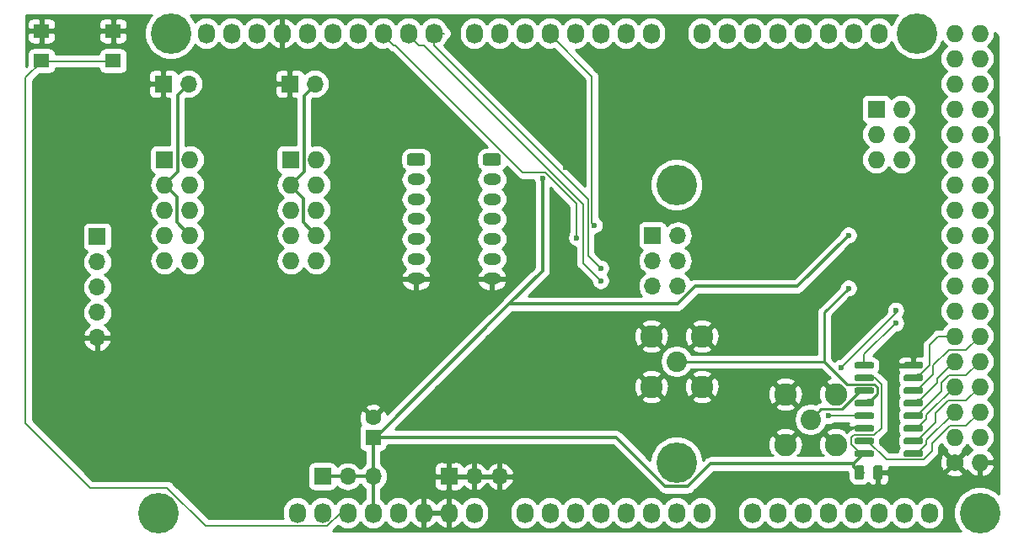
<source format=gbr>
%TF.GenerationSoftware,KiCad,Pcbnew,(5.1.2)-1*%
%TF.CreationDate,2020-03-11T09:00:41+01:00*%
%TF.ProjectId,ArduinoShield_SPIlinedriver_Sync_2V0,41726475-696e-46f5-9368-69656c645f53,rev?*%
%TF.SameCoordinates,Original*%
%TF.FileFunction,Copper,L1,Top*%
%TF.FilePolarity,Positive*%
%FSLAX46Y46*%
G04 Gerber Fmt 4.6, Leading zero omitted, Abs format (unit mm)*
G04 Created by KiCad (PCBNEW (5.1.2)-1) date 2020-03-11 09:00:41*
%MOMM*%
%LPD*%
G04 APERTURE LIST*
%ADD10R,1.727200X1.727200*%
%ADD11O,1.727200X1.727200*%
%ADD12C,1.600000*%
%ADD13R,1.600000X1.600000*%
%ADD14R,1.700000X1.700000*%
%ADD15O,1.700000X1.700000*%
%ADD16C,1.727200*%
%ADD17O,1.727200X2.032000*%
%ADD18C,4.064000*%
%ADD19C,0.100000*%
%ADD20C,0.975000*%
%ADD21O,1.800000X1.200000*%
%ADD22C,1.200000*%
%ADD23C,2.050000*%
%ADD24C,2.250000*%
%ADD25C,0.600000*%
%ADD26R,1.600000X1.400000*%
%ADD27C,0.200000*%
%ADD28C,0.350000*%
%ADD29C,0.250000*%
%ADD30C,0.254000*%
G04 APERTURE END LIST*
D10*
X189484000Y-78486000D03*
D11*
X192024000Y-78486000D03*
X189484000Y-81026000D03*
X192024000Y-81026000D03*
X189484000Y-83566000D03*
X192024000Y-83566000D03*
X120523000Y-93726000D03*
X117983000Y-93726000D03*
X120523000Y-91186000D03*
X117983000Y-91186000D03*
X120523000Y-88646000D03*
X117983000Y-88646000D03*
X120523000Y-86106000D03*
X117983000Y-86106000D03*
X120523000Y-83566000D03*
D10*
X117983000Y-83566000D03*
D11*
X133223000Y-93726000D03*
X130683000Y-93726000D03*
X133223000Y-91186000D03*
X130683000Y-91186000D03*
X133223000Y-88646000D03*
X130683000Y-88646000D03*
X133223000Y-86106000D03*
X130683000Y-86106000D03*
X133223000Y-83566000D03*
D10*
X130683000Y-83566000D03*
D12*
X138938000Y-109538000D03*
D13*
X138938000Y-111538000D03*
D14*
X111226600Y-91338400D03*
D15*
X111226600Y-93878400D03*
X111226600Y-96418400D03*
X111226600Y-98958400D03*
X111226600Y-101498400D03*
D16*
X197358000Y-114046000D03*
D11*
X199898000Y-114046000D03*
X197358000Y-111506000D03*
X199898000Y-111506000D03*
X197358000Y-108966000D03*
X199898000Y-108966000D03*
X197358000Y-106426000D03*
X199898000Y-106426000D03*
X197358000Y-103886000D03*
X199898000Y-103886000D03*
X197358000Y-101346000D03*
X199898000Y-101346000D03*
X197358000Y-98806000D03*
X199898000Y-98806000D03*
X197358000Y-96266000D03*
X199898000Y-96266000D03*
X197358000Y-93726000D03*
X199898000Y-93726000D03*
X197358000Y-91186000D03*
X199898000Y-91186000D03*
X197358000Y-88646000D03*
X199898000Y-88646000D03*
X197358000Y-86106000D03*
X199898000Y-86106000D03*
X197358000Y-83566000D03*
X199898000Y-83566000D03*
X197358000Y-81026000D03*
X199898000Y-81026000D03*
X197358000Y-78486000D03*
X199898000Y-78486000D03*
X197358000Y-75946000D03*
X199898000Y-75946000D03*
X197358000Y-73406000D03*
X199898000Y-73406000D03*
X197358000Y-70866000D03*
X199898000Y-70866000D03*
D17*
X131318000Y-119126000D03*
X133858000Y-119126000D03*
X136398000Y-119126000D03*
X138938000Y-119126000D03*
X141478000Y-119126000D03*
X144018000Y-119126000D03*
X146558000Y-119126000D03*
X149098000Y-119126000D03*
X154178000Y-119126000D03*
X156718000Y-119126000D03*
X159258000Y-119126000D03*
X161798000Y-119126000D03*
X164338000Y-119126000D03*
X166878000Y-119126000D03*
X169418000Y-119126000D03*
X171958000Y-119126000D03*
X177038000Y-119126000D03*
X179578000Y-119126000D03*
X182118000Y-119126000D03*
X184658000Y-119126000D03*
X187198000Y-119126000D03*
X189738000Y-119126000D03*
X192278000Y-119126000D03*
X194818000Y-119126000D03*
X122174000Y-70866000D03*
X124714000Y-70866000D03*
X127254000Y-70866000D03*
X129794000Y-70866000D03*
X132334000Y-70866000D03*
X134874000Y-70866000D03*
X137414000Y-70866000D03*
X139954000Y-70866000D03*
X142494000Y-70866000D03*
X145034000Y-70866000D03*
X149098000Y-70866000D03*
X151638000Y-70866000D03*
X154178000Y-70866000D03*
X156718000Y-70866000D03*
X159258000Y-70866000D03*
X161798000Y-70866000D03*
X164338000Y-70866000D03*
X166878000Y-70866000D03*
X171958000Y-70866000D03*
X174498000Y-70866000D03*
X177038000Y-70866000D03*
X179578000Y-70866000D03*
X182118000Y-70866000D03*
X184658000Y-70866000D03*
X187198000Y-70866000D03*
X189738000Y-70866000D03*
D18*
X117348000Y-119126000D03*
X169418000Y-114046000D03*
X199898000Y-119126000D03*
X118618000Y-70866000D03*
X169418000Y-86106000D03*
X193548000Y-70866000D03*
D19*
G36*
X188052142Y-114363174D02*
G01*
X188075803Y-114366684D01*
X188099007Y-114372496D01*
X188121529Y-114380554D01*
X188143153Y-114390782D01*
X188163670Y-114403079D01*
X188182883Y-114417329D01*
X188200607Y-114433393D01*
X188216671Y-114451117D01*
X188230921Y-114470330D01*
X188243218Y-114490847D01*
X188253446Y-114512471D01*
X188261504Y-114534993D01*
X188267316Y-114558197D01*
X188270826Y-114581858D01*
X188272000Y-114605750D01*
X188272000Y-115518250D01*
X188270826Y-115542142D01*
X188267316Y-115565803D01*
X188261504Y-115589007D01*
X188253446Y-115611529D01*
X188243218Y-115633153D01*
X188230921Y-115653670D01*
X188216671Y-115672883D01*
X188200607Y-115690607D01*
X188182883Y-115706671D01*
X188163670Y-115720921D01*
X188143153Y-115733218D01*
X188121529Y-115743446D01*
X188099007Y-115751504D01*
X188075803Y-115757316D01*
X188052142Y-115760826D01*
X188028250Y-115762000D01*
X187540750Y-115762000D01*
X187516858Y-115760826D01*
X187493197Y-115757316D01*
X187469993Y-115751504D01*
X187447471Y-115743446D01*
X187425847Y-115733218D01*
X187405330Y-115720921D01*
X187386117Y-115706671D01*
X187368393Y-115690607D01*
X187352329Y-115672883D01*
X187338079Y-115653670D01*
X187325782Y-115633153D01*
X187315554Y-115611529D01*
X187307496Y-115589007D01*
X187301684Y-115565803D01*
X187298174Y-115542142D01*
X187297000Y-115518250D01*
X187297000Y-114605750D01*
X187298174Y-114581858D01*
X187301684Y-114558197D01*
X187307496Y-114534993D01*
X187315554Y-114512471D01*
X187325782Y-114490847D01*
X187338079Y-114470330D01*
X187352329Y-114451117D01*
X187368393Y-114433393D01*
X187386117Y-114417329D01*
X187405330Y-114403079D01*
X187425847Y-114390782D01*
X187447471Y-114380554D01*
X187469993Y-114372496D01*
X187493197Y-114366684D01*
X187516858Y-114363174D01*
X187540750Y-114362000D01*
X188028250Y-114362000D01*
X188052142Y-114363174D01*
X188052142Y-114363174D01*
G37*
D20*
X187784500Y-115062000D03*
D19*
G36*
X189927142Y-114363174D02*
G01*
X189950803Y-114366684D01*
X189974007Y-114372496D01*
X189996529Y-114380554D01*
X190018153Y-114390782D01*
X190038670Y-114403079D01*
X190057883Y-114417329D01*
X190075607Y-114433393D01*
X190091671Y-114451117D01*
X190105921Y-114470330D01*
X190118218Y-114490847D01*
X190128446Y-114512471D01*
X190136504Y-114534993D01*
X190142316Y-114558197D01*
X190145826Y-114581858D01*
X190147000Y-114605750D01*
X190147000Y-115518250D01*
X190145826Y-115542142D01*
X190142316Y-115565803D01*
X190136504Y-115589007D01*
X190128446Y-115611529D01*
X190118218Y-115633153D01*
X190105921Y-115653670D01*
X190091671Y-115672883D01*
X190075607Y-115690607D01*
X190057883Y-115706671D01*
X190038670Y-115720921D01*
X190018153Y-115733218D01*
X189996529Y-115743446D01*
X189974007Y-115751504D01*
X189950803Y-115757316D01*
X189927142Y-115760826D01*
X189903250Y-115762000D01*
X189415750Y-115762000D01*
X189391858Y-115760826D01*
X189368197Y-115757316D01*
X189344993Y-115751504D01*
X189322471Y-115743446D01*
X189300847Y-115733218D01*
X189280330Y-115720921D01*
X189261117Y-115706671D01*
X189243393Y-115690607D01*
X189227329Y-115672883D01*
X189213079Y-115653670D01*
X189200782Y-115633153D01*
X189190554Y-115611529D01*
X189182496Y-115589007D01*
X189176684Y-115565803D01*
X189173174Y-115542142D01*
X189172000Y-115518250D01*
X189172000Y-114605750D01*
X189173174Y-114581858D01*
X189176684Y-114558197D01*
X189182496Y-114534993D01*
X189190554Y-114512471D01*
X189200782Y-114490847D01*
X189213079Y-114470330D01*
X189227329Y-114451117D01*
X189243393Y-114433393D01*
X189261117Y-114417329D01*
X189280330Y-114403079D01*
X189300847Y-114390782D01*
X189322471Y-114380554D01*
X189344993Y-114372496D01*
X189368197Y-114366684D01*
X189391858Y-114363174D01*
X189415750Y-114362000D01*
X189903250Y-114362000D01*
X189927142Y-114363174D01*
X189927142Y-114363174D01*
G37*
D20*
X189659500Y-115062000D03*
D21*
X150876000Y-95566000D03*
X150876000Y-93566000D03*
X150876000Y-91566000D03*
X150876000Y-89566000D03*
X150876000Y-87566000D03*
X150876000Y-85566000D03*
D19*
G36*
X151550505Y-82967204D02*
G01*
X151574773Y-82970804D01*
X151598572Y-82976765D01*
X151621671Y-82985030D01*
X151643850Y-82995520D01*
X151664893Y-83008132D01*
X151684599Y-83022747D01*
X151702777Y-83039223D01*
X151719253Y-83057401D01*
X151733868Y-83077107D01*
X151746480Y-83098150D01*
X151756970Y-83120329D01*
X151765235Y-83143428D01*
X151771196Y-83167227D01*
X151774796Y-83191495D01*
X151776000Y-83215999D01*
X151776000Y-83916001D01*
X151774796Y-83940505D01*
X151771196Y-83964773D01*
X151765235Y-83988572D01*
X151756970Y-84011671D01*
X151746480Y-84033850D01*
X151733868Y-84054893D01*
X151719253Y-84074599D01*
X151702777Y-84092777D01*
X151684599Y-84109253D01*
X151664893Y-84123868D01*
X151643850Y-84136480D01*
X151621671Y-84146970D01*
X151598572Y-84155235D01*
X151574773Y-84161196D01*
X151550505Y-84164796D01*
X151526001Y-84166000D01*
X150225999Y-84166000D01*
X150201495Y-84164796D01*
X150177227Y-84161196D01*
X150153428Y-84155235D01*
X150130329Y-84146970D01*
X150108150Y-84136480D01*
X150087107Y-84123868D01*
X150067401Y-84109253D01*
X150049223Y-84092777D01*
X150032747Y-84074599D01*
X150018132Y-84054893D01*
X150005520Y-84033850D01*
X149995030Y-84011671D01*
X149986765Y-83988572D01*
X149980804Y-83964773D01*
X149977204Y-83940505D01*
X149976000Y-83916001D01*
X149976000Y-83215999D01*
X149977204Y-83191495D01*
X149980804Y-83167227D01*
X149986765Y-83143428D01*
X149995030Y-83120329D01*
X150005520Y-83098150D01*
X150018132Y-83077107D01*
X150032747Y-83057401D01*
X150049223Y-83039223D01*
X150067401Y-83022747D01*
X150087107Y-83008132D01*
X150108150Y-82995520D01*
X150130329Y-82985030D01*
X150153428Y-82976765D01*
X150177227Y-82970804D01*
X150201495Y-82967204D01*
X150225999Y-82966000D01*
X151526001Y-82966000D01*
X151550505Y-82967204D01*
X151550505Y-82967204D01*
G37*
D22*
X150876000Y-83566000D03*
D14*
X167005000Y-91211400D03*
D15*
X169545000Y-91211400D03*
X167005000Y-93751400D03*
X169545000Y-93751400D03*
X167005000Y-96291400D03*
X169545000Y-96291400D03*
D19*
G36*
X143930505Y-82967204D02*
G01*
X143954773Y-82970804D01*
X143978572Y-82976765D01*
X144001671Y-82985030D01*
X144023850Y-82995520D01*
X144044893Y-83008132D01*
X144064599Y-83022747D01*
X144082777Y-83039223D01*
X144099253Y-83057401D01*
X144113868Y-83077107D01*
X144126480Y-83098150D01*
X144136970Y-83120329D01*
X144145235Y-83143428D01*
X144151196Y-83167227D01*
X144154796Y-83191495D01*
X144156000Y-83215999D01*
X144156000Y-83916001D01*
X144154796Y-83940505D01*
X144151196Y-83964773D01*
X144145235Y-83988572D01*
X144136970Y-84011671D01*
X144126480Y-84033850D01*
X144113868Y-84054893D01*
X144099253Y-84074599D01*
X144082777Y-84092777D01*
X144064599Y-84109253D01*
X144044893Y-84123868D01*
X144023850Y-84136480D01*
X144001671Y-84146970D01*
X143978572Y-84155235D01*
X143954773Y-84161196D01*
X143930505Y-84164796D01*
X143906001Y-84166000D01*
X142605999Y-84166000D01*
X142581495Y-84164796D01*
X142557227Y-84161196D01*
X142533428Y-84155235D01*
X142510329Y-84146970D01*
X142488150Y-84136480D01*
X142467107Y-84123868D01*
X142447401Y-84109253D01*
X142429223Y-84092777D01*
X142412747Y-84074599D01*
X142398132Y-84054893D01*
X142385520Y-84033850D01*
X142375030Y-84011671D01*
X142366765Y-83988572D01*
X142360804Y-83964773D01*
X142357204Y-83940505D01*
X142356000Y-83916001D01*
X142356000Y-83215999D01*
X142357204Y-83191495D01*
X142360804Y-83167227D01*
X142366765Y-83143428D01*
X142375030Y-83120329D01*
X142385520Y-83098150D01*
X142398132Y-83077107D01*
X142412747Y-83057401D01*
X142429223Y-83039223D01*
X142447401Y-83022747D01*
X142467107Y-83008132D01*
X142488150Y-82995520D01*
X142510329Y-82985030D01*
X142533428Y-82976765D01*
X142557227Y-82970804D01*
X142581495Y-82967204D01*
X142605999Y-82966000D01*
X143906001Y-82966000D01*
X143930505Y-82967204D01*
X143930505Y-82967204D01*
G37*
D22*
X143256000Y-83566000D03*
D21*
X143256000Y-85566000D03*
X143256000Y-87566000D03*
X143256000Y-89566000D03*
X143256000Y-91566000D03*
X143256000Y-93566000D03*
X143256000Y-95566000D03*
D23*
X182880000Y-109728000D03*
D24*
X185420000Y-112268000D03*
X185420000Y-107188000D03*
X180340000Y-107188000D03*
X180340000Y-112268000D03*
X166878000Y-106426000D03*
X166878000Y-101346000D03*
X171958000Y-101346000D03*
X171958000Y-106426000D03*
D23*
X169418000Y-103886000D03*
D19*
G36*
X194068703Y-112857722D02*
G01*
X194083264Y-112859882D01*
X194097543Y-112863459D01*
X194111403Y-112868418D01*
X194124710Y-112874712D01*
X194137336Y-112882280D01*
X194149159Y-112891048D01*
X194160066Y-112900934D01*
X194169952Y-112911841D01*
X194178720Y-112923664D01*
X194186288Y-112936290D01*
X194192582Y-112949597D01*
X194197541Y-112963457D01*
X194201118Y-112977736D01*
X194203278Y-112992297D01*
X194204000Y-113007000D01*
X194204000Y-113307000D01*
X194203278Y-113321703D01*
X194201118Y-113336264D01*
X194197541Y-113350543D01*
X194192582Y-113364403D01*
X194186288Y-113377710D01*
X194178720Y-113390336D01*
X194169952Y-113402159D01*
X194160066Y-113413066D01*
X194149159Y-113422952D01*
X194137336Y-113431720D01*
X194124710Y-113439288D01*
X194111403Y-113445582D01*
X194097543Y-113450541D01*
X194083264Y-113454118D01*
X194068703Y-113456278D01*
X194054000Y-113457000D01*
X192404000Y-113457000D01*
X192389297Y-113456278D01*
X192374736Y-113454118D01*
X192360457Y-113450541D01*
X192346597Y-113445582D01*
X192333290Y-113439288D01*
X192320664Y-113431720D01*
X192308841Y-113422952D01*
X192297934Y-113413066D01*
X192288048Y-113402159D01*
X192279280Y-113390336D01*
X192271712Y-113377710D01*
X192265418Y-113364403D01*
X192260459Y-113350543D01*
X192256882Y-113336264D01*
X192254722Y-113321703D01*
X192254000Y-113307000D01*
X192254000Y-113007000D01*
X192254722Y-112992297D01*
X192256882Y-112977736D01*
X192260459Y-112963457D01*
X192265418Y-112949597D01*
X192271712Y-112936290D01*
X192279280Y-112923664D01*
X192288048Y-112911841D01*
X192297934Y-112900934D01*
X192308841Y-112891048D01*
X192320664Y-112882280D01*
X192333290Y-112874712D01*
X192346597Y-112868418D01*
X192360457Y-112863459D01*
X192374736Y-112859882D01*
X192389297Y-112857722D01*
X192404000Y-112857000D01*
X194054000Y-112857000D01*
X194068703Y-112857722D01*
X194068703Y-112857722D01*
G37*
D25*
X193229000Y-113157000D03*
D19*
G36*
X194068703Y-111587722D02*
G01*
X194083264Y-111589882D01*
X194097543Y-111593459D01*
X194111403Y-111598418D01*
X194124710Y-111604712D01*
X194137336Y-111612280D01*
X194149159Y-111621048D01*
X194160066Y-111630934D01*
X194169952Y-111641841D01*
X194178720Y-111653664D01*
X194186288Y-111666290D01*
X194192582Y-111679597D01*
X194197541Y-111693457D01*
X194201118Y-111707736D01*
X194203278Y-111722297D01*
X194204000Y-111737000D01*
X194204000Y-112037000D01*
X194203278Y-112051703D01*
X194201118Y-112066264D01*
X194197541Y-112080543D01*
X194192582Y-112094403D01*
X194186288Y-112107710D01*
X194178720Y-112120336D01*
X194169952Y-112132159D01*
X194160066Y-112143066D01*
X194149159Y-112152952D01*
X194137336Y-112161720D01*
X194124710Y-112169288D01*
X194111403Y-112175582D01*
X194097543Y-112180541D01*
X194083264Y-112184118D01*
X194068703Y-112186278D01*
X194054000Y-112187000D01*
X192404000Y-112187000D01*
X192389297Y-112186278D01*
X192374736Y-112184118D01*
X192360457Y-112180541D01*
X192346597Y-112175582D01*
X192333290Y-112169288D01*
X192320664Y-112161720D01*
X192308841Y-112152952D01*
X192297934Y-112143066D01*
X192288048Y-112132159D01*
X192279280Y-112120336D01*
X192271712Y-112107710D01*
X192265418Y-112094403D01*
X192260459Y-112080543D01*
X192256882Y-112066264D01*
X192254722Y-112051703D01*
X192254000Y-112037000D01*
X192254000Y-111737000D01*
X192254722Y-111722297D01*
X192256882Y-111707736D01*
X192260459Y-111693457D01*
X192265418Y-111679597D01*
X192271712Y-111666290D01*
X192279280Y-111653664D01*
X192288048Y-111641841D01*
X192297934Y-111630934D01*
X192308841Y-111621048D01*
X192320664Y-111612280D01*
X192333290Y-111604712D01*
X192346597Y-111598418D01*
X192360457Y-111593459D01*
X192374736Y-111589882D01*
X192389297Y-111587722D01*
X192404000Y-111587000D01*
X194054000Y-111587000D01*
X194068703Y-111587722D01*
X194068703Y-111587722D01*
G37*
D25*
X193229000Y-111887000D03*
D19*
G36*
X194068703Y-110317722D02*
G01*
X194083264Y-110319882D01*
X194097543Y-110323459D01*
X194111403Y-110328418D01*
X194124710Y-110334712D01*
X194137336Y-110342280D01*
X194149159Y-110351048D01*
X194160066Y-110360934D01*
X194169952Y-110371841D01*
X194178720Y-110383664D01*
X194186288Y-110396290D01*
X194192582Y-110409597D01*
X194197541Y-110423457D01*
X194201118Y-110437736D01*
X194203278Y-110452297D01*
X194204000Y-110467000D01*
X194204000Y-110767000D01*
X194203278Y-110781703D01*
X194201118Y-110796264D01*
X194197541Y-110810543D01*
X194192582Y-110824403D01*
X194186288Y-110837710D01*
X194178720Y-110850336D01*
X194169952Y-110862159D01*
X194160066Y-110873066D01*
X194149159Y-110882952D01*
X194137336Y-110891720D01*
X194124710Y-110899288D01*
X194111403Y-110905582D01*
X194097543Y-110910541D01*
X194083264Y-110914118D01*
X194068703Y-110916278D01*
X194054000Y-110917000D01*
X192404000Y-110917000D01*
X192389297Y-110916278D01*
X192374736Y-110914118D01*
X192360457Y-110910541D01*
X192346597Y-110905582D01*
X192333290Y-110899288D01*
X192320664Y-110891720D01*
X192308841Y-110882952D01*
X192297934Y-110873066D01*
X192288048Y-110862159D01*
X192279280Y-110850336D01*
X192271712Y-110837710D01*
X192265418Y-110824403D01*
X192260459Y-110810543D01*
X192256882Y-110796264D01*
X192254722Y-110781703D01*
X192254000Y-110767000D01*
X192254000Y-110467000D01*
X192254722Y-110452297D01*
X192256882Y-110437736D01*
X192260459Y-110423457D01*
X192265418Y-110409597D01*
X192271712Y-110396290D01*
X192279280Y-110383664D01*
X192288048Y-110371841D01*
X192297934Y-110360934D01*
X192308841Y-110351048D01*
X192320664Y-110342280D01*
X192333290Y-110334712D01*
X192346597Y-110328418D01*
X192360457Y-110323459D01*
X192374736Y-110319882D01*
X192389297Y-110317722D01*
X192404000Y-110317000D01*
X194054000Y-110317000D01*
X194068703Y-110317722D01*
X194068703Y-110317722D01*
G37*
D25*
X193229000Y-110617000D03*
D19*
G36*
X194068703Y-109047722D02*
G01*
X194083264Y-109049882D01*
X194097543Y-109053459D01*
X194111403Y-109058418D01*
X194124710Y-109064712D01*
X194137336Y-109072280D01*
X194149159Y-109081048D01*
X194160066Y-109090934D01*
X194169952Y-109101841D01*
X194178720Y-109113664D01*
X194186288Y-109126290D01*
X194192582Y-109139597D01*
X194197541Y-109153457D01*
X194201118Y-109167736D01*
X194203278Y-109182297D01*
X194204000Y-109197000D01*
X194204000Y-109497000D01*
X194203278Y-109511703D01*
X194201118Y-109526264D01*
X194197541Y-109540543D01*
X194192582Y-109554403D01*
X194186288Y-109567710D01*
X194178720Y-109580336D01*
X194169952Y-109592159D01*
X194160066Y-109603066D01*
X194149159Y-109612952D01*
X194137336Y-109621720D01*
X194124710Y-109629288D01*
X194111403Y-109635582D01*
X194097543Y-109640541D01*
X194083264Y-109644118D01*
X194068703Y-109646278D01*
X194054000Y-109647000D01*
X192404000Y-109647000D01*
X192389297Y-109646278D01*
X192374736Y-109644118D01*
X192360457Y-109640541D01*
X192346597Y-109635582D01*
X192333290Y-109629288D01*
X192320664Y-109621720D01*
X192308841Y-109612952D01*
X192297934Y-109603066D01*
X192288048Y-109592159D01*
X192279280Y-109580336D01*
X192271712Y-109567710D01*
X192265418Y-109554403D01*
X192260459Y-109540543D01*
X192256882Y-109526264D01*
X192254722Y-109511703D01*
X192254000Y-109497000D01*
X192254000Y-109197000D01*
X192254722Y-109182297D01*
X192256882Y-109167736D01*
X192260459Y-109153457D01*
X192265418Y-109139597D01*
X192271712Y-109126290D01*
X192279280Y-109113664D01*
X192288048Y-109101841D01*
X192297934Y-109090934D01*
X192308841Y-109081048D01*
X192320664Y-109072280D01*
X192333290Y-109064712D01*
X192346597Y-109058418D01*
X192360457Y-109053459D01*
X192374736Y-109049882D01*
X192389297Y-109047722D01*
X192404000Y-109047000D01*
X194054000Y-109047000D01*
X194068703Y-109047722D01*
X194068703Y-109047722D01*
G37*
D25*
X193229000Y-109347000D03*
D19*
G36*
X194068703Y-107777722D02*
G01*
X194083264Y-107779882D01*
X194097543Y-107783459D01*
X194111403Y-107788418D01*
X194124710Y-107794712D01*
X194137336Y-107802280D01*
X194149159Y-107811048D01*
X194160066Y-107820934D01*
X194169952Y-107831841D01*
X194178720Y-107843664D01*
X194186288Y-107856290D01*
X194192582Y-107869597D01*
X194197541Y-107883457D01*
X194201118Y-107897736D01*
X194203278Y-107912297D01*
X194204000Y-107927000D01*
X194204000Y-108227000D01*
X194203278Y-108241703D01*
X194201118Y-108256264D01*
X194197541Y-108270543D01*
X194192582Y-108284403D01*
X194186288Y-108297710D01*
X194178720Y-108310336D01*
X194169952Y-108322159D01*
X194160066Y-108333066D01*
X194149159Y-108342952D01*
X194137336Y-108351720D01*
X194124710Y-108359288D01*
X194111403Y-108365582D01*
X194097543Y-108370541D01*
X194083264Y-108374118D01*
X194068703Y-108376278D01*
X194054000Y-108377000D01*
X192404000Y-108377000D01*
X192389297Y-108376278D01*
X192374736Y-108374118D01*
X192360457Y-108370541D01*
X192346597Y-108365582D01*
X192333290Y-108359288D01*
X192320664Y-108351720D01*
X192308841Y-108342952D01*
X192297934Y-108333066D01*
X192288048Y-108322159D01*
X192279280Y-108310336D01*
X192271712Y-108297710D01*
X192265418Y-108284403D01*
X192260459Y-108270543D01*
X192256882Y-108256264D01*
X192254722Y-108241703D01*
X192254000Y-108227000D01*
X192254000Y-107927000D01*
X192254722Y-107912297D01*
X192256882Y-107897736D01*
X192260459Y-107883457D01*
X192265418Y-107869597D01*
X192271712Y-107856290D01*
X192279280Y-107843664D01*
X192288048Y-107831841D01*
X192297934Y-107820934D01*
X192308841Y-107811048D01*
X192320664Y-107802280D01*
X192333290Y-107794712D01*
X192346597Y-107788418D01*
X192360457Y-107783459D01*
X192374736Y-107779882D01*
X192389297Y-107777722D01*
X192404000Y-107777000D01*
X194054000Y-107777000D01*
X194068703Y-107777722D01*
X194068703Y-107777722D01*
G37*
D25*
X193229000Y-108077000D03*
D19*
G36*
X194068703Y-106507722D02*
G01*
X194083264Y-106509882D01*
X194097543Y-106513459D01*
X194111403Y-106518418D01*
X194124710Y-106524712D01*
X194137336Y-106532280D01*
X194149159Y-106541048D01*
X194160066Y-106550934D01*
X194169952Y-106561841D01*
X194178720Y-106573664D01*
X194186288Y-106586290D01*
X194192582Y-106599597D01*
X194197541Y-106613457D01*
X194201118Y-106627736D01*
X194203278Y-106642297D01*
X194204000Y-106657000D01*
X194204000Y-106957000D01*
X194203278Y-106971703D01*
X194201118Y-106986264D01*
X194197541Y-107000543D01*
X194192582Y-107014403D01*
X194186288Y-107027710D01*
X194178720Y-107040336D01*
X194169952Y-107052159D01*
X194160066Y-107063066D01*
X194149159Y-107072952D01*
X194137336Y-107081720D01*
X194124710Y-107089288D01*
X194111403Y-107095582D01*
X194097543Y-107100541D01*
X194083264Y-107104118D01*
X194068703Y-107106278D01*
X194054000Y-107107000D01*
X192404000Y-107107000D01*
X192389297Y-107106278D01*
X192374736Y-107104118D01*
X192360457Y-107100541D01*
X192346597Y-107095582D01*
X192333290Y-107089288D01*
X192320664Y-107081720D01*
X192308841Y-107072952D01*
X192297934Y-107063066D01*
X192288048Y-107052159D01*
X192279280Y-107040336D01*
X192271712Y-107027710D01*
X192265418Y-107014403D01*
X192260459Y-107000543D01*
X192256882Y-106986264D01*
X192254722Y-106971703D01*
X192254000Y-106957000D01*
X192254000Y-106657000D01*
X192254722Y-106642297D01*
X192256882Y-106627736D01*
X192260459Y-106613457D01*
X192265418Y-106599597D01*
X192271712Y-106586290D01*
X192279280Y-106573664D01*
X192288048Y-106561841D01*
X192297934Y-106550934D01*
X192308841Y-106541048D01*
X192320664Y-106532280D01*
X192333290Y-106524712D01*
X192346597Y-106518418D01*
X192360457Y-106513459D01*
X192374736Y-106509882D01*
X192389297Y-106507722D01*
X192404000Y-106507000D01*
X194054000Y-106507000D01*
X194068703Y-106507722D01*
X194068703Y-106507722D01*
G37*
D25*
X193229000Y-106807000D03*
D19*
G36*
X194068703Y-105237722D02*
G01*
X194083264Y-105239882D01*
X194097543Y-105243459D01*
X194111403Y-105248418D01*
X194124710Y-105254712D01*
X194137336Y-105262280D01*
X194149159Y-105271048D01*
X194160066Y-105280934D01*
X194169952Y-105291841D01*
X194178720Y-105303664D01*
X194186288Y-105316290D01*
X194192582Y-105329597D01*
X194197541Y-105343457D01*
X194201118Y-105357736D01*
X194203278Y-105372297D01*
X194204000Y-105387000D01*
X194204000Y-105687000D01*
X194203278Y-105701703D01*
X194201118Y-105716264D01*
X194197541Y-105730543D01*
X194192582Y-105744403D01*
X194186288Y-105757710D01*
X194178720Y-105770336D01*
X194169952Y-105782159D01*
X194160066Y-105793066D01*
X194149159Y-105802952D01*
X194137336Y-105811720D01*
X194124710Y-105819288D01*
X194111403Y-105825582D01*
X194097543Y-105830541D01*
X194083264Y-105834118D01*
X194068703Y-105836278D01*
X194054000Y-105837000D01*
X192404000Y-105837000D01*
X192389297Y-105836278D01*
X192374736Y-105834118D01*
X192360457Y-105830541D01*
X192346597Y-105825582D01*
X192333290Y-105819288D01*
X192320664Y-105811720D01*
X192308841Y-105802952D01*
X192297934Y-105793066D01*
X192288048Y-105782159D01*
X192279280Y-105770336D01*
X192271712Y-105757710D01*
X192265418Y-105744403D01*
X192260459Y-105730543D01*
X192256882Y-105716264D01*
X192254722Y-105701703D01*
X192254000Y-105687000D01*
X192254000Y-105387000D01*
X192254722Y-105372297D01*
X192256882Y-105357736D01*
X192260459Y-105343457D01*
X192265418Y-105329597D01*
X192271712Y-105316290D01*
X192279280Y-105303664D01*
X192288048Y-105291841D01*
X192297934Y-105280934D01*
X192308841Y-105271048D01*
X192320664Y-105262280D01*
X192333290Y-105254712D01*
X192346597Y-105248418D01*
X192360457Y-105243459D01*
X192374736Y-105239882D01*
X192389297Y-105237722D01*
X192404000Y-105237000D01*
X194054000Y-105237000D01*
X194068703Y-105237722D01*
X194068703Y-105237722D01*
G37*
D25*
X193229000Y-105537000D03*
D19*
G36*
X194068703Y-103967722D02*
G01*
X194083264Y-103969882D01*
X194097543Y-103973459D01*
X194111403Y-103978418D01*
X194124710Y-103984712D01*
X194137336Y-103992280D01*
X194149159Y-104001048D01*
X194160066Y-104010934D01*
X194169952Y-104021841D01*
X194178720Y-104033664D01*
X194186288Y-104046290D01*
X194192582Y-104059597D01*
X194197541Y-104073457D01*
X194201118Y-104087736D01*
X194203278Y-104102297D01*
X194204000Y-104117000D01*
X194204000Y-104417000D01*
X194203278Y-104431703D01*
X194201118Y-104446264D01*
X194197541Y-104460543D01*
X194192582Y-104474403D01*
X194186288Y-104487710D01*
X194178720Y-104500336D01*
X194169952Y-104512159D01*
X194160066Y-104523066D01*
X194149159Y-104532952D01*
X194137336Y-104541720D01*
X194124710Y-104549288D01*
X194111403Y-104555582D01*
X194097543Y-104560541D01*
X194083264Y-104564118D01*
X194068703Y-104566278D01*
X194054000Y-104567000D01*
X192404000Y-104567000D01*
X192389297Y-104566278D01*
X192374736Y-104564118D01*
X192360457Y-104560541D01*
X192346597Y-104555582D01*
X192333290Y-104549288D01*
X192320664Y-104541720D01*
X192308841Y-104532952D01*
X192297934Y-104523066D01*
X192288048Y-104512159D01*
X192279280Y-104500336D01*
X192271712Y-104487710D01*
X192265418Y-104474403D01*
X192260459Y-104460543D01*
X192256882Y-104446264D01*
X192254722Y-104431703D01*
X192254000Y-104417000D01*
X192254000Y-104117000D01*
X192254722Y-104102297D01*
X192256882Y-104087736D01*
X192260459Y-104073457D01*
X192265418Y-104059597D01*
X192271712Y-104046290D01*
X192279280Y-104033664D01*
X192288048Y-104021841D01*
X192297934Y-104010934D01*
X192308841Y-104001048D01*
X192320664Y-103992280D01*
X192333290Y-103984712D01*
X192346597Y-103978418D01*
X192360457Y-103973459D01*
X192374736Y-103969882D01*
X192389297Y-103967722D01*
X192404000Y-103967000D01*
X194054000Y-103967000D01*
X194068703Y-103967722D01*
X194068703Y-103967722D01*
G37*
D25*
X193229000Y-104267000D03*
D19*
G36*
X189118703Y-103967722D02*
G01*
X189133264Y-103969882D01*
X189147543Y-103973459D01*
X189161403Y-103978418D01*
X189174710Y-103984712D01*
X189187336Y-103992280D01*
X189199159Y-104001048D01*
X189210066Y-104010934D01*
X189219952Y-104021841D01*
X189228720Y-104033664D01*
X189236288Y-104046290D01*
X189242582Y-104059597D01*
X189247541Y-104073457D01*
X189251118Y-104087736D01*
X189253278Y-104102297D01*
X189254000Y-104117000D01*
X189254000Y-104417000D01*
X189253278Y-104431703D01*
X189251118Y-104446264D01*
X189247541Y-104460543D01*
X189242582Y-104474403D01*
X189236288Y-104487710D01*
X189228720Y-104500336D01*
X189219952Y-104512159D01*
X189210066Y-104523066D01*
X189199159Y-104532952D01*
X189187336Y-104541720D01*
X189174710Y-104549288D01*
X189161403Y-104555582D01*
X189147543Y-104560541D01*
X189133264Y-104564118D01*
X189118703Y-104566278D01*
X189104000Y-104567000D01*
X187454000Y-104567000D01*
X187439297Y-104566278D01*
X187424736Y-104564118D01*
X187410457Y-104560541D01*
X187396597Y-104555582D01*
X187383290Y-104549288D01*
X187370664Y-104541720D01*
X187358841Y-104532952D01*
X187347934Y-104523066D01*
X187338048Y-104512159D01*
X187329280Y-104500336D01*
X187321712Y-104487710D01*
X187315418Y-104474403D01*
X187310459Y-104460543D01*
X187306882Y-104446264D01*
X187304722Y-104431703D01*
X187304000Y-104417000D01*
X187304000Y-104117000D01*
X187304722Y-104102297D01*
X187306882Y-104087736D01*
X187310459Y-104073457D01*
X187315418Y-104059597D01*
X187321712Y-104046290D01*
X187329280Y-104033664D01*
X187338048Y-104021841D01*
X187347934Y-104010934D01*
X187358841Y-104001048D01*
X187370664Y-103992280D01*
X187383290Y-103984712D01*
X187396597Y-103978418D01*
X187410457Y-103973459D01*
X187424736Y-103969882D01*
X187439297Y-103967722D01*
X187454000Y-103967000D01*
X189104000Y-103967000D01*
X189118703Y-103967722D01*
X189118703Y-103967722D01*
G37*
D25*
X188279000Y-104267000D03*
D19*
G36*
X189118703Y-105237722D02*
G01*
X189133264Y-105239882D01*
X189147543Y-105243459D01*
X189161403Y-105248418D01*
X189174710Y-105254712D01*
X189187336Y-105262280D01*
X189199159Y-105271048D01*
X189210066Y-105280934D01*
X189219952Y-105291841D01*
X189228720Y-105303664D01*
X189236288Y-105316290D01*
X189242582Y-105329597D01*
X189247541Y-105343457D01*
X189251118Y-105357736D01*
X189253278Y-105372297D01*
X189254000Y-105387000D01*
X189254000Y-105687000D01*
X189253278Y-105701703D01*
X189251118Y-105716264D01*
X189247541Y-105730543D01*
X189242582Y-105744403D01*
X189236288Y-105757710D01*
X189228720Y-105770336D01*
X189219952Y-105782159D01*
X189210066Y-105793066D01*
X189199159Y-105802952D01*
X189187336Y-105811720D01*
X189174710Y-105819288D01*
X189161403Y-105825582D01*
X189147543Y-105830541D01*
X189133264Y-105834118D01*
X189118703Y-105836278D01*
X189104000Y-105837000D01*
X187454000Y-105837000D01*
X187439297Y-105836278D01*
X187424736Y-105834118D01*
X187410457Y-105830541D01*
X187396597Y-105825582D01*
X187383290Y-105819288D01*
X187370664Y-105811720D01*
X187358841Y-105802952D01*
X187347934Y-105793066D01*
X187338048Y-105782159D01*
X187329280Y-105770336D01*
X187321712Y-105757710D01*
X187315418Y-105744403D01*
X187310459Y-105730543D01*
X187306882Y-105716264D01*
X187304722Y-105701703D01*
X187304000Y-105687000D01*
X187304000Y-105387000D01*
X187304722Y-105372297D01*
X187306882Y-105357736D01*
X187310459Y-105343457D01*
X187315418Y-105329597D01*
X187321712Y-105316290D01*
X187329280Y-105303664D01*
X187338048Y-105291841D01*
X187347934Y-105280934D01*
X187358841Y-105271048D01*
X187370664Y-105262280D01*
X187383290Y-105254712D01*
X187396597Y-105248418D01*
X187410457Y-105243459D01*
X187424736Y-105239882D01*
X187439297Y-105237722D01*
X187454000Y-105237000D01*
X189104000Y-105237000D01*
X189118703Y-105237722D01*
X189118703Y-105237722D01*
G37*
D25*
X188279000Y-105537000D03*
D19*
G36*
X189118703Y-106507722D02*
G01*
X189133264Y-106509882D01*
X189147543Y-106513459D01*
X189161403Y-106518418D01*
X189174710Y-106524712D01*
X189187336Y-106532280D01*
X189199159Y-106541048D01*
X189210066Y-106550934D01*
X189219952Y-106561841D01*
X189228720Y-106573664D01*
X189236288Y-106586290D01*
X189242582Y-106599597D01*
X189247541Y-106613457D01*
X189251118Y-106627736D01*
X189253278Y-106642297D01*
X189254000Y-106657000D01*
X189254000Y-106957000D01*
X189253278Y-106971703D01*
X189251118Y-106986264D01*
X189247541Y-107000543D01*
X189242582Y-107014403D01*
X189236288Y-107027710D01*
X189228720Y-107040336D01*
X189219952Y-107052159D01*
X189210066Y-107063066D01*
X189199159Y-107072952D01*
X189187336Y-107081720D01*
X189174710Y-107089288D01*
X189161403Y-107095582D01*
X189147543Y-107100541D01*
X189133264Y-107104118D01*
X189118703Y-107106278D01*
X189104000Y-107107000D01*
X187454000Y-107107000D01*
X187439297Y-107106278D01*
X187424736Y-107104118D01*
X187410457Y-107100541D01*
X187396597Y-107095582D01*
X187383290Y-107089288D01*
X187370664Y-107081720D01*
X187358841Y-107072952D01*
X187347934Y-107063066D01*
X187338048Y-107052159D01*
X187329280Y-107040336D01*
X187321712Y-107027710D01*
X187315418Y-107014403D01*
X187310459Y-107000543D01*
X187306882Y-106986264D01*
X187304722Y-106971703D01*
X187304000Y-106957000D01*
X187304000Y-106657000D01*
X187304722Y-106642297D01*
X187306882Y-106627736D01*
X187310459Y-106613457D01*
X187315418Y-106599597D01*
X187321712Y-106586290D01*
X187329280Y-106573664D01*
X187338048Y-106561841D01*
X187347934Y-106550934D01*
X187358841Y-106541048D01*
X187370664Y-106532280D01*
X187383290Y-106524712D01*
X187396597Y-106518418D01*
X187410457Y-106513459D01*
X187424736Y-106509882D01*
X187439297Y-106507722D01*
X187454000Y-106507000D01*
X189104000Y-106507000D01*
X189118703Y-106507722D01*
X189118703Y-106507722D01*
G37*
D25*
X188279000Y-106807000D03*
D19*
G36*
X189118703Y-107777722D02*
G01*
X189133264Y-107779882D01*
X189147543Y-107783459D01*
X189161403Y-107788418D01*
X189174710Y-107794712D01*
X189187336Y-107802280D01*
X189199159Y-107811048D01*
X189210066Y-107820934D01*
X189219952Y-107831841D01*
X189228720Y-107843664D01*
X189236288Y-107856290D01*
X189242582Y-107869597D01*
X189247541Y-107883457D01*
X189251118Y-107897736D01*
X189253278Y-107912297D01*
X189254000Y-107927000D01*
X189254000Y-108227000D01*
X189253278Y-108241703D01*
X189251118Y-108256264D01*
X189247541Y-108270543D01*
X189242582Y-108284403D01*
X189236288Y-108297710D01*
X189228720Y-108310336D01*
X189219952Y-108322159D01*
X189210066Y-108333066D01*
X189199159Y-108342952D01*
X189187336Y-108351720D01*
X189174710Y-108359288D01*
X189161403Y-108365582D01*
X189147543Y-108370541D01*
X189133264Y-108374118D01*
X189118703Y-108376278D01*
X189104000Y-108377000D01*
X187454000Y-108377000D01*
X187439297Y-108376278D01*
X187424736Y-108374118D01*
X187410457Y-108370541D01*
X187396597Y-108365582D01*
X187383290Y-108359288D01*
X187370664Y-108351720D01*
X187358841Y-108342952D01*
X187347934Y-108333066D01*
X187338048Y-108322159D01*
X187329280Y-108310336D01*
X187321712Y-108297710D01*
X187315418Y-108284403D01*
X187310459Y-108270543D01*
X187306882Y-108256264D01*
X187304722Y-108241703D01*
X187304000Y-108227000D01*
X187304000Y-107927000D01*
X187304722Y-107912297D01*
X187306882Y-107897736D01*
X187310459Y-107883457D01*
X187315418Y-107869597D01*
X187321712Y-107856290D01*
X187329280Y-107843664D01*
X187338048Y-107831841D01*
X187347934Y-107820934D01*
X187358841Y-107811048D01*
X187370664Y-107802280D01*
X187383290Y-107794712D01*
X187396597Y-107788418D01*
X187410457Y-107783459D01*
X187424736Y-107779882D01*
X187439297Y-107777722D01*
X187454000Y-107777000D01*
X189104000Y-107777000D01*
X189118703Y-107777722D01*
X189118703Y-107777722D01*
G37*
D25*
X188279000Y-108077000D03*
D19*
G36*
X189118703Y-109047722D02*
G01*
X189133264Y-109049882D01*
X189147543Y-109053459D01*
X189161403Y-109058418D01*
X189174710Y-109064712D01*
X189187336Y-109072280D01*
X189199159Y-109081048D01*
X189210066Y-109090934D01*
X189219952Y-109101841D01*
X189228720Y-109113664D01*
X189236288Y-109126290D01*
X189242582Y-109139597D01*
X189247541Y-109153457D01*
X189251118Y-109167736D01*
X189253278Y-109182297D01*
X189254000Y-109197000D01*
X189254000Y-109497000D01*
X189253278Y-109511703D01*
X189251118Y-109526264D01*
X189247541Y-109540543D01*
X189242582Y-109554403D01*
X189236288Y-109567710D01*
X189228720Y-109580336D01*
X189219952Y-109592159D01*
X189210066Y-109603066D01*
X189199159Y-109612952D01*
X189187336Y-109621720D01*
X189174710Y-109629288D01*
X189161403Y-109635582D01*
X189147543Y-109640541D01*
X189133264Y-109644118D01*
X189118703Y-109646278D01*
X189104000Y-109647000D01*
X187454000Y-109647000D01*
X187439297Y-109646278D01*
X187424736Y-109644118D01*
X187410457Y-109640541D01*
X187396597Y-109635582D01*
X187383290Y-109629288D01*
X187370664Y-109621720D01*
X187358841Y-109612952D01*
X187347934Y-109603066D01*
X187338048Y-109592159D01*
X187329280Y-109580336D01*
X187321712Y-109567710D01*
X187315418Y-109554403D01*
X187310459Y-109540543D01*
X187306882Y-109526264D01*
X187304722Y-109511703D01*
X187304000Y-109497000D01*
X187304000Y-109197000D01*
X187304722Y-109182297D01*
X187306882Y-109167736D01*
X187310459Y-109153457D01*
X187315418Y-109139597D01*
X187321712Y-109126290D01*
X187329280Y-109113664D01*
X187338048Y-109101841D01*
X187347934Y-109090934D01*
X187358841Y-109081048D01*
X187370664Y-109072280D01*
X187383290Y-109064712D01*
X187396597Y-109058418D01*
X187410457Y-109053459D01*
X187424736Y-109049882D01*
X187439297Y-109047722D01*
X187454000Y-109047000D01*
X189104000Y-109047000D01*
X189118703Y-109047722D01*
X189118703Y-109047722D01*
G37*
D25*
X188279000Y-109347000D03*
D19*
G36*
X189118703Y-110317722D02*
G01*
X189133264Y-110319882D01*
X189147543Y-110323459D01*
X189161403Y-110328418D01*
X189174710Y-110334712D01*
X189187336Y-110342280D01*
X189199159Y-110351048D01*
X189210066Y-110360934D01*
X189219952Y-110371841D01*
X189228720Y-110383664D01*
X189236288Y-110396290D01*
X189242582Y-110409597D01*
X189247541Y-110423457D01*
X189251118Y-110437736D01*
X189253278Y-110452297D01*
X189254000Y-110467000D01*
X189254000Y-110767000D01*
X189253278Y-110781703D01*
X189251118Y-110796264D01*
X189247541Y-110810543D01*
X189242582Y-110824403D01*
X189236288Y-110837710D01*
X189228720Y-110850336D01*
X189219952Y-110862159D01*
X189210066Y-110873066D01*
X189199159Y-110882952D01*
X189187336Y-110891720D01*
X189174710Y-110899288D01*
X189161403Y-110905582D01*
X189147543Y-110910541D01*
X189133264Y-110914118D01*
X189118703Y-110916278D01*
X189104000Y-110917000D01*
X187454000Y-110917000D01*
X187439297Y-110916278D01*
X187424736Y-110914118D01*
X187410457Y-110910541D01*
X187396597Y-110905582D01*
X187383290Y-110899288D01*
X187370664Y-110891720D01*
X187358841Y-110882952D01*
X187347934Y-110873066D01*
X187338048Y-110862159D01*
X187329280Y-110850336D01*
X187321712Y-110837710D01*
X187315418Y-110824403D01*
X187310459Y-110810543D01*
X187306882Y-110796264D01*
X187304722Y-110781703D01*
X187304000Y-110767000D01*
X187304000Y-110467000D01*
X187304722Y-110452297D01*
X187306882Y-110437736D01*
X187310459Y-110423457D01*
X187315418Y-110409597D01*
X187321712Y-110396290D01*
X187329280Y-110383664D01*
X187338048Y-110371841D01*
X187347934Y-110360934D01*
X187358841Y-110351048D01*
X187370664Y-110342280D01*
X187383290Y-110334712D01*
X187396597Y-110328418D01*
X187410457Y-110323459D01*
X187424736Y-110319882D01*
X187439297Y-110317722D01*
X187454000Y-110317000D01*
X189104000Y-110317000D01*
X189118703Y-110317722D01*
X189118703Y-110317722D01*
G37*
D25*
X188279000Y-110617000D03*
D19*
G36*
X189118703Y-111587722D02*
G01*
X189133264Y-111589882D01*
X189147543Y-111593459D01*
X189161403Y-111598418D01*
X189174710Y-111604712D01*
X189187336Y-111612280D01*
X189199159Y-111621048D01*
X189210066Y-111630934D01*
X189219952Y-111641841D01*
X189228720Y-111653664D01*
X189236288Y-111666290D01*
X189242582Y-111679597D01*
X189247541Y-111693457D01*
X189251118Y-111707736D01*
X189253278Y-111722297D01*
X189254000Y-111737000D01*
X189254000Y-112037000D01*
X189253278Y-112051703D01*
X189251118Y-112066264D01*
X189247541Y-112080543D01*
X189242582Y-112094403D01*
X189236288Y-112107710D01*
X189228720Y-112120336D01*
X189219952Y-112132159D01*
X189210066Y-112143066D01*
X189199159Y-112152952D01*
X189187336Y-112161720D01*
X189174710Y-112169288D01*
X189161403Y-112175582D01*
X189147543Y-112180541D01*
X189133264Y-112184118D01*
X189118703Y-112186278D01*
X189104000Y-112187000D01*
X187454000Y-112187000D01*
X187439297Y-112186278D01*
X187424736Y-112184118D01*
X187410457Y-112180541D01*
X187396597Y-112175582D01*
X187383290Y-112169288D01*
X187370664Y-112161720D01*
X187358841Y-112152952D01*
X187347934Y-112143066D01*
X187338048Y-112132159D01*
X187329280Y-112120336D01*
X187321712Y-112107710D01*
X187315418Y-112094403D01*
X187310459Y-112080543D01*
X187306882Y-112066264D01*
X187304722Y-112051703D01*
X187304000Y-112037000D01*
X187304000Y-111737000D01*
X187304722Y-111722297D01*
X187306882Y-111707736D01*
X187310459Y-111693457D01*
X187315418Y-111679597D01*
X187321712Y-111666290D01*
X187329280Y-111653664D01*
X187338048Y-111641841D01*
X187347934Y-111630934D01*
X187358841Y-111621048D01*
X187370664Y-111612280D01*
X187383290Y-111604712D01*
X187396597Y-111598418D01*
X187410457Y-111593459D01*
X187424736Y-111589882D01*
X187439297Y-111587722D01*
X187454000Y-111587000D01*
X189104000Y-111587000D01*
X189118703Y-111587722D01*
X189118703Y-111587722D01*
G37*
D25*
X188279000Y-111887000D03*
D19*
G36*
X189118703Y-112857722D02*
G01*
X189133264Y-112859882D01*
X189147543Y-112863459D01*
X189161403Y-112868418D01*
X189174710Y-112874712D01*
X189187336Y-112882280D01*
X189199159Y-112891048D01*
X189210066Y-112900934D01*
X189219952Y-112911841D01*
X189228720Y-112923664D01*
X189236288Y-112936290D01*
X189242582Y-112949597D01*
X189247541Y-112963457D01*
X189251118Y-112977736D01*
X189253278Y-112992297D01*
X189254000Y-113007000D01*
X189254000Y-113307000D01*
X189253278Y-113321703D01*
X189251118Y-113336264D01*
X189247541Y-113350543D01*
X189242582Y-113364403D01*
X189236288Y-113377710D01*
X189228720Y-113390336D01*
X189219952Y-113402159D01*
X189210066Y-113413066D01*
X189199159Y-113422952D01*
X189187336Y-113431720D01*
X189174710Y-113439288D01*
X189161403Y-113445582D01*
X189147543Y-113450541D01*
X189133264Y-113454118D01*
X189118703Y-113456278D01*
X189104000Y-113457000D01*
X187454000Y-113457000D01*
X187439297Y-113456278D01*
X187424736Y-113454118D01*
X187410457Y-113450541D01*
X187396597Y-113445582D01*
X187383290Y-113439288D01*
X187370664Y-113431720D01*
X187358841Y-113422952D01*
X187347934Y-113413066D01*
X187338048Y-113402159D01*
X187329280Y-113390336D01*
X187321712Y-113377710D01*
X187315418Y-113364403D01*
X187310459Y-113350543D01*
X187306882Y-113336264D01*
X187304722Y-113321703D01*
X187304000Y-113307000D01*
X187304000Y-113007000D01*
X187304722Y-112992297D01*
X187306882Y-112977736D01*
X187310459Y-112963457D01*
X187315418Y-112949597D01*
X187321712Y-112936290D01*
X187329280Y-112923664D01*
X187338048Y-112911841D01*
X187347934Y-112900934D01*
X187358841Y-112891048D01*
X187370664Y-112882280D01*
X187383290Y-112874712D01*
X187396597Y-112868418D01*
X187410457Y-112863459D01*
X187424736Y-112859882D01*
X187439297Y-112857722D01*
X187454000Y-112857000D01*
X189104000Y-112857000D01*
X189118703Y-112857722D01*
X189118703Y-112857722D01*
G37*
D25*
X188279000Y-113157000D03*
D26*
X112820000Y-70636000D03*
X105620000Y-70636000D03*
X112820000Y-73636000D03*
X105620000Y-73636000D03*
D15*
X133096000Y-75946000D03*
D14*
X130556000Y-75946000D03*
X117856000Y-75946000D03*
D15*
X120396000Y-75946000D03*
D14*
X146558000Y-115443000D03*
D15*
X149098000Y-115443000D03*
X151638000Y-115443000D03*
X138938000Y-115443000D03*
X136398000Y-115443000D03*
D14*
X133858000Y-115443000D03*
D25*
X158242000Y-84328000D03*
X163830000Y-84328000D03*
X148844000Y-95504000D03*
X145288000Y-95504000D03*
X152654000Y-86614000D03*
X182593000Y-76200000D03*
X192593000Y-76200000D03*
X182593000Y-86200000D03*
X192593000Y-86200000D03*
X191008000Y-106200000D03*
X162593000Y-76200000D03*
X152593000Y-76200000D03*
X142593000Y-76200000D03*
X122593000Y-76200000D03*
X112593000Y-76200000D03*
X172593000Y-76200000D03*
X112593000Y-86200000D03*
X112593000Y-106200000D03*
X122593000Y-106200000D03*
X132593000Y-106200000D03*
X142593000Y-106200000D03*
X152593000Y-106200000D03*
X162593000Y-106200000D03*
X122593000Y-116200000D03*
X142593000Y-116200000D03*
X162593000Y-116200000D03*
X172593000Y-116200000D03*
X182593000Y-116200000D03*
X172593000Y-76200000D03*
X194818000Y-100203000D03*
X191008000Y-102362000D03*
X191439794Y-100025206D03*
X184658000Y-109347000D03*
X185928000Y-104521000D03*
X191439794Y-98755206D03*
X159385000Y-91440000D03*
X161798000Y-95758000D03*
X161798000Y-94488000D03*
X161163000Y-90170000D03*
X155956000Y-85471000D03*
X186690000Y-91186000D03*
X186690000Y-96520000D03*
D27*
X194504010Y-109683402D02*
X193570412Y-110617000D01*
X197358000Y-106426000D02*
X194504010Y-109279990D01*
X194504010Y-109279990D02*
X194504010Y-109683402D01*
X193570412Y-110617000D02*
X193421000Y-110617000D01*
X198521601Y-107802399D02*
X196743601Y-107802399D01*
X199898000Y-106426000D02*
X198521601Y-107802399D01*
X195472010Y-109985402D02*
X193570412Y-111887000D01*
X196743601Y-107802399D02*
X195472010Y-109073990D01*
X195472010Y-109073990D02*
X195472010Y-109985402D01*
X193941122Y-107706290D02*
X195618020Y-106029392D01*
X193229000Y-108077000D02*
X193599710Y-107706290D01*
X193599710Y-107706290D02*
X193941122Y-107706290D01*
X195618020Y-106029392D02*
X195618020Y-105625980D01*
X195618020Y-105625980D02*
X197231000Y-104013000D01*
X196018030Y-106899382D02*
X193570412Y-109347000D01*
X196018030Y-106043840D02*
X196018030Y-106899382D01*
X196799471Y-105262399D02*
X196018030Y-106043840D01*
X199898000Y-103886000D02*
X198521601Y-105262399D01*
X198521601Y-105262399D02*
X196799471Y-105262399D01*
X193570412Y-109347000D02*
X193167000Y-109347000D01*
X193941122Y-105166290D02*
X194818000Y-104289412D01*
X193229000Y-105537000D02*
X193599710Y-105166290D01*
X193599710Y-105166290D02*
X193941122Y-105166290D01*
X194818000Y-104289412D02*
X194818000Y-102235000D01*
X194818000Y-102235000D02*
X195707000Y-101346000D01*
X195707000Y-101346000D02*
X197358000Y-101346000D01*
X195218010Y-105159402D02*
X193570412Y-106807000D01*
X195218010Y-104303860D02*
X195218010Y-105159402D01*
X196799471Y-102722399D02*
X195218010Y-104303860D01*
X199898000Y-101346000D02*
X198521601Y-102722399D01*
X198521601Y-102722399D02*
X196799471Y-102722399D01*
X193570412Y-106807000D02*
X193294000Y-106807000D01*
X188279000Y-103186000D02*
X191439794Y-100025206D01*
X188279000Y-104267000D02*
X188279000Y-103186000D01*
X188279000Y-109347000D02*
X184658000Y-109347000D01*
X191439794Y-99009206D02*
X191439794Y-98755206D01*
X185928000Y-104521000D02*
X191439794Y-99009206D01*
X122115372Y-120442010D02*
X118259362Y-116586000D01*
X134339983Y-120442010D02*
X122115372Y-120442010D01*
X136398000Y-119126000D02*
X135655993Y-119126000D01*
X135655993Y-119126000D02*
X134339983Y-120442010D01*
X110490000Y-116586000D02*
X104013000Y-110109000D01*
X118259362Y-116586000D02*
X110490000Y-116586000D01*
X104013000Y-110109000D02*
X104013000Y-75311000D01*
X104013000Y-75311000D02*
X105664000Y-73660000D01*
X105664000Y-73660000D02*
X112522000Y-73660000D01*
X139954000Y-71018400D02*
X139954000Y-70866000D01*
X141017600Y-72082000D02*
X139954000Y-71018400D01*
X159385000Y-91440000D02*
X159385000Y-88011998D01*
X159385000Y-88011998D02*
X156244001Y-84870999D01*
X156244001Y-84870999D02*
X153958999Y-84870999D01*
X153958999Y-84870999D02*
X141170000Y-72082000D01*
X141170000Y-72082000D02*
X141017600Y-72082000D01*
X144020700Y-72082000D02*
X160020000Y-88081300D01*
X143557600Y-72082000D02*
X144020700Y-72082000D01*
X142494000Y-70866000D02*
X142494000Y-71018400D01*
X142494000Y-71018400D02*
X143557600Y-72082000D01*
X160020000Y-88081300D02*
X160020000Y-93980000D01*
X160020000Y-93980000D02*
X161798000Y-95758000D01*
X145034000Y-70866000D02*
X146097600Y-70866000D01*
X145034000Y-72082000D02*
X160528000Y-87576000D01*
X145034000Y-70866000D02*
X145034000Y-72082000D01*
X160528000Y-87576000D02*
X160528000Y-93218000D01*
X160528000Y-93218000D02*
X161798000Y-94488000D01*
X160928010Y-75228410D02*
X160928010Y-87410311D01*
X156718000Y-70866000D02*
X156718000Y-71018400D01*
X156718000Y-71018400D02*
X160928010Y-75228410D01*
X160928010Y-87410311D02*
X160928010Y-89935010D01*
X160928010Y-89935010D02*
X161163000Y-90170000D01*
D28*
X138938000Y-119126000D02*
X138938000Y-117760000D01*
X138938000Y-117760000D02*
X138938000Y-115570000D01*
X138938000Y-115443000D02*
X136652000Y-115443000D01*
X136652000Y-115570000D02*
X136398000Y-115570000D01*
X136398000Y-115443000D02*
X133858000Y-115443000D01*
X138938000Y-115626000D02*
X138938000Y-114423919D01*
X138938000Y-114423919D02*
X138938000Y-111760000D01*
X155956000Y-94742000D02*
X155956000Y-85471000D01*
X169541902Y-98107500D02*
X171323000Y-96326402D01*
X152590500Y-98107500D02*
X169541902Y-98107500D01*
X152590500Y-98107500D02*
X155956000Y-94742000D01*
X138938000Y-111760000D02*
X152590500Y-98107500D01*
X171323000Y-96326402D02*
X181549598Y-96326402D01*
X181549598Y-96326402D02*
X186690000Y-91186000D01*
X188279000Y-113157000D02*
X187263000Y-114173000D01*
X187228263Y-114207737D02*
X187263000Y-114173000D01*
X187228263Y-114505763D02*
X187228263Y-114207737D01*
X187784500Y-115062000D02*
X187228263Y-114505763D01*
D27*
X187003990Y-112223402D02*
X187937588Y-113157000D01*
X187003990Y-111550598D02*
X187003990Y-112223402D01*
X189354000Y-105537000D02*
X190004020Y-106187020D01*
X188279000Y-105537000D02*
X189354000Y-105537000D01*
X190004020Y-106187020D02*
X190004020Y-110573372D01*
X190004020Y-110573372D02*
X189290402Y-111286990D01*
X189290402Y-111286990D02*
X187267598Y-111286990D01*
X187267598Y-111286990D02*
X187003990Y-111550598D01*
D28*
X172853362Y-114173000D02*
X187263000Y-114173000D01*
X170573361Y-116453001D02*
X172853362Y-114173000D01*
X168262639Y-116453001D02*
X170573361Y-116453001D01*
X163315638Y-111506000D02*
X168262639Y-116453001D01*
X139065000Y-111506000D02*
X163315638Y-111506000D01*
D27*
X194504010Y-112223402D02*
X193570412Y-113157000D01*
X197358000Y-108966000D02*
X194504010Y-111819990D01*
X194504010Y-111819990D02*
X194504010Y-112223402D01*
X196870601Y-110342399D02*
X195072000Y-112141000D01*
X199898000Y-108966000D02*
X198521601Y-110342399D01*
X198521601Y-110342399D02*
X196870601Y-110342399D01*
X190490422Y-113757010D02*
X188620412Y-111887000D01*
X194240402Y-113757010D02*
X190490422Y-113757010D01*
X195072000Y-112141000D02*
X195072000Y-112925412D01*
X195072000Y-112925412D02*
X194240402Y-113757010D01*
D29*
X186006231Y-108703001D02*
X187775232Y-106934000D01*
X182880000Y-109728000D02*
X183904999Y-108703001D01*
X183904999Y-108703001D02*
X186006231Y-108703001D01*
X187775232Y-106934000D02*
X187960000Y-106934000D01*
X188279000Y-108077000D02*
X188649710Y-107706290D01*
X186559992Y-106181990D02*
X184264002Y-103886000D01*
X189026478Y-107706290D02*
X189579010Y-107153758D01*
X189579010Y-107153758D02*
X189579010Y-106460242D01*
X189579010Y-106460242D02*
X189300758Y-106181990D01*
X188649710Y-107706290D02*
X189026478Y-107706290D01*
X189300758Y-106181990D02*
X186559992Y-106181990D01*
X184264002Y-103886000D02*
X169291000Y-103886000D01*
X184264002Y-103886000D02*
X184264002Y-98945998D01*
X184264002Y-98945998D02*
X186690000Y-96520000D01*
D28*
X131921601Y-89884601D02*
X131921601Y-87471601D01*
X133223000Y-91186000D02*
X131921601Y-89884601D01*
X131921601Y-87471601D02*
X130683000Y-86233000D01*
X131984399Y-84804601D02*
X131984399Y-77184601D01*
X130683000Y-86106000D02*
X131984399Y-84804601D01*
X131984399Y-77184601D02*
X133096000Y-76073000D01*
X119221601Y-89884601D02*
X119221601Y-87344601D01*
X120523000Y-91186000D02*
X119221601Y-89884601D01*
X119221601Y-87344601D02*
X118110000Y-86233000D01*
X119284399Y-77057601D02*
X119546001Y-76795999D01*
X117983000Y-86106000D02*
X119284399Y-84804601D01*
X119284399Y-84804601D02*
X119284399Y-77057601D01*
X119546001Y-76795999D02*
X120396000Y-75946000D01*
D30*
G36*
X201728000Y-71160092D02*
G01*
X201728001Y-80991115D01*
X201724565Y-81026000D01*
X201738274Y-81165184D01*
X201778872Y-81299019D01*
X201803000Y-81344159D01*
X201803000Y-117259293D01*
X201598113Y-117054406D01*
X201161298Y-116762536D01*
X200675935Y-116561492D01*
X200160677Y-116459000D01*
X199635323Y-116459000D01*
X199120065Y-116561492D01*
X198634702Y-116762536D01*
X198197887Y-117054406D01*
X197826406Y-117425887D01*
X197534536Y-117862702D01*
X197333492Y-118348065D01*
X197231000Y-118863323D01*
X197231000Y-119388677D01*
X197333492Y-119903935D01*
X197534536Y-120389298D01*
X197826406Y-120826113D01*
X197956293Y-120956000D01*
X134868990Y-120956000D01*
X134885241Y-120936198D01*
X135412865Y-120408574D01*
X135561395Y-120530469D01*
X135821737Y-120669625D01*
X136104224Y-120755316D01*
X136398000Y-120784251D01*
X136691777Y-120755316D01*
X136974264Y-120669625D01*
X137234606Y-120530469D01*
X137462797Y-120343197D01*
X137650069Y-120115006D01*
X137668000Y-120081459D01*
X137685931Y-120115006D01*
X137873203Y-120343197D01*
X138101395Y-120530469D01*
X138361737Y-120669625D01*
X138644224Y-120755316D01*
X138938000Y-120784251D01*
X139231777Y-120755316D01*
X139514264Y-120669625D01*
X139774606Y-120530469D01*
X140002797Y-120343197D01*
X140190069Y-120115006D01*
X140208000Y-120081459D01*
X140225931Y-120115006D01*
X140413203Y-120343197D01*
X140641395Y-120530469D01*
X140901737Y-120669625D01*
X141184224Y-120755316D01*
X141478000Y-120784251D01*
X141771777Y-120755316D01*
X142054264Y-120669625D01*
X142314606Y-120530469D01*
X142542797Y-120343197D01*
X142730069Y-120115006D01*
X142751424Y-120075053D01*
X142899514Y-120277729D01*
X143115965Y-120476733D01*
X143367081Y-120629686D01*
X143643211Y-120730709D01*
X143658974Y-120733358D01*
X143891000Y-120612217D01*
X143891000Y-119253000D01*
X144145000Y-119253000D01*
X144145000Y-120612217D01*
X144377026Y-120733358D01*
X144392789Y-120730709D01*
X144668919Y-120629686D01*
X144920035Y-120476733D01*
X145136486Y-120277729D01*
X145288000Y-120070367D01*
X145439514Y-120277729D01*
X145655965Y-120476733D01*
X145907081Y-120629686D01*
X146183211Y-120730709D01*
X146198974Y-120733358D01*
X146431000Y-120612217D01*
X146431000Y-119253000D01*
X144145000Y-119253000D01*
X143891000Y-119253000D01*
X143871000Y-119253000D01*
X143871000Y-118999000D01*
X143891000Y-118999000D01*
X143891000Y-117639783D01*
X144145000Y-117639783D01*
X144145000Y-118999000D01*
X146431000Y-118999000D01*
X146431000Y-117639783D01*
X146685000Y-117639783D01*
X146685000Y-118999000D01*
X146705000Y-118999000D01*
X146705000Y-119253000D01*
X146685000Y-119253000D01*
X146685000Y-120612217D01*
X146917026Y-120733358D01*
X146932789Y-120730709D01*
X147208919Y-120629686D01*
X147460035Y-120476733D01*
X147676486Y-120277729D01*
X147824576Y-120075053D01*
X147845931Y-120115006D01*
X148033203Y-120343197D01*
X148261395Y-120530469D01*
X148521737Y-120669625D01*
X148804224Y-120755316D01*
X149098000Y-120784251D01*
X149391777Y-120755316D01*
X149674264Y-120669625D01*
X149934606Y-120530469D01*
X150162797Y-120343197D01*
X150350069Y-120115006D01*
X150489225Y-119854663D01*
X150574916Y-119572176D01*
X150596600Y-119352018D01*
X150596600Y-118899982D01*
X152679400Y-118899982D01*
X152679400Y-119352019D01*
X152701084Y-119572177D01*
X152786775Y-119854664D01*
X152925931Y-120115006D01*
X153113203Y-120343197D01*
X153341395Y-120530469D01*
X153601737Y-120669625D01*
X153884224Y-120755316D01*
X154178000Y-120784251D01*
X154471777Y-120755316D01*
X154754264Y-120669625D01*
X155014606Y-120530469D01*
X155242797Y-120343197D01*
X155430069Y-120115006D01*
X155448000Y-120081459D01*
X155465931Y-120115006D01*
X155653203Y-120343197D01*
X155881395Y-120530469D01*
X156141737Y-120669625D01*
X156424224Y-120755316D01*
X156718000Y-120784251D01*
X157011777Y-120755316D01*
X157294264Y-120669625D01*
X157554606Y-120530469D01*
X157782797Y-120343197D01*
X157970069Y-120115006D01*
X157988000Y-120081459D01*
X158005931Y-120115006D01*
X158193203Y-120343197D01*
X158421395Y-120530469D01*
X158681737Y-120669625D01*
X158964224Y-120755316D01*
X159258000Y-120784251D01*
X159551777Y-120755316D01*
X159834264Y-120669625D01*
X160094606Y-120530469D01*
X160322797Y-120343197D01*
X160510069Y-120115006D01*
X160528000Y-120081459D01*
X160545931Y-120115006D01*
X160733203Y-120343197D01*
X160961395Y-120530469D01*
X161221737Y-120669625D01*
X161504224Y-120755316D01*
X161798000Y-120784251D01*
X162091777Y-120755316D01*
X162374264Y-120669625D01*
X162634606Y-120530469D01*
X162862797Y-120343197D01*
X163050069Y-120115006D01*
X163068000Y-120081459D01*
X163085931Y-120115006D01*
X163273203Y-120343197D01*
X163501395Y-120530469D01*
X163761737Y-120669625D01*
X164044224Y-120755316D01*
X164338000Y-120784251D01*
X164631777Y-120755316D01*
X164914264Y-120669625D01*
X165174606Y-120530469D01*
X165402797Y-120343197D01*
X165590069Y-120115006D01*
X165608000Y-120081459D01*
X165625931Y-120115006D01*
X165813203Y-120343197D01*
X166041395Y-120530469D01*
X166301737Y-120669625D01*
X166584224Y-120755316D01*
X166878000Y-120784251D01*
X167171777Y-120755316D01*
X167454264Y-120669625D01*
X167714606Y-120530469D01*
X167942797Y-120343197D01*
X168130069Y-120115006D01*
X168148000Y-120081459D01*
X168165931Y-120115006D01*
X168353203Y-120343197D01*
X168581395Y-120530469D01*
X168841737Y-120669625D01*
X169124224Y-120755316D01*
X169418000Y-120784251D01*
X169711777Y-120755316D01*
X169994264Y-120669625D01*
X170254606Y-120530469D01*
X170482797Y-120343197D01*
X170670069Y-120115006D01*
X170688000Y-120081459D01*
X170705931Y-120115006D01*
X170893203Y-120343197D01*
X171121395Y-120530469D01*
X171381737Y-120669625D01*
X171664224Y-120755316D01*
X171958000Y-120784251D01*
X172251777Y-120755316D01*
X172534264Y-120669625D01*
X172794606Y-120530469D01*
X173022797Y-120343197D01*
X173210069Y-120115006D01*
X173349225Y-119854663D01*
X173434916Y-119572176D01*
X173456600Y-119352018D01*
X173456600Y-118899982D01*
X175539400Y-118899982D01*
X175539400Y-119352019D01*
X175561084Y-119572177D01*
X175646775Y-119854664D01*
X175785931Y-120115006D01*
X175973203Y-120343197D01*
X176201395Y-120530469D01*
X176461737Y-120669625D01*
X176744224Y-120755316D01*
X177038000Y-120784251D01*
X177331777Y-120755316D01*
X177614264Y-120669625D01*
X177874606Y-120530469D01*
X178102797Y-120343197D01*
X178290069Y-120115006D01*
X178308000Y-120081459D01*
X178325931Y-120115006D01*
X178513203Y-120343197D01*
X178741395Y-120530469D01*
X179001737Y-120669625D01*
X179284224Y-120755316D01*
X179578000Y-120784251D01*
X179871777Y-120755316D01*
X180154264Y-120669625D01*
X180414606Y-120530469D01*
X180642797Y-120343197D01*
X180830069Y-120115006D01*
X180848000Y-120081459D01*
X180865931Y-120115006D01*
X181053203Y-120343197D01*
X181281395Y-120530469D01*
X181541737Y-120669625D01*
X181824224Y-120755316D01*
X182118000Y-120784251D01*
X182411777Y-120755316D01*
X182694264Y-120669625D01*
X182954606Y-120530469D01*
X183182797Y-120343197D01*
X183370069Y-120115006D01*
X183388000Y-120081459D01*
X183405931Y-120115006D01*
X183593203Y-120343197D01*
X183821395Y-120530469D01*
X184081737Y-120669625D01*
X184364224Y-120755316D01*
X184658000Y-120784251D01*
X184951777Y-120755316D01*
X185234264Y-120669625D01*
X185494606Y-120530469D01*
X185722797Y-120343197D01*
X185910069Y-120115006D01*
X185928000Y-120081459D01*
X185945931Y-120115006D01*
X186133203Y-120343197D01*
X186361395Y-120530469D01*
X186621737Y-120669625D01*
X186904224Y-120755316D01*
X187198000Y-120784251D01*
X187491777Y-120755316D01*
X187774264Y-120669625D01*
X188034606Y-120530469D01*
X188262797Y-120343197D01*
X188450069Y-120115006D01*
X188468000Y-120081459D01*
X188485931Y-120115006D01*
X188673203Y-120343197D01*
X188901395Y-120530469D01*
X189161737Y-120669625D01*
X189444224Y-120755316D01*
X189738000Y-120784251D01*
X190031777Y-120755316D01*
X190314264Y-120669625D01*
X190574606Y-120530469D01*
X190802797Y-120343197D01*
X190990069Y-120115006D01*
X191008000Y-120081459D01*
X191025931Y-120115006D01*
X191213203Y-120343197D01*
X191441395Y-120530469D01*
X191701737Y-120669625D01*
X191984224Y-120755316D01*
X192278000Y-120784251D01*
X192571777Y-120755316D01*
X192854264Y-120669625D01*
X193114606Y-120530469D01*
X193342797Y-120343197D01*
X193530069Y-120115006D01*
X193548000Y-120081459D01*
X193565931Y-120115006D01*
X193753203Y-120343197D01*
X193981395Y-120530469D01*
X194241737Y-120669625D01*
X194524224Y-120755316D01*
X194818000Y-120784251D01*
X195111777Y-120755316D01*
X195394264Y-120669625D01*
X195654606Y-120530469D01*
X195882797Y-120343197D01*
X196070069Y-120115006D01*
X196209225Y-119854663D01*
X196294916Y-119572176D01*
X196316600Y-119352018D01*
X196316600Y-118899981D01*
X196294916Y-118679823D01*
X196209225Y-118397336D01*
X196070069Y-118136994D01*
X195882797Y-117908803D01*
X195654605Y-117721531D01*
X195394263Y-117582375D01*
X195111776Y-117496684D01*
X194818000Y-117467749D01*
X194524223Y-117496684D01*
X194241736Y-117582375D01*
X193981394Y-117721531D01*
X193753203Y-117908803D01*
X193565931Y-118136995D01*
X193548000Y-118170541D01*
X193530069Y-118136994D01*
X193342797Y-117908803D01*
X193114605Y-117721531D01*
X192854263Y-117582375D01*
X192571776Y-117496684D01*
X192278000Y-117467749D01*
X191984223Y-117496684D01*
X191701736Y-117582375D01*
X191441394Y-117721531D01*
X191213203Y-117908803D01*
X191025931Y-118136995D01*
X191008000Y-118170541D01*
X190990069Y-118136994D01*
X190802797Y-117908803D01*
X190574605Y-117721531D01*
X190314263Y-117582375D01*
X190031776Y-117496684D01*
X189738000Y-117467749D01*
X189444223Y-117496684D01*
X189161736Y-117582375D01*
X188901394Y-117721531D01*
X188673203Y-117908803D01*
X188485931Y-118136995D01*
X188468000Y-118170541D01*
X188450069Y-118136994D01*
X188262797Y-117908803D01*
X188034605Y-117721531D01*
X187774263Y-117582375D01*
X187491776Y-117496684D01*
X187198000Y-117467749D01*
X186904223Y-117496684D01*
X186621736Y-117582375D01*
X186361394Y-117721531D01*
X186133203Y-117908803D01*
X185945931Y-118136995D01*
X185928000Y-118170541D01*
X185910069Y-118136994D01*
X185722797Y-117908803D01*
X185494605Y-117721531D01*
X185234263Y-117582375D01*
X184951776Y-117496684D01*
X184658000Y-117467749D01*
X184364223Y-117496684D01*
X184081736Y-117582375D01*
X183821394Y-117721531D01*
X183593203Y-117908803D01*
X183405931Y-118136995D01*
X183388000Y-118170541D01*
X183370069Y-118136994D01*
X183182797Y-117908803D01*
X182954605Y-117721531D01*
X182694263Y-117582375D01*
X182411776Y-117496684D01*
X182118000Y-117467749D01*
X181824223Y-117496684D01*
X181541736Y-117582375D01*
X181281394Y-117721531D01*
X181053203Y-117908803D01*
X180865931Y-118136995D01*
X180848000Y-118170541D01*
X180830069Y-118136994D01*
X180642797Y-117908803D01*
X180414605Y-117721531D01*
X180154263Y-117582375D01*
X179871776Y-117496684D01*
X179578000Y-117467749D01*
X179284223Y-117496684D01*
X179001736Y-117582375D01*
X178741394Y-117721531D01*
X178513203Y-117908803D01*
X178325931Y-118136995D01*
X178308000Y-118170541D01*
X178290069Y-118136994D01*
X178102797Y-117908803D01*
X177874605Y-117721531D01*
X177614263Y-117582375D01*
X177331776Y-117496684D01*
X177038000Y-117467749D01*
X176744223Y-117496684D01*
X176461736Y-117582375D01*
X176201394Y-117721531D01*
X175973203Y-117908803D01*
X175785931Y-118136995D01*
X175646775Y-118397337D01*
X175561084Y-118679824D01*
X175539400Y-118899982D01*
X173456600Y-118899982D01*
X173456600Y-118899981D01*
X173434916Y-118679823D01*
X173349225Y-118397336D01*
X173210069Y-118136994D01*
X173022797Y-117908803D01*
X172794605Y-117721531D01*
X172534263Y-117582375D01*
X172251776Y-117496684D01*
X171958000Y-117467749D01*
X171664223Y-117496684D01*
X171381736Y-117582375D01*
X171121394Y-117721531D01*
X170893203Y-117908803D01*
X170705931Y-118136995D01*
X170688000Y-118170541D01*
X170670069Y-118136994D01*
X170482797Y-117908803D01*
X170254605Y-117721531D01*
X169994263Y-117582375D01*
X169711776Y-117496684D01*
X169418000Y-117467749D01*
X169124223Y-117496684D01*
X168841736Y-117582375D01*
X168581394Y-117721531D01*
X168353203Y-117908803D01*
X168165931Y-118136995D01*
X168148000Y-118170541D01*
X168130069Y-118136994D01*
X167942797Y-117908803D01*
X167714605Y-117721531D01*
X167454263Y-117582375D01*
X167171776Y-117496684D01*
X166878000Y-117467749D01*
X166584223Y-117496684D01*
X166301736Y-117582375D01*
X166041394Y-117721531D01*
X165813203Y-117908803D01*
X165625931Y-118136995D01*
X165608000Y-118170541D01*
X165590069Y-118136994D01*
X165402797Y-117908803D01*
X165174605Y-117721531D01*
X164914263Y-117582375D01*
X164631776Y-117496684D01*
X164338000Y-117467749D01*
X164044223Y-117496684D01*
X163761736Y-117582375D01*
X163501394Y-117721531D01*
X163273203Y-117908803D01*
X163085931Y-118136995D01*
X163068000Y-118170541D01*
X163050069Y-118136994D01*
X162862797Y-117908803D01*
X162634605Y-117721531D01*
X162374263Y-117582375D01*
X162091776Y-117496684D01*
X161798000Y-117467749D01*
X161504223Y-117496684D01*
X161221736Y-117582375D01*
X160961394Y-117721531D01*
X160733203Y-117908803D01*
X160545931Y-118136995D01*
X160528000Y-118170541D01*
X160510069Y-118136994D01*
X160322797Y-117908803D01*
X160094605Y-117721531D01*
X159834263Y-117582375D01*
X159551776Y-117496684D01*
X159258000Y-117467749D01*
X158964223Y-117496684D01*
X158681736Y-117582375D01*
X158421394Y-117721531D01*
X158193203Y-117908803D01*
X158005931Y-118136995D01*
X157988000Y-118170541D01*
X157970069Y-118136994D01*
X157782797Y-117908803D01*
X157554605Y-117721531D01*
X157294263Y-117582375D01*
X157011776Y-117496684D01*
X156718000Y-117467749D01*
X156424223Y-117496684D01*
X156141736Y-117582375D01*
X155881394Y-117721531D01*
X155653203Y-117908803D01*
X155465931Y-118136995D01*
X155448000Y-118170541D01*
X155430069Y-118136994D01*
X155242797Y-117908803D01*
X155014605Y-117721531D01*
X154754263Y-117582375D01*
X154471776Y-117496684D01*
X154178000Y-117467749D01*
X153884223Y-117496684D01*
X153601736Y-117582375D01*
X153341394Y-117721531D01*
X153113203Y-117908803D01*
X152925931Y-118136995D01*
X152786775Y-118397337D01*
X152701084Y-118679824D01*
X152679400Y-118899982D01*
X150596600Y-118899982D01*
X150596600Y-118899981D01*
X150574916Y-118679823D01*
X150489225Y-118397336D01*
X150350069Y-118136994D01*
X150162797Y-117908803D01*
X149934605Y-117721531D01*
X149674263Y-117582375D01*
X149391776Y-117496684D01*
X149098000Y-117467749D01*
X148804223Y-117496684D01*
X148521736Y-117582375D01*
X148261394Y-117721531D01*
X148033203Y-117908803D01*
X147845931Y-118136995D01*
X147824576Y-118176947D01*
X147676486Y-117974271D01*
X147460035Y-117775267D01*
X147208919Y-117622314D01*
X146932789Y-117521291D01*
X146917026Y-117518642D01*
X146685000Y-117639783D01*
X146431000Y-117639783D01*
X146198974Y-117518642D01*
X146183211Y-117521291D01*
X145907081Y-117622314D01*
X145655965Y-117775267D01*
X145439514Y-117974271D01*
X145288000Y-118181633D01*
X145136486Y-117974271D01*
X144920035Y-117775267D01*
X144668919Y-117622314D01*
X144392789Y-117521291D01*
X144377026Y-117518642D01*
X144145000Y-117639783D01*
X143891000Y-117639783D01*
X143658974Y-117518642D01*
X143643211Y-117521291D01*
X143367081Y-117622314D01*
X143115965Y-117775267D01*
X142899514Y-117974271D01*
X142751424Y-118176947D01*
X142730069Y-118136994D01*
X142542797Y-117908803D01*
X142314605Y-117721531D01*
X142054263Y-117582375D01*
X141771776Y-117496684D01*
X141478000Y-117467749D01*
X141184223Y-117496684D01*
X140901736Y-117582375D01*
X140641394Y-117721531D01*
X140413203Y-117908803D01*
X140225931Y-118136995D01*
X140208000Y-118170541D01*
X140190069Y-118136994D01*
X140002797Y-117908803D01*
X139774605Y-117721531D01*
X139748000Y-117707310D01*
X139748000Y-116693869D01*
X139767014Y-116683706D01*
X139993134Y-116498134D01*
X140161483Y-116293000D01*
X145069928Y-116293000D01*
X145082188Y-116417482D01*
X145118498Y-116537180D01*
X145177463Y-116647494D01*
X145256815Y-116744185D01*
X145353506Y-116823537D01*
X145463820Y-116882502D01*
X145583518Y-116918812D01*
X145708000Y-116931072D01*
X146272250Y-116928000D01*
X146431000Y-116769250D01*
X146431000Y-115570000D01*
X146685000Y-115570000D01*
X146685000Y-116769250D01*
X146843750Y-116928000D01*
X147408000Y-116931072D01*
X147532482Y-116918812D01*
X147652180Y-116882502D01*
X147762494Y-116823537D01*
X147859185Y-116744185D01*
X147938537Y-116647494D01*
X147997502Y-116537180D01*
X148021966Y-116456534D01*
X148097731Y-116540588D01*
X148331080Y-116714641D01*
X148593901Y-116839825D01*
X148741110Y-116884476D01*
X148971000Y-116763155D01*
X148971000Y-115570000D01*
X149225000Y-115570000D01*
X149225000Y-116763155D01*
X149454890Y-116884476D01*
X149602099Y-116839825D01*
X149864920Y-116714641D01*
X150098269Y-116540588D01*
X150293178Y-116324355D01*
X150368000Y-116198745D01*
X150442822Y-116324355D01*
X150637731Y-116540588D01*
X150871080Y-116714641D01*
X151133901Y-116839825D01*
X151281110Y-116884476D01*
X151511000Y-116763155D01*
X151511000Y-115570000D01*
X151765000Y-115570000D01*
X151765000Y-116763155D01*
X151994890Y-116884476D01*
X152142099Y-116839825D01*
X152404920Y-116714641D01*
X152638269Y-116540588D01*
X152833178Y-116324355D01*
X152982157Y-116074252D01*
X153079481Y-115799891D01*
X152958814Y-115570000D01*
X151765000Y-115570000D01*
X151511000Y-115570000D01*
X149225000Y-115570000D01*
X148971000Y-115570000D01*
X146685000Y-115570000D01*
X146431000Y-115570000D01*
X145231750Y-115570000D01*
X145073000Y-115728750D01*
X145069928Y-116293000D01*
X140161483Y-116293000D01*
X140178706Y-116272014D01*
X140316599Y-116014034D01*
X140401513Y-115734111D01*
X140430185Y-115443000D01*
X140401513Y-115151889D01*
X140316599Y-114871966D01*
X140178706Y-114613986D01*
X140161484Y-114593000D01*
X145069928Y-114593000D01*
X145073000Y-115157250D01*
X145231750Y-115316000D01*
X146431000Y-115316000D01*
X146431000Y-114116750D01*
X146685000Y-114116750D01*
X146685000Y-115316000D01*
X148971000Y-115316000D01*
X148971000Y-114122845D01*
X149225000Y-114122845D01*
X149225000Y-115316000D01*
X151511000Y-115316000D01*
X151511000Y-114122845D01*
X151765000Y-114122845D01*
X151765000Y-115316000D01*
X152958814Y-115316000D01*
X153079481Y-115086109D01*
X152982157Y-114811748D01*
X152833178Y-114561645D01*
X152638269Y-114345412D01*
X152404920Y-114171359D01*
X152142099Y-114046175D01*
X151994890Y-114001524D01*
X151765000Y-114122845D01*
X151511000Y-114122845D01*
X151281110Y-114001524D01*
X151133901Y-114046175D01*
X150871080Y-114171359D01*
X150637731Y-114345412D01*
X150442822Y-114561645D01*
X150368000Y-114687255D01*
X150293178Y-114561645D01*
X150098269Y-114345412D01*
X149864920Y-114171359D01*
X149602099Y-114046175D01*
X149454890Y-114001524D01*
X149225000Y-114122845D01*
X148971000Y-114122845D01*
X148741110Y-114001524D01*
X148593901Y-114046175D01*
X148331080Y-114171359D01*
X148097731Y-114345412D01*
X148021966Y-114429466D01*
X147997502Y-114348820D01*
X147938537Y-114238506D01*
X147859185Y-114141815D01*
X147762494Y-114062463D01*
X147652180Y-114003498D01*
X147532482Y-113967188D01*
X147408000Y-113954928D01*
X146843750Y-113958000D01*
X146685000Y-114116750D01*
X146431000Y-114116750D01*
X146272250Y-113958000D01*
X145708000Y-113954928D01*
X145583518Y-113967188D01*
X145463820Y-114003498D01*
X145353506Y-114062463D01*
X145256815Y-114141815D01*
X145177463Y-114238506D01*
X145118498Y-114348820D01*
X145082188Y-114468518D01*
X145069928Y-114593000D01*
X140161484Y-114593000D01*
X139993134Y-114387866D01*
X139767014Y-114202294D01*
X139748000Y-114192131D01*
X139748000Y-112975087D01*
X139862482Y-112963812D01*
X139982180Y-112927502D01*
X140092494Y-112868537D01*
X140189185Y-112789185D01*
X140268537Y-112692494D01*
X140327502Y-112582180D01*
X140363812Y-112462482D01*
X140376072Y-112338000D01*
X140376072Y-112316000D01*
X162980126Y-112316000D01*
X167661744Y-116997619D01*
X167687111Y-117028529D01*
X167746435Y-117077215D01*
X167810449Y-117129750D01*
X167834425Y-117142565D01*
X167951166Y-117204964D01*
X168103851Y-117251281D01*
X168222848Y-117263001D01*
X168222851Y-117263001D01*
X168262639Y-117266920D01*
X168302427Y-117263001D01*
X170533573Y-117263001D01*
X170573361Y-117266920D01*
X170613149Y-117263001D01*
X170613152Y-117263001D01*
X170732149Y-117251281D01*
X170884834Y-117204964D01*
X171025550Y-117129750D01*
X171148889Y-117028529D01*
X171174260Y-116997614D01*
X173188875Y-114983000D01*
X186572071Y-114983000D01*
X186652735Y-115081291D01*
X186658928Y-115086373D01*
X186658928Y-115518250D01*
X186675872Y-115690285D01*
X186726053Y-115855709D01*
X186807542Y-116008164D01*
X186917208Y-116141792D01*
X187050836Y-116251458D01*
X187203291Y-116332947D01*
X187368715Y-116383128D01*
X187540750Y-116400072D01*
X188028250Y-116400072D01*
X188200285Y-116383128D01*
X188365709Y-116332947D01*
X188518164Y-116251458D01*
X188651792Y-116141792D01*
X188657008Y-116135436D01*
X188720815Y-116213185D01*
X188817506Y-116292537D01*
X188927820Y-116351502D01*
X189047518Y-116387812D01*
X189172000Y-116400072D01*
X189373750Y-116397000D01*
X189532500Y-116238250D01*
X189532500Y-115189000D01*
X189786500Y-115189000D01*
X189786500Y-116238250D01*
X189945250Y-116397000D01*
X190147000Y-116400072D01*
X190271482Y-116387812D01*
X190391180Y-116351502D01*
X190501494Y-116292537D01*
X190598185Y-116213185D01*
X190677537Y-116116494D01*
X190736502Y-116006180D01*
X190772812Y-115886482D01*
X190785072Y-115762000D01*
X190782000Y-115347750D01*
X190623250Y-115189000D01*
X189786500Y-115189000D01*
X189532500Y-115189000D01*
X189512500Y-115189000D01*
X189512500Y-115084104D01*
X196499501Y-115084104D01*
X196578782Y-115334567D01*
X196845141Y-115461826D01*
X197131210Y-115534675D01*
X197425993Y-115550315D01*
X197718164Y-115508145D01*
X197996493Y-115409786D01*
X198137218Y-115334567D01*
X198216499Y-115084104D01*
X197358000Y-114225605D01*
X196499501Y-115084104D01*
X189512500Y-115084104D01*
X189512500Y-114935000D01*
X189532500Y-114935000D01*
X189532500Y-114915000D01*
X189786500Y-114915000D01*
X189786500Y-114935000D01*
X190623250Y-114935000D01*
X190782000Y-114776250D01*
X190784108Y-114492010D01*
X194204297Y-114492010D01*
X194240402Y-114495566D01*
X194276507Y-114492010D01*
X194384487Y-114481375D01*
X194523035Y-114439347D01*
X194650722Y-114371097D01*
X194762640Y-114279248D01*
X194785660Y-114251198D01*
X194922865Y-114113993D01*
X195853685Y-114113993D01*
X195895855Y-114406164D01*
X195994214Y-114684493D01*
X196069433Y-114825218D01*
X196319896Y-114904499D01*
X197178395Y-114046000D01*
X196319896Y-113187501D01*
X196069433Y-113266782D01*
X195942174Y-113533141D01*
X195869325Y-113819210D01*
X195853685Y-114113993D01*
X194922865Y-114113993D01*
X195566193Y-113470666D01*
X195594238Y-113447650D01*
X195686087Y-113335732D01*
X195754337Y-113208045D01*
X195796365Y-113069497D01*
X195807000Y-112961517D01*
X195807000Y-112961510D01*
X195810555Y-112925413D01*
X195807000Y-112889316D01*
X195807000Y-112445446D01*
X196037627Y-112214819D01*
X196105931Y-112342606D01*
X196293203Y-112570797D01*
X196521394Y-112758069D01*
X196570305Y-112784213D01*
X196499501Y-113007896D01*
X197358000Y-113866395D01*
X198216499Y-113007896D01*
X198145695Y-112784213D01*
X198194606Y-112758069D01*
X198422797Y-112570797D01*
X198610069Y-112342606D01*
X198628000Y-112309060D01*
X198645931Y-112342606D01*
X198833203Y-112570797D01*
X199061394Y-112758069D01*
X199101433Y-112779470D01*
X198887707Y-112939146D01*
X198691183Y-113157512D01*
X198629434Y-113261359D01*
X198396104Y-113187501D01*
X197537605Y-114046000D01*
X198396104Y-114904499D01*
X198629434Y-114830641D01*
X198691183Y-114934488D01*
X198887707Y-115152854D01*
X199123056Y-115328684D01*
X199388186Y-115455222D01*
X199538974Y-115500958D01*
X199771000Y-115379817D01*
X199771000Y-114173000D01*
X200025000Y-114173000D01*
X200025000Y-115379817D01*
X200257026Y-115500958D01*
X200407814Y-115455222D01*
X200672944Y-115328684D01*
X200908293Y-115152854D01*
X201104817Y-114934488D01*
X201254964Y-114681978D01*
X201352963Y-114405027D01*
X201232464Y-114173000D01*
X200025000Y-114173000D01*
X199771000Y-114173000D01*
X199751000Y-114173000D01*
X199751000Y-113919000D01*
X199771000Y-113919000D01*
X199771000Y-113899000D01*
X200025000Y-113899000D01*
X200025000Y-113919000D01*
X201232464Y-113919000D01*
X201352963Y-113686973D01*
X201254964Y-113410022D01*
X201104817Y-113157512D01*
X200908293Y-112939146D01*
X200694567Y-112779470D01*
X200734606Y-112758069D01*
X200962797Y-112570797D01*
X201150069Y-112342606D01*
X201289225Y-112082264D01*
X201374916Y-111799777D01*
X201403851Y-111506000D01*
X201374916Y-111212223D01*
X201289225Y-110929736D01*
X201150069Y-110669394D01*
X200962797Y-110441203D01*
X200734606Y-110253931D01*
X200701060Y-110236000D01*
X200734606Y-110218069D01*
X200962797Y-110030797D01*
X201150069Y-109802606D01*
X201289225Y-109542264D01*
X201374916Y-109259777D01*
X201403851Y-108966000D01*
X201374916Y-108672223D01*
X201289225Y-108389736D01*
X201150069Y-108129394D01*
X200962797Y-107901203D01*
X200734606Y-107713931D01*
X200701060Y-107696000D01*
X200734606Y-107678069D01*
X200962797Y-107490797D01*
X201150069Y-107262606D01*
X201289225Y-107002264D01*
X201374916Y-106719777D01*
X201403851Y-106426000D01*
X201374916Y-106132223D01*
X201289225Y-105849736D01*
X201150069Y-105589394D01*
X200962797Y-105361203D01*
X200734606Y-105173931D01*
X200701060Y-105156000D01*
X200734606Y-105138069D01*
X200962797Y-104950797D01*
X201150069Y-104722606D01*
X201289225Y-104462264D01*
X201374916Y-104179777D01*
X201403851Y-103886000D01*
X201374916Y-103592223D01*
X201289225Y-103309736D01*
X201150069Y-103049394D01*
X200962797Y-102821203D01*
X200734606Y-102633931D01*
X200701060Y-102616000D01*
X200734606Y-102598069D01*
X200962797Y-102410797D01*
X201150069Y-102182606D01*
X201289225Y-101922264D01*
X201374916Y-101639777D01*
X201403851Y-101346000D01*
X201374916Y-101052223D01*
X201289225Y-100769736D01*
X201150069Y-100509394D01*
X200962797Y-100281203D01*
X200734606Y-100093931D01*
X200701060Y-100076000D01*
X200734606Y-100058069D01*
X200962797Y-99870797D01*
X201150069Y-99642606D01*
X201289225Y-99382264D01*
X201374916Y-99099777D01*
X201403851Y-98806000D01*
X201374916Y-98512223D01*
X201289225Y-98229736D01*
X201150069Y-97969394D01*
X200962797Y-97741203D01*
X200734606Y-97553931D01*
X200701060Y-97536000D01*
X200734606Y-97518069D01*
X200962797Y-97330797D01*
X201150069Y-97102606D01*
X201289225Y-96842264D01*
X201374916Y-96559777D01*
X201403851Y-96266000D01*
X201374916Y-95972223D01*
X201289225Y-95689736D01*
X201150069Y-95429394D01*
X200962797Y-95201203D01*
X200734606Y-95013931D01*
X200701060Y-94996000D01*
X200734606Y-94978069D01*
X200962797Y-94790797D01*
X201150069Y-94562606D01*
X201289225Y-94302264D01*
X201374916Y-94019777D01*
X201403851Y-93726000D01*
X201374916Y-93432223D01*
X201289225Y-93149736D01*
X201150069Y-92889394D01*
X200962797Y-92661203D01*
X200734606Y-92473931D01*
X200701060Y-92456000D01*
X200734606Y-92438069D01*
X200962797Y-92250797D01*
X201150069Y-92022606D01*
X201289225Y-91762264D01*
X201374916Y-91479777D01*
X201403851Y-91186000D01*
X201374916Y-90892223D01*
X201289225Y-90609736D01*
X201150069Y-90349394D01*
X200962797Y-90121203D01*
X200734606Y-89933931D01*
X200701060Y-89916000D01*
X200734606Y-89898069D01*
X200962797Y-89710797D01*
X201150069Y-89482606D01*
X201289225Y-89222264D01*
X201374916Y-88939777D01*
X201403851Y-88646000D01*
X201374916Y-88352223D01*
X201289225Y-88069736D01*
X201150069Y-87809394D01*
X200962797Y-87581203D01*
X200734606Y-87393931D01*
X200701060Y-87376000D01*
X200734606Y-87358069D01*
X200962797Y-87170797D01*
X201150069Y-86942606D01*
X201289225Y-86682264D01*
X201374916Y-86399777D01*
X201403851Y-86106000D01*
X201374916Y-85812223D01*
X201289225Y-85529736D01*
X201150069Y-85269394D01*
X200962797Y-85041203D01*
X200734606Y-84853931D01*
X200701060Y-84836000D01*
X200734606Y-84818069D01*
X200962797Y-84630797D01*
X201150069Y-84402606D01*
X201289225Y-84142264D01*
X201374916Y-83859777D01*
X201403851Y-83566000D01*
X201374916Y-83272223D01*
X201289225Y-82989736D01*
X201150069Y-82729394D01*
X200962797Y-82501203D01*
X200734606Y-82313931D01*
X200701060Y-82296000D01*
X200734606Y-82278069D01*
X200962797Y-82090797D01*
X201150069Y-81862606D01*
X201289225Y-81602264D01*
X201374916Y-81319777D01*
X201403851Y-81026000D01*
X201374916Y-80732223D01*
X201289225Y-80449736D01*
X201150069Y-80189394D01*
X200962797Y-79961203D01*
X200734606Y-79773931D01*
X200701060Y-79756000D01*
X200734606Y-79738069D01*
X200962797Y-79550797D01*
X201150069Y-79322606D01*
X201289225Y-79062264D01*
X201374916Y-78779777D01*
X201403851Y-78486000D01*
X201374916Y-78192223D01*
X201289225Y-77909736D01*
X201150069Y-77649394D01*
X200962797Y-77421203D01*
X200734606Y-77233931D01*
X200701060Y-77216000D01*
X200734606Y-77198069D01*
X200962797Y-77010797D01*
X201150069Y-76782606D01*
X201289225Y-76522264D01*
X201374916Y-76239777D01*
X201403851Y-75946000D01*
X201374916Y-75652223D01*
X201289225Y-75369736D01*
X201150069Y-75109394D01*
X200962797Y-74881203D01*
X200734606Y-74693931D01*
X200701060Y-74676000D01*
X200734606Y-74658069D01*
X200962797Y-74470797D01*
X201150069Y-74242606D01*
X201289225Y-73982264D01*
X201374916Y-73699777D01*
X201403851Y-73406000D01*
X201374916Y-73112223D01*
X201289225Y-72829736D01*
X201150069Y-72569394D01*
X200962797Y-72341203D01*
X200734606Y-72153931D01*
X200701060Y-72136000D01*
X200734606Y-72118069D01*
X200962797Y-71930797D01*
X201150069Y-71702606D01*
X201289225Y-71442264D01*
X201374916Y-71159777D01*
X201403851Y-70866000D01*
X201400567Y-70832659D01*
X201728000Y-71160092D01*
X201728000Y-71160092D01*
G37*
X201728000Y-71160092D02*
X201728001Y-80991115D01*
X201724565Y-81026000D01*
X201738274Y-81165184D01*
X201778872Y-81299019D01*
X201803000Y-81344159D01*
X201803000Y-117259293D01*
X201598113Y-117054406D01*
X201161298Y-116762536D01*
X200675935Y-116561492D01*
X200160677Y-116459000D01*
X199635323Y-116459000D01*
X199120065Y-116561492D01*
X198634702Y-116762536D01*
X198197887Y-117054406D01*
X197826406Y-117425887D01*
X197534536Y-117862702D01*
X197333492Y-118348065D01*
X197231000Y-118863323D01*
X197231000Y-119388677D01*
X197333492Y-119903935D01*
X197534536Y-120389298D01*
X197826406Y-120826113D01*
X197956293Y-120956000D01*
X134868990Y-120956000D01*
X134885241Y-120936198D01*
X135412865Y-120408574D01*
X135561395Y-120530469D01*
X135821737Y-120669625D01*
X136104224Y-120755316D01*
X136398000Y-120784251D01*
X136691777Y-120755316D01*
X136974264Y-120669625D01*
X137234606Y-120530469D01*
X137462797Y-120343197D01*
X137650069Y-120115006D01*
X137668000Y-120081459D01*
X137685931Y-120115006D01*
X137873203Y-120343197D01*
X138101395Y-120530469D01*
X138361737Y-120669625D01*
X138644224Y-120755316D01*
X138938000Y-120784251D01*
X139231777Y-120755316D01*
X139514264Y-120669625D01*
X139774606Y-120530469D01*
X140002797Y-120343197D01*
X140190069Y-120115006D01*
X140208000Y-120081459D01*
X140225931Y-120115006D01*
X140413203Y-120343197D01*
X140641395Y-120530469D01*
X140901737Y-120669625D01*
X141184224Y-120755316D01*
X141478000Y-120784251D01*
X141771777Y-120755316D01*
X142054264Y-120669625D01*
X142314606Y-120530469D01*
X142542797Y-120343197D01*
X142730069Y-120115006D01*
X142751424Y-120075053D01*
X142899514Y-120277729D01*
X143115965Y-120476733D01*
X143367081Y-120629686D01*
X143643211Y-120730709D01*
X143658974Y-120733358D01*
X143891000Y-120612217D01*
X143891000Y-119253000D01*
X144145000Y-119253000D01*
X144145000Y-120612217D01*
X144377026Y-120733358D01*
X144392789Y-120730709D01*
X144668919Y-120629686D01*
X144920035Y-120476733D01*
X145136486Y-120277729D01*
X145288000Y-120070367D01*
X145439514Y-120277729D01*
X145655965Y-120476733D01*
X145907081Y-120629686D01*
X146183211Y-120730709D01*
X146198974Y-120733358D01*
X146431000Y-120612217D01*
X146431000Y-119253000D01*
X144145000Y-119253000D01*
X143891000Y-119253000D01*
X143871000Y-119253000D01*
X143871000Y-118999000D01*
X143891000Y-118999000D01*
X143891000Y-117639783D01*
X144145000Y-117639783D01*
X144145000Y-118999000D01*
X146431000Y-118999000D01*
X146431000Y-117639783D01*
X146685000Y-117639783D01*
X146685000Y-118999000D01*
X146705000Y-118999000D01*
X146705000Y-119253000D01*
X146685000Y-119253000D01*
X146685000Y-120612217D01*
X146917026Y-120733358D01*
X146932789Y-120730709D01*
X147208919Y-120629686D01*
X147460035Y-120476733D01*
X147676486Y-120277729D01*
X147824576Y-120075053D01*
X147845931Y-120115006D01*
X148033203Y-120343197D01*
X148261395Y-120530469D01*
X148521737Y-120669625D01*
X148804224Y-120755316D01*
X149098000Y-120784251D01*
X149391777Y-120755316D01*
X149674264Y-120669625D01*
X149934606Y-120530469D01*
X150162797Y-120343197D01*
X150350069Y-120115006D01*
X150489225Y-119854663D01*
X150574916Y-119572176D01*
X150596600Y-119352018D01*
X150596600Y-118899982D01*
X152679400Y-118899982D01*
X152679400Y-119352019D01*
X152701084Y-119572177D01*
X152786775Y-119854664D01*
X152925931Y-120115006D01*
X153113203Y-120343197D01*
X153341395Y-120530469D01*
X153601737Y-120669625D01*
X153884224Y-120755316D01*
X154178000Y-120784251D01*
X154471777Y-120755316D01*
X154754264Y-120669625D01*
X155014606Y-120530469D01*
X155242797Y-120343197D01*
X155430069Y-120115006D01*
X155448000Y-120081459D01*
X155465931Y-120115006D01*
X155653203Y-120343197D01*
X155881395Y-120530469D01*
X156141737Y-120669625D01*
X156424224Y-120755316D01*
X156718000Y-120784251D01*
X157011777Y-120755316D01*
X157294264Y-120669625D01*
X157554606Y-120530469D01*
X157782797Y-120343197D01*
X157970069Y-120115006D01*
X157988000Y-120081459D01*
X158005931Y-120115006D01*
X158193203Y-120343197D01*
X158421395Y-120530469D01*
X158681737Y-120669625D01*
X158964224Y-120755316D01*
X159258000Y-120784251D01*
X159551777Y-120755316D01*
X159834264Y-120669625D01*
X160094606Y-120530469D01*
X160322797Y-120343197D01*
X160510069Y-120115006D01*
X160528000Y-120081459D01*
X160545931Y-120115006D01*
X160733203Y-120343197D01*
X160961395Y-120530469D01*
X161221737Y-120669625D01*
X161504224Y-120755316D01*
X161798000Y-120784251D01*
X162091777Y-120755316D01*
X162374264Y-120669625D01*
X162634606Y-120530469D01*
X162862797Y-120343197D01*
X163050069Y-120115006D01*
X163068000Y-120081459D01*
X163085931Y-120115006D01*
X163273203Y-120343197D01*
X163501395Y-120530469D01*
X163761737Y-120669625D01*
X164044224Y-120755316D01*
X164338000Y-120784251D01*
X164631777Y-120755316D01*
X164914264Y-120669625D01*
X165174606Y-120530469D01*
X165402797Y-120343197D01*
X165590069Y-120115006D01*
X165608000Y-120081459D01*
X165625931Y-120115006D01*
X165813203Y-120343197D01*
X166041395Y-120530469D01*
X166301737Y-120669625D01*
X166584224Y-120755316D01*
X166878000Y-120784251D01*
X167171777Y-120755316D01*
X167454264Y-120669625D01*
X167714606Y-120530469D01*
X167942797Y-120343197D01*
X168130069Y-120115006D01*
X168148000Y-120081459D01*
X168165931Y-120115006D01*
X168353203Y-120343197D01*
X168581395Y-120530469D01*
X168841737Y-120669625D01*
X169124224Y-120755316D01*
X169418000Y-120784251D01*
X169711777Y-120755316D01*
X169994264Y-120669625D01*
X170254606Y-120530469D01*
X170482797Y-120343197D01*
X170670069Y-120115006D01*
X170688000Y-120081459D01*
X170705931Y-120115006D01*
X170893203Y-120343197D01*
X171121395Y-120530469D01*
X171381737Y-120669625D01*
X171664224Y-120755316D01*
X171958000Y-120784251D01*
X172251777Y-120755316D01*
X172534264Y-120669625D01*
X172794606Y-120530469D01*
X173022797Y-120343197D01*
X173210069Y-120115006D01*
X173349225Y-119854663D01*
X173434916Y-119572176D01*
X173456600Y-119352018D01*
X173456600Y-118899982D01*
X175539400Y-118899982D01*
X175539400Y-119352019D01*
X175561084Y-119572177D01*
X175646775Y-119854664D01*
X175785931Y-120115006D01*
X175973203Y-120343197D01*
X176201395Y-120530469D01*
X176461737Y-120669625D01*
X176744224Y-120755316D01*
X177038000Y-120784251D01*
X177331777Y-120755316D01*
X177614264Y-120669625D01*
X177874606Y-120530469D01*
X178102797Y-120343197D01*
X178290069Y-120115006D01*
X178308000Y-120081459D01*
X178325931Y-120115006D01*
X178513203Y-120343197D01*
X178741395Y-120530469D01*
X179001737Y-120669625D01*
X179284224Y-120755316D01*
X179578000Y-120784251D01*
X179871777Y-120755316D01*
X180154264Y-120669625D01*
X180414606Y-120530469D01*
X180642797Y-120343197D01*
X180830069Y-120115006D01*
X180848000Y-120081459D01*
X180865931Y-120115006D01*
X181053203Y-120343197D01*
X181281395Y-120530469D01*
X181541737Y-120669625D01*
X181824224Y-120755316D01*
X182118000Y-120784251D01*
X182411777Y-120755316D01*
X182694264Y-120669625D01*
X182954606Y-120530469D01*
X183182797Y-120343197D01*
X183370069Y-120115006D01*
X183388000Y-120081459D01*
X183405931Y-120115006D01*
X183593203Y-120343197D01*
X183821395Y-120530469D01*
X184081737Y-120669625D01*
X184364224Y-120755316D01*
X184658000Y-120784251D01*
X184951777Y-120755316D01*
X185234264Y-120669625D01*
X185494606Y-120530469D01*
X185722797Y-120343197D01*
X185910069Y-120115006D01*
X185928000Y-120081459D01*
X185945931Y-120115006D01*
X186133203Y-120343197D01*
X186361395Y-120530469D01*
X186621737Y-120669625D01*
X186904224Y-120755316D01*
X187198000Y-120784251D01*
X187491777Y-120755316D01*
X187774264Y-120669625D01*
X188034606Y-120530469D01*
X188262797Y-120343197D01*
X188450069Y-120115006D01*
X188468000Y-120081459D01*
X188485931Y-120115006D01*
X188673203Y-120343197D01*
X188901395Y-120530469D01*
X189161737Y-120669625D01*
X189444224Y-120755316D01*
X189738000Y-120784251D01*
X190031777Y-120755316D01*
X190314264Y-120669625D01*
X190574606Y-120530469D01*
X190802797Y-120343197D01*
X190990069Y-120115006D01*
X191008000Y-120081459D01*
X191025931Y-120115006D01*
X191213203Y-120343197D01*
X191441395Y-120530469D01*
X191701737Y-120669625D01*
X191984224Y-120755316D01*
X192278000Y-120784251D01*
X192571777Y-120755316D01*
X192854264Y-120669625D01*
X193114606Y-120530469D01*
X193342797Y-120343197D01*
X193530069Y-120115006D01*
X193548000Y-120081459D01*
X193565931Y-120115006D01*
X193753203Y-120343197D01*
X193981395Y-120530469D01*
X194241737Y-120669625D01*
X194524224Y-120755316D01*
X194818000Y-120784251D01*
X195111777Y-120755316D01*
X195394264Y-120669625D01*
X195654606Y-120530469D01*
X195882797Y-120343197D01*
X196070069Y-120115006D01*
X196209225Y-119854663D01*
X196294916Y-119572176D01*
X196316600Y-119352018D01*
X196316600Y-118899981D01*
X196294916Y-118679823D01*
X196209225Y-118397336D01*
X196070069Y-118136994D01*
X195882797Y-117908803D01*
X195654605Y-117721531D01*
X195394263Y-117582375D01*
X195111776Y-117496684D01*
X194818000Y-117467749D01*
X194524223Y-117496684D01*
X194241736Y-117582375D01*
X193981394Y-117721531D01*
X193753203Y-117908803D01*
X193565931Y-118136995D01*
X193548000Y-118170541D01*
X193530069Y-118136994D01*
X193342797Y-117908803D01*
X193114605Y-117721531D01*
X192854263Y-117582375D01*
X192571776Y-117496684D01*
X192278000Y-117467749D01*
X191984223Y-117496684D01*
X191701736Y-117582375D01*
X191441394Y-117721531D01*
X191213203Y-117908803D01*
X191025931Y-118136995D01*
X191008000Y-118170541D01*
X190990069Y-118136994D01*
X190802797Y-117908803D01*
X190574605Y-117721531D01*
X190314263Y-117582375D01*
X190031776Y-117496684D01*
X189738000Y-117467749D01*
X189444223Y-117496684D01*
X189161736Y-117582375D01*
X188901394Y-117721531D01*
X188673203Y-117908803D01*
X188485931Y-118136995D01*
X188468000Y-118170541D01*
X188450069Y-118136994D01*
X188262797Y-117908803D01*
X188034605Y-117721531D01*
X187774263Y-117582375D01*
X187491776Y-117496684D01*
X187198000Y-117467749D01*
X186904223Y-117496684D01*
X186621736Y-117582375D01*
X186361394Y-117721531D01*
X186133203Y-117908803D01*
X185945931Y-118136995D01*
X185928000Y-118170541D01*
X185910069Y-118136994D01*
X185722797Y-117908803D01*
X185494605Y-117721531D01*
X185234263Y-117582375D01*
X184951776Y-117496684D01*
X184658000Y-117467749D01*
X184364223Y-117496684D01*
X184081736Y-117582375D01*
X183821394Y-117721531D01*
X183593203Y-117908803D01*
X183405931Y-118136995D01*
X183388000Y-118170541D01*
X183370069Y-118136994D01*
X183182797Y-117908803D01*
X182954605Y-117721531D01*
X182694263Y-117582375D01*
X182411776Y-117496684D01*
X182118000Y-117467749D01*
X181824223Y-117496684D01*
X181541736Y-117582375D01*
X181281394Y-117721531D01*
X181053203Y-117908803D01*
X180865931Y-118136995D01*
X180848000Y-118170541D01*
X180830069Y-118136994D01*
X180642797Y-117908803D01*
X180414605Y-117721531D01*
X180154263Y-117582375D01*
X179871776Y-117496684D01*
X179578000Y-117467749D01*
X179284223Y-117496684D01*
X179001736Y-117582375D01*
X178741394Y-117721531D01*
X178513203Y-117908803D01*
X178325931Y-118136995D01*
X178308000Y-118170541D01*
X178290069Y-118136994D01*
X178102797Y-117908803D01*
X177874605Y-117721531D01*
X177614263Y-117582375D01*
X177331776Y-117496684D01*
X177038000Y-117467749D01*
X176744223Y-117496684D01*
X176461736Y-117582375D01*
X176201394Y-117721531D01*
X175973203Y-117908803D01*
X175785931Y-118136995D01*
X175646775Y-118397337D01*
X175561084Y-118679824D01*
X175539400Y-118899982D01*
X173456600Y-118899982D01*
X173456600Y-118899981D01*
X173434916Y-118679823D01*
X173349225Y-118397336D01*
X173210069Y-118136994D01*
X173022797Y-117908803D01*
X172794605Y-117721531D01*
X172534263Y-117582375D01*
X172251776Y-117496684D01*
X171958000Y-117467749D01*
X171664223Y-117496684D01*
X171381736Y-117582375D01*
X171121394Y-117721531D01*
X170893203Y-117908803D01*
X170705931Y-118136995D01*
X170688000Y-118170541D01*
X170670069Y-118136994D01*
X170482797Y-117908803D01*
X170254605Y-117721531D01*
X169994263Y-117582375D01*
X169711776Y-117496684D01*
X169418000Y-117467749D01*
X169124223Y-117496684D01*
X168841736Y-117582375D01*
X168581394Y-117721531D01*
X168353203Y-117908803D01*
X168165931Y-118136995D01*
X168148000Y-118170541D01*
X168130069Y-118136994D01*
X167942797Y-117908803D01*
X167714605Y-117721531D01*
X167454263Y-117582375D01*
X167171776Y-117496684D01*
X166878000Y-117467749D01*
X166584223Y-117496684D01*
X166301736Y-117582375D01*
X166041394Y-117721531D01*
X165813203Y-117908803D01*
X165625931Y-118136995D01*
X165608000Y-118170541D01*
X165590069Y-118136994D01*
X165402797Y-117908803D01*
X165174605Y-117721531D01*
X164914263Y-117582375D01*
X164631776Y-117496684D01*
X164338000Y-117467749D01*
X164044223Y-117496684D01*
X163761736Y-117582375D01*
X163501394Y-117721531D01*
X163273203Y-117908803D01*
X163085931Y-118136995D01*
X163068000Y-118170541D01*
X163050069Y-118136994D01*
X162862797Y-117908803D01*
X162634605Y-117721531D01*
X162374263Y-117582375D01*
X162091776Y-117496684D01*
X161798000Y-117467749D01*
X161504223Y-117496684D01*
X161221736Y-117582375D01*
X160961394Y-117721531D01*
X160733203Y-117908803D01*
X160545931Y-118136995D01*
X160528000Y-118170541D01*
X160510069Y-118136994D01*
X160322797Y-117908803D01*
X160094605Y-117721531D01*
X159834263Y-117582375D01*
X159551776Y-117496684D01*
X159258000Y-117467749D01*
X158964223Y-117496684D01*
X158681736Y-117582375D01*
X158421394Y-117721531D01*
X158193203Y-117908803D01*
X158005931Y-118136995D01*
X157988000Y-118170541D01*
X157970069Y-118136994D01*
X157782797Y-117908803D01*
X157554605Y-117721531D01*
X157294263Y-117582375D01*
X157011776Y-117496684D01*
X156718000Y-117467749D01*
X156424223Y-117496684D01*
X156141736Y-117582375D01*
X155881394Y-117721531D01*
X155653203Y-117908803D01*
X155465931Y-118136995D01*
X155448000Y-118170541D01*
X155430069Y-118136994D01*
X155242797Y-117908803D01*
X155014605Y-117721531D01*
X154754263Y-117582375D01*
X154471776Y-117496684D01*
X154178000Y-117467749D01*
X153884223Y-117496684D01*
X153601736Y-117582375D01*
X153341394Y-117721531D01*
X153113203Y-117908803D01*
X152925931Y-118136995D01*
X152786775Y-118397337D01*
X152701084Y-118679824D01*
X152679400Y-118899982D01*
X150596600Y-118899982D01*
X150596600Y-118899981D01*
X150574916Y-118679823D01*
X150489225Y-118397336D01*
X150350069Y-118136994D01*
X150162797Y-117908803D01*
X149934605Y-117721531D01*
X149674263Y-117582375D01*
X149391776Y-117496684D01*
X149098000Y-117467749D01*
X148804223Y-117496684D01*
X148521736Y-117582375D01*
X148261394Y-117721531D01*
X148033203Y-117908803D01*
X147845931Y-118136995D01*
X147824576Y-118176947D01*
X147676486Y-117974271D01*
X147460035Y-117775267D01*
X147208919Y-117622314D01*
X146932789Y-117521291D01*
X146917026Y-117518642D01*
X146685000Y-117639783D01*
X146431000Y-117639783D01*
X146198974Y-117518642D01*
X146183211Y-117521291D01*
X145907081Y-117622314D01*
X145655965Y-117775267D01*
X145439514Y-117974271D01*
X145288000Y-118181633D01*
X145136486Y-117974271D01*
X144920035Y-117775267D01*
X144668919Y-117622314D01*
X144392789Y-117521291D01*
X144377026Y-117518642D01*
X144145000Y-117639783D01*
X143891000Y-117639783D01*
X143658974Y-117518642D01*
X143643211Y-117521291D01*
X143367081Y-117622314D01*
X143115965Y-117775267D01*
X142899514Y-117974271D01*
X142751424Y-118176947D01*
X142730069Y-118136994D01*
X142542797Y-117908803D01*
X142314605Y-117721531D01*
X142054263Y-117582375D01*
X141771776Y-117496684D01*
X141478000Y-117467749D01*
X141184223Y-117496684D01*
X140901736Y-117582375D01*
X140641394Y-117721531D01*
X140413203Y-117908803D01*
X140225931Y-118136995D01*
X140208000Y-118170541D01*
X140190069Y-118136994D01*
X140002797Y-117908803D01*
X139774605Y-117721531D01*
X139748000Y-117707310D01*
X139748000Y-116693869D01*
X139767014Y-116683706D01*
X139993134Y-116498134D01*
X140161483Y-116293000D01*
X145069928Y-116293000D01*
X145082188Y-116417482D01*
X145118498Y-116537180D01*
X145177463Y-116647494D01*
X145256815Y-116744185D01*
X145353506Y-116823537D01*
X145463820Y-116882502D01*
X145583518Y-116918812D01*
X145708000Y-116931072D01*
X146272250Y-116928000D01*
X146431000Y-116769250D01*
X146431000Y-115570000D01*
X146685000Y-115570000D01*
X146685000Y-116769250D01*
X146843750Y-116928000D01*
X147408000Y-116931072D01*
X147532482Y-116918812D01*
X147652180Y-116882502D01*
X147762494Y-116823537D01*
X147859185Y-116744185D01*
X147938537Y-116647494D01*
X147997502Y-116537180D01*
X148021966Y-116456534D01*
X148097731Y-116540588D01*
X148331080Y-116714641D01*
X148593901Y-116839825D01*
X148741110Y-116884476D01*
X148971000Y-116763155D01*
X148971000Y-115570000D01*
X149225000Y-115570000D01*
X149225000Y-116763155D01*
X149454890Y-116884476D01*
X149602099Y-116839825D01*
X149864920Y-116714641D01*
X150098269Y-116540588D01*
X150293178Y-116324355D01*
X150368000Y-116198745D01*
X150442822Y-116324355D01*
X150637731Y-116540588D01*
X150871080Y-116714641D01*
X151133901Y-116839825D01*
X151281110Y-116884476D01*
X151511000Y-116763155D01*
X151511000Y-115570000D01*
X151765000Y-115570000D01*
X151765000Y-116763155D01*
X151994890Y-116884476D01*
X152142099Y-116839825D01*
X152404920Y-116714641D01*
X152638269Y-116540588D01*
X152833178Y-116324355D01*
X152982157Y-116074252D01*
X153079481Y-115799891D01*
X152958814Y-115570000D01*
X151765000Y-115570000D01*
X151511000Y-115570000D01*
X149225000Y-115570000D01*
X148971000Y-115570000D01*
X146685000Y-115570000D01*
X146431000Y-115570000D01*
X145231750Y-115570000D01*
X145073000Y-115728750D01*
X145069928Y-116293000D01*
X140161483Y-116293000D01*
X140178706Y-116272014D01*
X140316599Y-116014034D01*
X140401513Y-115734111D01*
X140430185Y-115443000D01*
X140401513Y-115151889D01*
X140316599Y-114871966D01*
X140178706Y-114613986D01*
X140161484Y-114593000D01*
X145069928Y-114593000D01*
X145073000Y-115157250D01*
X145231750Y-115316000D01*
X146431000Y-115316000D01*
X146431000Y-114116750D01*
X146685000Y-114116750D01*
X146685000Y-115316000D01*
X148971000Y-115316000D01*
X148971000Y-114122845D01*
X149225000Y-114122845D01*
X149225000Y-115316000D01*
X151511000Y-115316000D01*
X151511000Y-114122845D01*
X151765000Y-114122845D01*
X151765000Y-115316000D01*
X152958814Y-115316000D01*
X153079481Y-115086109D01*
X152982157Y-114811748D01*
X152833178Y-114561645D01*
X152638269Y-114345412D01*
X152404920Y-114171359D01*
X152142099Y-114046175D01*
X151994890Y-114001524D01*
X151765000Y-114122845D01*
X151511000Y-114122845D01*
X151281110Y-114001524D01*
X151133901Y-114046175D01*
X150871080Y-114171359D01*
X150637731Y-114345412D01*
X150442822Y-114561645D01*
X150368000Y-114687255D01*
X150293178Y-114561645D01*
X150098269Y-114345412D01*
X149864920Y-114171359D01*
X149602099Y-114046175D01*
X149454890Y-114001524D01*
X149225000Y-114122845D01*
X148971000Y-114122845D01*
X148741110Y-114001524D01*
X148593901Y-114046175D01*
X148331080Y-114171359D01*
X148097731Y-114345412D01*
X148021966Y-114429466D01*
X147997502Y-114348820D01*
X147938537Y-114238506D01*
X147859185Y-114141815D01*
X147762494Y-114062463D01*
X147652180Y-114003498D01*
X147532482Y-113967188D01*
X147408000Y-113954928D01*
X146843750Y-113958000D01*
X146685000Y-114116750D01*
X146431000Y-114116750D01*
X146272250Y-113958000D01*
X145708000Y-113954928D01*
X145583518Y-113967188D01*
X145463820Y-114003498D01*
X145353506Y-114062463D01*
X145256815Y-114141815D01*
X145177463Y-114238506D01*
X145118498Y-114348820D01*
X145082188Y-114468518D01*
X145069928Y-114593000D01*
X140161484Y-114593000D01*
X139993134Y-114387866D01*
X139767014Y-114202294D01*
X139748000Y-114192131D01*
X139748000Y-112975087D01*
X139862482Y-112963812D01*
X139982180Y-112927502D01*
X140092494Y-112868537D01*
X140189185Y-112789185D01*
X140268537Y-112692494D01*
X140327502Y-112582180D01*
X140363812Y-112462482D01*
X140376072Y-112338000D01*
X140376072Y-112316000D01*
X162980126Y-112316000D01*
X167661744Y-116997619D01*
X167687111Y-117028529D01*
X167746435Y-117077215D01*
X167810449Y-117129750D01*
X167834425Y-117142565D01*
X167951166Y-117204964D01*
X168103851Y-117251281D01*
X168222848Y-117263001D01*
X168222851Y-117263001D01*
X168262639Y-117266920D01*
X168302427Y-117263001D01*
X170533573Y-117263001D01*
X170573361Y-117266920D01*
X170613149Y-117263001D01*
X170613152Y-117263001D01*
X170732149Y-117251281D01*
X170884834Y-117204964D01*
X171025550Y-117129750D01*
X171148889Y-117028529D01*
X171174260Y-116997614D01*
X173188875Y-114983000D01*
X186572071Y-114983000D01*
X186652735Y-115081291D01*
X186658928Y-115086373D01*
X186658928Y-115518250D01*
X186675872Y-115690285D01*
X186726053Y-115855709D01*
X186807542Y-116008164D01*
X186917208Y-116141792D01*
X187050836Y-116251458D01*
X187203291Y-116332947D01*
X187368715Y-116383128D01*
X187540750Y-116400072D01*
X188028250Y-116400072D01*
X188200285Y-116383128D01*
X188365709Y-116332947D01*
X188518164Y-116251458D01*
X188651792Y-116141792D01*
X188657008Y-116135436D01*
X188720815Y-116213185D01*
X188817506Y-116292537D01*
X188927820Y-116351502D01*
X189047518Y-116387812D01*
X189172000Y-116400072D01*
X189373750Y-116397000D01*
X189532500Y-116238250D01*
X189532500Y-115189000D01*
X189786500Y-115189000D01*
X189786500Y-116238250D01*
X189945250Y-116397000D01*
X190147000Y-116400072D01*
X190271482Y-116387812D01*
X190391180Y-116351502D01*
X190501494Y-116292537D01*
X190598185Y-116213185D01*
X190677537Y-116116494D01*
X190736502Y-116006180D01*
X190772812Y-115886482D01*
X190785072Y-115762000D01*
X190782000Y-115347750D01*
X190623250Y-115189000D01*
X189786500Y-115189000D01*
X189532500Y-115189000D01*
X189512500Y-115189000D01*
X189512500Y-115084104D01*
X196499501Y-115084104D01*
X196578782Y-115334567D01*
X196845141Y-115461826D01*
X197131210Y-115534675D01*
X197425993Y-115550315D01*
X197718164Y-115508145D01*
X197996493Y-115409786D01*
X198137218Y-115334567D01*
X198216499Y-115084104D01*
X197358000Y-114225605D01*
X196499501Y-115084104D01*
X189512500Y-115084104D01*
X189512500Y-114935000D01*
X189532500Y-114935000D01*
X189532500Y-114915000D01*
X189786500Y-114915000D01*
X189786500Y-114935000D01*
X190623250Y-114935000D01*
X190782000Y-114776250D01*
X190784108Y-114492010D01*
X194204297Y-114492010D01*
X194240402Y-114495566D01*
X194276507Y-114492010D01*
X194384487Y-114481375D01*
X194523035Y-114439347D01*
X194650722Y-114371097D01*
X194762640Y-114279248D01*
X194785660Y-114251198D01*
X194922865Y-114113993D01*
X195853685Y-114113993D01*
X195895855Y-114406164D01*
X195994214Y-114684493D01*
X196069433Y-114825218D01*
X196319896Y-114904499D01*
X197178395Y-114046000D01*
X196319896Y-113187501D01*
X196069433Y-113266782D01*
X195942174Y-113533141D01*
X195869325Y-113819210D01*
X195853685Y-114113993D01*
X194922865Y-114113993D01*
X195566193Y-113470666D01*
X195594238Y-113447650D01*
X195686087Y-113335732D01*
X195754337Y-113208045D01*
X195796365Y-113069497D01*
X195807000Y-112961517D01*
X195807000Y-112961510D01*
X195810555Y-112925413D01*
X195807000Y-112889316D01*
X195807000Y-112445446D01*
X196037627Y-112214819D01*
X196105931Y-112342606D01*
X196293203Y-112570797D01*
X196521394Y-112758069D01*
X196570305Y-112784213D01*
X196499501Y-113007896D01*
X197358000Y-113866395D01*
X198216499Y-113007896D01*
X198145695Y-112784213D01*
X198194606Y-112758069D01*
X198422797Y-112570797D01*
X198610069Y-112342606D01*
X198628000Y-112309060D01*
X198645931Y-112342606D01*
X198833203Y-112570797D01*
X199061394Y-112758069D01*
X199101433Y-112779470D01*
X198887707Y-112939146D01*
X198691183Y-113157512D01*
X198629434Y-113261359D01*
X198396104Y-113187501D01*
X197537605Y-114046000D01*
X198396104Y-114904499D01*
X198629434Y-114830641D01*
X198691183Y-114934488D01*
X198887707Y-115152854D01*
X199123056Y-115328684D01*
X199388186Y-115455222D01*
X199538974Y-115500958D01*
X199771000Y-115379817D01*
X199771000Y-114173000D01*
X200025000Y-114173000D01*
X200025000Y-115379817D01*
X200257026Y-115500958D01*
X200407814Y-115455222D01*
X200672944Y-115328684D01*
X200908293Y-115152854D01*
X201104817Y-114934488D01*
X201254964Y-114681978D01*
X201352963Y-114405027D01*
X201232464Y-114173000D01*
X200025000Y-114173000D01*
X199771000Y-114173000D01*
X199751000Y-114173000D01*
X199751000Y-113919000D01*
X199771000Y-113919000D01*
X199771000Y-113899000D01*
X200025000Y-113899000D01*
X200025000Y-113919000D01*
X201232464Y-113919000D01*
X201352963Y-113686973D01*
X201254964Y-113410022D01*
X201104817Y-113157512D01*
X200908293Y-112939146D01*
X200694567Y-112779470D01*
X200734606Y-112758069D01*
X200962797Y-112570797D01*
X201150069Y-112342606D01*
X201289225Y-112082264D01*
X201374916Y-111799777D01*
X201403851Y-111506000D01*
X201374916Y-111212223D01*
X201289225Y-110929736D01*
X201150069Y-110669394D01*
X200962797Y-110441203D01*
X200734606Y-110253931D01*
X200701060Y-110236000D01*
X200734606Y-110218069D01*
X200962797Y-110030797D01*
X201150069Y-109802606D01*
X201289225Y-109542264D01*
X201374916Y-109259777D01*
X201403851Y-108966000D01*
X201374916Y-108672223D01*
X201289225Y-108389736D01*
X201150069Y-108129394D01*
X200962797Y-107901203D01*
X200734606Y-107713931D01*
X200701060Y-107696000D01*
X200734606Y-107678069D01*
X200962797Y-107490797D01*
X201150069Y-107262606D01*
X201289225Y-107002264D01*
X201374916Y-106719777D01*
X201403851Y-106426000D01*
X201374916Y-106132223D01*
X201289225Y-105849736D01*
X201150069Y-105589394D01*
X200962797Y-105361203D01*
X200734606Y-105173931D01*
X200701060Y-105156000D01*
X200734606Y-105138069D01*
X200962797Y-104950797D01*
X201150069Y-104722606D01*
X201289225Y-104462264D01*
X201374916Y-104179777D01*
X201403851Y-103886000D01*
X201374916Y-103592223D01*
X201289225Y-103309736D01*
X201150069Y-103049394D01*
X200962797Y-102821203D01*
X200734606Y-102633931D01*
X200701060Y-102616000D01*
X200734606Y-102598069D01*
X200962797Y-102410797D01*
X201150069Y-102182606D01*
X201289225Y-101922264D01*
X201374916Y-101639777D01*
X201403851Y-101346000D01*
X201374916Y-101052223D01*
X201289225Y-100769736D01*
X201150069Y-100509394D01*
X200962797Y-100281203D01*
X200734606Y-100093931D01*
X200701060Y-100076000D01*
X200734606Y-100058069D01*
X200962797Y-99870797D01*
X201150069Y-99642606D01*
X201289225Y-99382264D01*
X201374916Y-99099777D01*
X201403851Y-98806000D01*
X201374916Y-98512223D01*
X201289225Y-98229736D01*
X201150069Y-97969394D01*
X200962797Y-97741203D01*
X200734606Y-97553931D01*
X200701060Y-97536000D01*
X200734606Y-97518069D01*
X200962797Y-97330797D01*
X201150069Y-97102606D01*
X201289225Y-96842264D01*
X201374916Y-96559777D01*
X201403851Y-96266000D01*
X201374916Y-95972223D01*
X201289225Y-95689736D01*
X201150069Y-95429394D01*
X200962797Y-95201203D01*
X200734606Y-95013931D01*
X200701060Y-94996000D01*
X200734606Y-94978069D01*
X200962797Y-94790797D01*
X201150069Y-94562606D01*
X201289225Y-94302264D01*
X201374916Y-94019777D01*
X201403851Y-93726000D01*
X201374916Y-93432223D01*
X201289225Y-93149736D01*
X201150069Y-92889394D01*
X200962797Y-92661203D01*
X200734606Y-92473931D01*
X200701060Y-92456000D01*
X200734606Y-92438069D01*
X200962797Y-92250797D01*
X201150069Y-92022606D01*
X201289225Y-91762264D01*
X201374916Y-91479777D01*
X201403851Y-91186000D01*
X201374916Y-90892223D01*
X201289225Y-90609736D01*
X201150069Y-90349394D01*
X200962797Y-90121203D01*
X200734606Y-89933931D01*
X200701060Y-89916000D01*
X200734606Y-89898069D01*
X200962797Y-89710797D01*
X201150069Y-89482606D01*
X201289225Y-89222264D01*
X201374916Y-88939777D01*
X201403851Y-88646000D01*
X201374916Y-88352223D01*
X201289225Y-88069736D01*
X201150069Y-87809394D01*
X200962797Y-87581203D01*
X200734606Y-87393931D01*
X200701060Y-87376000D01*
X200734606Y-87358069D01*
X200962797Y-87170797D01*
X201150069Y-86942606D01*
X201289225Y-86682264D01*
X201374916Y-86399777D01*
X201403851Y-86106000D01*
X201374916Y-85812223D01*
X201289225Y-85529736D01*
X201150069Y-85269394D01*
X200962797Y-85041203D01*
X200734606Y-84853931D01*
X200701060Y-84836000D01*
X200734606Y-84818069D01*
X200962797Y-84630797D01*
X201150069Y-84402606D01*
X201289225Y-84142264D01*
X201374916Y-83859777D01*
X201403851Y-83566000D01*
X201374916Y-83272223D01*
X201289225Y-82989736D01*
X201150069Y-82729394D01*
X200962797Y-82501203D01*
X200734606Y-82313931D01*
X200701060Y-82296000D01*
X200734606Y-82278069D01*
X200962797Y-82090797D01*
X201150069Y-81862606D01*
X201289225Y-81602264D01*
X201374916Y-81319777D01*
X201403851Y-81026000D01*
X201374916Y-80732223D01*
X201289225Y-80449736D01*
X201150069Y-80189394D01*
X200962797Y-79961203D01*
X200734606Y-79773931D01*
X200701060Y-79756000D01*
X200734606Y-79738069D01*
X200962797Y-79550797D01*
X201150069Y-79322606D01*
X201289225Y-79062264D01*
X201374916Y-78779777D01*
X201403851Y-78486000D01*
X201374916Y-78192223D01*
X201289225Y-77909736D01*
X201150069Y-77649394D01*
X200962797Y-77421203D01*
X200734606Y-77233931D01*
X200701060Y-77216000D01*
X200734606Y-77198069D01*
X200962797Y-77010797D01*
X201150069Y-76782606D01*
X201289225Y-76522264D01*
X201374916Y-76239777D01*
X201403851Y-75946000D01*
X201374916Y-75652223D01*
X201289225Y-75369736D01*
X201150069Y-75109394D01*
X200962797Y-74881203D01*
X200734606Y-74693931D01*
X200701060Y-74676000D01*
X200734606Y-74658069D01*
X200962797Y-74470797D01*
X201150069Y-74242606D01*
X201289225Y-73982264D01*
X201374916Y-73699777D01*
X201403851Y-73406000D01*
X201374916Y-73112223D01*
X201289225Y-72829736D01*
X201150069Y-72569394D01*
X200962797Y-72341203D01*
X200734606Y-72153931D01*
X200701060Y-72136000D01*
X200734606Y-72118069D01*
X200962797Y-71930797D01*
X201150069Y-71702606D01*
X201289225Y-71442264D01*
X201374916Y-71159777D01*
X201403851Y-70866000D01*
X201400567Y-70832659D01*
X201728000Y-71160092D01*
G36*
X116546406Y-69165887D02*
G01*
X116254536Y-69602702D01*
X116053492Y-70088065D01*
X115951000Y-70603323D01*
X115951000Y-71128677D01*
X116053492Y-71643935D01*
X116254536Y-72129298D01*
X116546406Y-72566113D01*
X116917887Y-72937594D01*
X117354702Y-73229464D01*
X117840065Y-73430508D01*
X118355323Y-73533000D01*
X118880677Y-73533000D01*
X119395935Y-73430508D01*
X119881298Y-73229464D01*
X120318113Y-72937594D01*
X120689594Y-72566113D01*
X120981464Y-72129298D01*
X121037001Y-71995219D01*
X121109203Y-72083197D01*
X121337395Y-72270469D01*
X121597737Y-72409625D01*
X121880224Y-72495316D01*
X122174000Y-72524251D01*
X122467777Y-72495316D01*
X122750264Y-72409625D01*
X123010606Y-72270469D01*
X123238797Y-72083197D01*
X123426069Y-71855006D01*
X123444000Y-71821459D01*
X123461931Y-71855006D01*
X123649203Y-72083197D01*
X123877395Y-72270469D01*
X124137737Y-72409625D01*
X124420224Y-72495316D01*
X124714000Y-72524251D01*
X125007777Y-72495316D01*
X125290264Y-72409625D01*
X125550606Y-72270469D01*
X125778797Y-72083197D01*
X125966069Y-71855006D01*
X125984000Y-71821459D01*
X126001931Y-71855006D01*
X126189203Y-72083197D01*
X126417395Y-72270469D01*
X126677737Y-72409625D01*
X126960224Y-72495316D01*
X127254000Y-72524251D01*
X127547777Y-72495316D01*
X127830264Y-72409625D01*
X128090606Y-72270469D01*
X128318797Y-72083197D01*
X128506069Y-71855006D01*
X128527424Y-71815053D01*
X128675514Y-72017729D01*
X128891965Y-72216733D01*
X129143081Y-72369686D01*
X129419211Y-72470709D01*
X129434974Y-72473358D01*
X129667000Y-72352217D01*
X129667000Y-70993000D01*
X129647000Y-70993000D01*
X129647000Y-70739000D01*
X129667000Y-70739000D01*
X129667000Y-69379783D01*
X129434974Y-69258642D01*
X129419211Y-69261291D01*
X129143081Y-69362314D01*
X128891965Y-69515267D01*
X128675514Y-69714271D01*
X128527424Y-69916947D01*
X128506069Y-69876994D01*
X128318797Y-69648803D01*
X128090605Y-69461531D01*
X127830263Y-69322375D01*
X127547776Y-69236684D01*
X127254000Y-69207749D01*
X126960223Y-69236684D01*
X126677736Y-69322375D01*
X126417394Y-69461531D01*
X126189203Y-69648803D01*
X126001931Y-69876995D01*
X125984000Y-69910541D01*
X125966069Y-69876994D01*
X125778797Y-69648803D01*
X125550605Y-69461531D01*
X125290263Y-69322375D01*
X125007776Y-69236684D01*
X124714000Y-69207749D01*
X124420223Y-69236684D01*
X124137736Y-69322375D01*
X123877394Y-69461531D01*
X123649203Y-69648803D01*
X123461931Y-69876995D01*
X123444000Y-69910541D01*
X123426069Y-69876994D01*
X123238797Y-69648803D01*
X123010605Y-69461531D01*
X122750263Y-69322375D01*
X122467776Y-69236684D01*
X122174000Y-69207749D01*
X121880223Y-69236684D01*
X121597736Y-69322375D01*
X121337394Y-69461531D01*
X121109203Y-69648803D01*
X121037001Y-69736781D01*
X120981464Y-69602702D01*
X120689594Y-69165887D01*
X120559707Y-69036000D01*
X191606293Y-69036000D01*
X191476406Y-69165887D01*
X191184536Y-69602702D01*
X191035621Y-69962215D01*
X190990069Y-69876994D01*
X190802797Y-69648803D01*
X190574605Y-69461531D01*
X190314263Y-69322375D01*
X190031776Y-69236684D01*
X189738000Y-69207749D01*
X189444223Y-69236684D01*
X189161736Y-69322375D01*
X188901394Y-69461531D01*
X188673203Y-69648803D01*
X188485931Y-69876995D01*
X188468000Y-69910541D01*
X188450069Y-69876994D01*
X188262797Y-69648803D01*
X188034605Y-69461531D01*
X187774263Y-69322375D01*
X187491776Y-69236684D01*
X187198000Y-69207749D01*
X186904223Y-69236684D01*
X186621736Y-69322375D01*
X186361394Y-69461531D01*
X186133203Y-69648803D01*
X185945931Y-69876995D01*
X185928000Y-69910541D01*
X185910069Y-69876994D01*
X185722797Y-69648803D01*
X185494605Y-69461531D01*
X185234263Y-69322375D01*
X184951776Y-69236684D01*
X184658000Y-69207749D01*
X184364223Y-69236684D01*
X184081736Y-69322375D01*
X183821394Y-69461531D01*
X183593203Y-69648803D01*
X183405931Y-69876995D01*
X183388000Y-69910541D01*
X183370069Y-69876994D01*
X183182797Y-69648803D01*
X182954605Y-69461531D01*
X182694263Y-69322375D01*
X182411776Y-69236684D01*
X182118000Y-69207749D01*
X181824223Y-69236684D01*
X181541736Y-69322375D01*
X181281394Y-69461531D01*
X181053203Y-69648803D01*
X180865931Y-69876995D01*
X180848000Y-69910541D01*
X180830069Y-69876994D01*
X180642797Y-69648803D01*
X180414605Y-69461531D01*
X180154263Y-69322375D01*
X179871776Y-69236684D01*
X179578000Y-69207749D01*
X179284223Y-69236684D01*
X179001736Y-69322375D01*
X178741394Y-69461531D01*
X178513203Y-69648803D01*
X178325931Y-69876995D01*
X178308000Y-69910541D01*
X178290069Y-69876994D01*
X178102797Y-69648803D01*
X177874605Y-69461531D01*
X177614263Y-69322375D01*
X177331776Y-69236684D01*
X177038000Y-69207749D01*
X176744223Y-69236684D01*
X176461736Y-69322375D01*
X176201394Y-69461531D01*
X175973203Y-69648803D01*
X175785931Y-69876995D01*
X175768000Y-69910541D01*
X175750069Y-69876994D01*
X175562797Y-69648803D01*
X175334605Y-69461531D01*
X175074263Y-69322375D01*
X174791776Y-69236684D01*
X174498000Y-69207749D01*
X174204223Y-69236684D01*
X173921736Y-69322375D01*
X173661394Y-69461531D01*
X173433203Y-69648803D01*
X173245931Y-69876995D01*
X173228000Y-69910541D01*
X173210069Y-69876994D01*
X173022797Y-69648803D01*
X172794605Y-69461531D01*
X172534263Y-69322375D01*
X172251776Y-69236684D01*
X171958000Y-69207749D01*
X171664223Y-69236684D01*
X171381736Y-69322375D01*
X171121394Y-69461531D01*
X170893203Y-69648803D01*
X170705931Y-69876995D01*
X170566775Y-70137337D01*
X170481084Y-70419824D01*
X170459400Y-70639982D01*
X170459400Y-71092019D01*
X170481084Y-71312177D01*
X170566775Y-71594664D01*
X170705931Y-71855006D01*
X170893203Y-72083197D01*
X171121395Y-72270469D01*
X171381737Y-72409625D01*
X171664224Y-72495316D01*
X171958000Y-72524251D01*
X172251777Y-72495316D01*
X172534264Y-72409625D01*
X172794606Y-72270469D01*
X173022797Y-72083197D01*
X173210069Y-71855006D01*
X173228000Y-71821459D01*
X173245931Y-71855006D01*
X173433203Y-72083197D01*
X173661395Y-72270469D01*
X173921737Y-72409625D01*
X174204224Y-72495316D01*
X174498000Y-72524251D01*
X174791777Y-72495316D01*
X175074264Y-72409625D01*
X175334606Y-72270469D01*
X175562797Y-72083197D01*
X175750069Y-71855006D01*
X175768000Y-71821459D01*
X175785931Y-71855006D01*
X175973203Y-72083197D01*
X176201395Y-72270469D01*
X176461737Y-72409625D01*
X176744224Y-72495316D01*
X177038000Y-72524251D01*
X177331777Y-72495316D01*
X177614264Y-72409625D01*
X177874606Y-72270469D01*
X178102797Y-72083197D01*
X178290069Y-71855006D01*
X178308000Y-71821459D01*
X178325931Y-71855006D01*
X178513203Y-72083197D01*
X178741395Y-72270469D01*
X179001737Y-72409625D01*
X179284224Y-72495316D01*
X179578000Y-72524251D01*
X179871777Y-72495316D01*
X180154264Y-72409625D01*
X180414606Y-72270469D01*
X180642797Y-72083197D01*
X180830069Y-71855006D01*
X180848000Y-71821459D01*
X180865931Y-71855006D01*
X181053203Y-72083197D01*
X181281395Y-72270469D01*
X181541737Y-72409625D01*
X181824224Y-72495316D01*
X182118000Y-72524251D01*
X182411777Y-72495316D01*
X182694264Y-72409625D01*
X182954606Y-72270469D01*
X183182797Y-72083197D01*
X183370069Y-71855006D01*
X183388000Y-71821459D01*
X183405931Y-71855006D01*
X183593203Y-72083197D01*
X183821395Y-72270469D01*
X184081737Y-72409625D01*
X184364224Y-72495316D01*
X184658000Y-72524251D01*
X184951777Y-72495316D01*
X185234264Y-72409625D01*
X185494606Y-72270469D01*
X185722797Y-72083197D01*
X185910069Y-71855006D01*
X185928000Y-71821459D01*
X185945931Y-71855006D01*
X186133203Y-72083197D01*
X186361395Y-72270469D01*
X186621737Y-72409625D01*
X186904224Y-72495316D01*
X187198000Y-72524251D01*
X187491777Y-72495316D01*
X187774264Y-72409625D01*
X188034606Y-72270469D01*
X188262797Y-72083197D01*
X188450069Y-71855006D01*
X188468000Y-71821459D01*
X188485931Y-71855006D01*
X188673203Y-72083197D01*
X188901395Y-72270469D01*
X189161737Y-72409625D01*
X189444224Y-72495316D01*
X189738000Y-72524251D01*
X190031777Y-72495316D01*
X190314264Y-72409625D01*
X190574606Y-72270469D01*
X190802797Y-72083197D01*
X190990069Y-71855006D01*
X191035621Y-71769785D01*
X191184536Y-72129298D01*
X191476406Y-72566113D01*
X191847887Y-72937594D01*
X192284702Y-73229464D01*
X192770065Y-73430508D01*
X193285323Y-73533000D01*
X193810677Y-73533000D01*
X194325935Y-73430508D01*
X194811298Y-73229464D01*
X195248113Y-72937594D01*
X195619594Y-72566113D01*
X195911464Y-72129298D01*
X196095945Y-71683923D01*
X196105931Y-71702606D01*
X196293203Y-71930797D01*
X196521394Y-72118069D01*
X196554940Y-72136000D01*
X196521394Y-72153931D01*
X196293203Y-72341203D01*
X196105931Y-72569394D01*
X195966775Y-72829736D01*
X195881084Y-73112223D01*
X195852149Y-73406000D01*
X195881084Y-73699777D01*
X195966775Y-73982264D01*
X196105931Y-74242606D01*
X196293203Y-74470797D01*
X196521394Y-74658069D01*
X196554940Y-74676000D01*
X196521394Y-74693931D01*
X196293203Y-74881203D01*
X196105931Y-75109394D01*
X195966775Y-75369736D01*
X195881084Y-75652223D01*
X195852149Y-75946000D01*
X195881084Y-76239777D01*
X195966775Y-76522264D01*
X196105931Y-76782606D01*
X196293203Y-77010797D01*
X196521394Y-77198069D01*
X196554940Y-77216000D01*
X196521394Y-77233931D01*
X196293203Y-77421203D01*
X196105931Y-77649394D01*
X195966775Y-77909736D01*
X195881084Y-78192223D01*
X195852149Y-78486000D01*
X195881084Y-78779777D01*
X195966775Y-79062264D01*
X196105931Y-79322606D01*
X196293203Y-79550797D01*
X196521394Y-79738069D01*
X196554940Y-79756000D01*
X196521394Y-79773931D01*
X196293203Y-79961203D01*
X196105931Y-80189394D01*
X195966775Y-80449736D01*
X195881084Y-80732223D01*
X195852149Y-81026000D01*
X195881084Y-81319777D01*
X195966775Y-81602264D01*
X196105931Y-81862606D01*
X196293203Y-82090797D01*
X196521394Y-82278069D01*
X196554940Y-82296000D01*
X196521394Y-82313931D01*
X196293203Y-82501203D01*
X196105931Y-82729394D01*
X195966775Y-82989736D01*
X195881084Y-83272223D01*
X195852149Y-83566000D01*
X195881084Y-83859777D01*
X195966775Y-84142264D01*
X196105931Y-84402606D01*
X196293203Y-84630797D01*
X196521394Y-84818069D01*
X196554940Y-84836000D01*
X196521394Y-84853931D01*
X196293203Y-85041203D01*
X196105931Y-85269394D01*
X195966775Y-85529736D01*
X195881084Y-85812223D01*
X195852149Y-86106000D01*
X195881084Y-86399777D01*
X195966775Y-86682264D01*
X196105931Y-86942606D01*
X196293203Y-87170797D01*
X196521394Y-87358069D01*
X196554940Y-87376000D01*
X196521394Y-87393931D01*
X196293203Y-87581203D01*
X196105931Y-87809394D01*
X195966775Y-88069736D01*
X195881084Y-88352223D01*
X195852149Y-88646000D01*
X195881084Y-88939777D01*
X195966775Y-89222264D01*
X196105931Y-89482606D01*
X196293203Y-89710797D01*
X196521394Y-89898069D01*
X196554940Y-89916000D01*
X196521394Y-89933931D01*
X196293203Y-90121203D01*
X196105931Y-90349394D01*
X195966775Y-90609736D01*
X195881084Y-90892223D01*
X195852149Y-91186000D01*
X195881084Y-91479777D01*
X195966775Y-91762264D01*
X196105931Y-92022606D01*
X196293203Y-92250797D01*
X196521394Y-92438069D01*
X196554940Y-92456000D01*
X196521394Y-92473931D01*
X196293203Y-92661203D01*
X196105931Y-92889394D01*
X195966775Y-93149736D01*
X195881084Y-93432223D01*
X195852149Y-93726000D01*
X195881084Y-94019777D01*
X195966775Y-94302264D01*
X196105931Y-94562606D01*
X196293203Y-94790797D01*
X196521394Y-94978069D01*
X196554940Y-94996000D01*
X196521394Y-95013931D01*
X196293203Y-95201203D01*
X196105931Y-95429394D01*
X195966775Y-95689736D01*
X195881084Y-95972223D01*
X195852149Y-96266000D01*
X195881084Y-96559777D01*
X195966775Y-96842264D01*
X196105931Y-97102606D01*
X196293203Y-97330797D01*
X196521394Y-97518069D01*
X196554940Y-97536000D01*
X196521394Y-97553931D01*
X196293203Y-97741203D01*
X196105931Y-97969394D01*
X195966775Y-98229736D01*
X195881084Y-98512223D01*
X195852149Y-98806000D01*
X195881084Y-99099777D01*
X195966775Y-99382264D01*
X196105931Y-99642606D01*
X196293203Y-99870797D01*
X196521394Y-100058069D01*
X196554940Y-100076000D01*
X196521394Y-100093931D01*
X196293203Y-100281203D01*
X196105931Y-100509394D01*
X196051621Y-100611000D01*
X195743105Y-100611000D01*
X195707000Y-100607444D01*
X195670895Y-100611000D01*
X195562915Y-100621635D01*
X195424367Y-100663663D01*
X195296680Y-100731913D01*
X195184762Y-100823762D01*
X195161746Y-100851807D01*
X194323808Y-101689746D01*
X194295763Y-101712762D01*
X194203914Y-101824680D01*
X194195622Y-101840194D01*
X194135664Y-101952367D01*
X194093635Y-102090915D01*
X194079444Y-102235000D01*
X194083001Y-102271115D01*
X194083000Y-103329467D01*
X193514750Y-103332000D01*
X193356000Y-103490750D01*
X193356000Y-104140000D01*
X193376000Y-104140000D01*
X193376000Y-104394000D01*
X193356000Y-104394000D01*
X193356000Y-104414000D01*
X193102000Y-104414000D01*
X193102000Y-104394000D01*
X191777750Y-104394000D01*
X191619000Y-104552750D01*
X191615928Y-104567000D01*
X191628188Y-104691482D01*
X191664498Y-104811180D01*
X191723463Y-104921494D01*
X191747730Y-104951064D01*
X191675916Y-105085418D01*
X191631071Y-105233255D01*
X191615928Y-105387000D01*
X191615928Y-105687000D01*
X191631071Y-105840745D01*
X191675916Y-105988582D01*
X191748742Y-106124829D01*
X191787454Y-106172000D01*
X191748742Y-106219171D01*
X191675916Y-106355418D01*
X191631071Y-106503255D01*
X191615928Y-106657000D01*
X191615928Y-106957000D01*
X191631071Y-107110745D01*
X191675916Y-107258582D01*
X191748742Y-107394829D01*
X191787454Y-107442000D01*
X191748742Y-107489171D01*
X191675916Y-107625418D01*
X191631071Y-107773255D01*
X191615928Y-107927000D01*
X191615928Y-108227000D01*
X191631071Y-108380745D01*
X191675916Y-108528582D01*
X191748742Y-108664829D01*
X191787454Y-108712000D01*
X191748742Y-108759171D01*
X191675916Y-108895418D01*
X191631071Y-109043255D01*
X191615928Y-109197000D01*
X191615928Y-109497000D01*
X191631071Y-109650745D01*
X191675916Y-109798582D01*
X191748742Y-109934829D01*
X191787454Y-109982000D01*
X191748742Y-110029171D01*
X191675916Y-110165418D01*
X191631071Y-110313255D01*
X191615928Y-110467000D01*
X191615928Y-110767000D01*
X191631071Y-110920745D01*
X191675916Y-111068582D01*
X191748742Y-111204829D01*
X191787454Y-111252000D01*
X191748742Y-111299171D01*
X191675916Y-111435418D01*
X191631071Y-111583255D01*
X191615928Y-111737000D01*
X191615928Y-112037000D01*
X191631071Y-112190745D01*
X191675916Y-112338582D01*
X191748742Y-112474829D01*
X191787454Y-112522000D01*
X191748742Y-112569171D01*
X191675916Y-112705418D01*
X191631071Y-112853255D01*
X191615928Y-113007000D01*
X191615928Y-113022010D01*
X190794869Y-113022010D01*
X189884700Y-112111842D01*
X189892072Y-112037000D01*
X189892072Y-111737000D01*
X189890975Y-111725863D01*
X190498213Y-111118626D01*
X190526258Y-111095610D01*
X190618107Y-110983692D01*
X190686357Y-110856005D01*
X190728385Y-110717457D01*
X190739020Y-110609477D01*
X190739020Y-110609468D01*
X190742575Y-110573373D01*
X190739020Y-110537278D01*
X190739020Y-106223116D01*
X190742575Y-106187019D01*
X190739020Y-106150922D01*
X190739020Y-106150915D01*
X190728385Y-106042935D01*
X190726272Y-106035967D01*
X190699963Y-105949240D01*
X190686357Y-105904387D01*
X190618107Y-105776700D01*
X190574137Y-105723123D01*
X190549273Y-105692826D01*
X190549270Y-105692823D01*
X190526257Y-105664782D01*
X190498217Y-105641770D01*
X189899258Y-105042812D01*
X189876238Y-105014762D01*
X189764320Y-104922913D01*
X189721963Y-104900273D01*
X189759258Y-104854829D01*
X189832084Y-104718582D01*
X189876929Y-104570745D01*
X189892072Y-104417000D01*
X189892072Y-104117000D01*
X189877298Y-103967000D01*
X191615928Y-103967000D01*
X191619000Y-103981250D01*
X191777750Y-104140000D01*
X193102000Y-104140000D01*
X193102000Y-103490750D01*
X192943250Y-103332000D01*
X192254000Y-103328928D01*
X192129518Y-103341188D01*
X192009820Y-103377498D01*
X191899506Y-103436463D01*
X191802815Y-103515815D01*
X191723463Y-103612506D01*
X191664498Y-103722820D01*
X191628188Y-103842518D01*
X191615928Y-103967000D01*
X189877298Y-103967000D01*
X189876929Y-103963255D01*
X189832084Y-103815418D01*
X189759258Y-103679171D01*
X189661251Y-103559749D01*
X189541829Y-103461742D01*
X189405582Y-103388916D01*
X189257745Y-103344071D01*
X189169106Y-103335341D01*
X191547309Y-100957137D01*
X191712523Y-100924274D01*
X191882683Y-100853792D01*
X192035822Y-100751468D01*
X192166056Y-100621234D01*
X192268380Y-100468095D01*
X192338862Y-100297935D01*
X192374794Y-100117295D01*
X192374794Y-99933117D01*
X192338862Y-99752477D01*
X192268380Y-99582317D01*
X192166056Y-99429178D01*
X192127084Y-99390206D01*
X192166056Y-99351234D01*
X192268380Y-99198095D01*
X192338862Y-99027935D01*
X192374794Y-98847295D01*
X192374794Y-98663117D01*
X192338862Y-98482477D01*
X192268380Y-98312317D01*
X192166056Y-98159178D01*
X192035822Y-98028944D01*
X191882683Y-97926620D01*
X191712523Y-97856138D01*
X191531883Y-97820206D01*
X191347705Y-97820206D01*
X191167065Y-97856138D01*
X190996905Y-97926620D01*
X190843766Y-98028944D01*
X190713532Y-98159178D01*
X190611208Y-98312317D01*
X190540726Y-98482477D01*
X190504794Y-98663117D01*
X190504794Y-98847295D01*
X190514328Y-98895225D01*
X185820486Y-103589068D01*
X185655271Y-103621932D01*
X185485111Y-103692414D01*
X185331972Y-103794738D01*
X185289757Y-103836953D01*
X185024002Y-103571199D01*
X185024002Y-99260799D01*
X186841649Y-97443153D01*
X186962729Y-97419068D01*
X187132889Y-97348586D01*
X187286028Y-97246262D01*
X187416262Y-97116028D01*
X187518586Y-96962889D01*
X187589068Y-96792729D01*
X187625000Y-96612089D01*
X187625000Y-96427911D01*
X187589068Y-96247271D01*
X187518586Y-96077111D01*
X187416262Y-95923972D01*
X187286028Y-95793738D01*
X187132889Y-95691414D01*
X186962729Y-95620932D01*
X186782089Y-95585000D01*
X186597911Y-95585000D01*
X186417271Y-95620932D01*
X186247111Y-95691414D01*
X186093972Y-95793738D01*
X185963738Y-95923972D01*
X185861414Y-96077111D01*
X185790932Y-96247271D01*
X185766847Y-96368351D01*
X183753000Y-98382199D01*
X183724002Y-98405997D01*
X183700204Y-98434995D01*
X183700203Y-98434996D01*
X183629028Y-98521722D01*
X183558456Y-98653752D01*
X183538633Y-98719102D01*
X183515000Y-98797012D01*
X183508849Y-98859462D01*
X183500326Y-98945998D01*
X183504003Y-98983330D01*
X183504002Y-103126000D01*
X170899969Y-103126000D01*
X170889073Y-103099695D01*
X170707406Y-102827812D01*
X170476188Y-102596594D01*
X170437183Y-102570531D01*
X170913074Y-102570531D01*
X171023921Y-102847714D01*
X171334840Y-103001089D01*
X171669705Y-103090860D01*
X172015650Y-103113576D01*
X172359380Y-103068366D01*
X172687685Y-102956966D01*
X172892079Y-102847714D01*
X173002926Y-102570531D01*
X171958000Y-101525605D01*
X170913074Y-102570531D01*
X170437183Y-102570531D01*
X170204305Y-102414927D01*
X169902204Y-102289793D01*
X169581496Y-102226000D01*
X169254504Y-102226000D01*
X168933796Y-102289793D01*
X168631695Y-102414927D01*
X168359812Y-102596594D01*
X168128594Y-102827812D01*
X167946927Y-103099695D01*
X167821793Y-103401796D01*
X167758000Y-103722504D01*
X167758000Y-104049496D01*
X167821793Y-104370204D01*
X167946927Y-104672305D01*
X168128594Y-104944188D01*
X168359812Y-105175406D01*
X168631695Y-105357073D01*
X168933796Y-105482207D01*
X169254504Y-105546000D01*
X169581496Y-105546000D01*
X169902204Y-105482207D01*
X170204305Y-105357073D01*
X170437182Y-105201469D01*
X170913074Y-105201469D01*
X171958000Y-106246395D01*
X173002926Y-105201469D01*
X172892079Y-104924286D01*
X172581160Y-104770911D01*
X172246295Y-104681140D01*
X171900350Y-104658424D01*
X171556620Y-104703634D01*
X171228315Y-104815034D01*
X171023921Y-104924286D01*
X170913074Y-105201469D01*
X170437182Y-105201469D01*
X170476188Y-105175406D01*
X170707406Y-104944188D01*
X170889073Y-104672305D01*
X170899969Y-104646000D01*
X183949201Y-104646000D01*
X184832118Y-105528918D01*
X184690315Y-105577034D01*
X184485921Y-105686286D01*
X184375074Y-105963469D01*
X185420000Y-107008395D01*
X185434143Y-106994253D01*
X185613748Y-107173858D01*
X185599605Y-107188000D01*
X185613748Y-107202143D01*
X185434143Y-107381748D01*
X185420000Y-107367605D01*
X185405858Y-107381748D01*
X185226253Y-107202143D01*
X185240395Y-107188000D01*
X184195469Y-106143074D01*
X183918286Y-106253921D01*
X183764911Y-106564840D01*
X183675140Y-106899705D01*
X183652424Y-107245650D01*
X183697634Y-107589380D01*
X183809034Y-107917685D01*
X183824821Y-107947221D01*
X183756013Y-107953998D01*
X183612752Y-107997455D01*
X183480723Y-108068027D01*
X183480721Y-108068028D01*
X183480722Y-108068028D01*
X183393995Y-108139202D01*
X183393991Y-108139206D01*
X183390003Y-108142479D01*
X183364204Y-108131793D01*
X183043496Y-108068000D01*
X182716504Y-108068000D01*
X182395796Y-108131793D01*
X182093695Y-108256927D01*
X181821812Y-108438594D01*
X181590594Y-108669812D01*
X181408927Y-108941695D01*
X181283793Y-109243796D01*
X181220000Y-109564504D01*
X181220000Y-109891496D01*
X181283793Y-110212204D01*
X181408927Y-110514305D01*
X181590594Y-110786188D01*
X181821812Y-111017406D01*
X182093695Y-111199073D01*
X182395796Y-111324207D01*
X182716504Y-111388000D01*
X183043496Y-111388000D01*
X183364204Y-111324207D01*
X183666305Y-111199073D01*
X183938188Y-111017406D01*
X184169406Y-110786188D01*
X184351073Y-110514305D01*
X184456326Y-110260202D01*
X184565911Y-110282000D01*
X184750089Y-110282000D01*
X184930729Y-110246068D01*
X185100889Y-110175586D01*
X185240951Y-110082000D01*
X186711713Y-110082000D01*
X186678188Y-110192518D01*
X186665928Y-110317000D01*
X186669000Y-110331250D01*
X186827750Y-110490000D01*
X188152000Y-110490000D01*
X188152000Y-110470000D01*
X188406000Y-110470000D01*
X188406000Y-110490000D01*
X188426000Y-110490000D01*
X188426000Y-110551990D01*
X187303702Y-110551990D01*
X187267597Y-110548434D01*
X187123512Y-110562625D01*
X187091266Y-110572407D01*
X186984965Y-110604653D01*
X186857278Y-110672903D01*
X186745360Y-110764752D01*
X186722339Y-110792803D01*
X186583666Y-110931476D01*
X186580291Y-110928101D01*
X186464925Y-111043467D01*
X186354079Y-110766286D01*
X186043160Y-110612911D01*
X185708295Y-110523140D01*
X185362350Y-110500424D01*
X185018620Y-110545634D01*
X184690315Y-110657034D01*
X184485921Y-110766286D01*
X184375074Y-111043469D01*
X185420000Y-112088395D01*
X185434143Y-112074253D01*
X185613748Y-112253858D01*
X185599605Y-112268000D01*
X185613748Y-112282143D01*
X185434143Y-112461748D01*
X185420000Y-112447605D01*
X185405858Y-112461748D01*
X185226253Y-112282143D01*
X185240395Y-112268000D01*
X184195469Y-111223074D01*
X183918286Y-111333921D01*
X183764911Y-111644840D01*
X183675140Y-111979705D01*
X183652424Y-112325650D01*
X183697634Y-112669380D01*
X183809034Y-112997685D01*
X183918286Y-113202079D01*
X184195467Y-113312925D01*
X184145392Y-113363000D01*
X181614608Y-113363000D01*
X181564533Y-113312925D01*
X181841714Y-113202079D01*
X181995089Y-112891160D01*
X182084860Y-112556295D01*
X182107576Y-112210350D01*
X182062366Y-111866620D01*
X181950966Y-111538315D01*
X181841714Y-111333921D01*
X181564531Y-111223074D01*
X180519605Y-112268000D01*
X180533748Y-112282143D01*
X180354143Y-112461748D01*
X180340000Y-112447605D01*
X180325858Y-112461748D01*
X180146253Y-112282143D01*
X180160395Y-112268000D01*
X179115469Y-111223074D01*
X178838286Y-111333921D01*
X178684911Y-111644840D01*
X178595140Y-111979705D01*
X178572424Y-112325650D01*
X178617634Y-112669380D01*
X178729034Y-112997685D01*
X178838286Y-113202079D01*
X179115467Y-113312925D01*
X179065392Y-113363000D01*
X172893149Y-113363000D01*
X172853361Y-113359081D01*
X172813573Y-113363000D01*
X172813571Y-113363000D01*
X172694574Y-113374720D01*
X172541889Y-113421037D01*
X172476900Y-113455774D01*
X172401172Y-113496251D01*
X172356222Y-113533141D01*
X172277834Y-113597472D01*
X172252469Y-113628380D01*
X172085000Y-113795849D01*
X172085000Y-113783323D01*
X171982508Y-113268065D01*
X171781464Y-112782702D01*
X171489594Y-112345887D01*
X171118113Y-111974406D01*
X170681298Y-111682536D01*
X170195935Y-111481492D01*
X169680677Y-111379000D01*
X169155323Y-111379000D01*
X168640065Y-111481492D01*
X168154702Y-111682536D01*
X167717887Y-111974406D01*
X167346406Y-112345887D01*
X167054536Y-112782702D01*
X166853492Y-113268065D01*
X166751000Y-113783323D01*
X166751000Y-113795849D01*
X163998620Y-111043469D01*
X179295074Y-111043469D01*
X180340000Y-112088395D01*
X181384926Y-111043469D01*
X181274079Y-110766286D01*
X180963160Y-110612911D01*
X180628295Y-110523140D01*
X180282350Y-110500424D01*
X179938620Y-110545634D01*
X179610315Y-110657034D01*
X179405921Y-110766286D01*
X179295074Y-111043469D01*
X163998620Y-111043469D01*
X163916538Y-110961388D01*
X163891166Y-110930472D01*
X163767827Y-110829251D01*
X163627111Y-110754037D01*
X163474426Y-110707720D01*
X163355429Y-110696000D01*
X163355426Y-110696000D01*
X163315638Y-110692081D01*
X163275850Y-110696000D01*
X141147512Y-110696000D01*
X143430981Y-108412531D01*
X179295074Y-108412531D01*
X179405921Y-108689714D01*
X179716840Y-108843089D01*
X180051705Y-108932860D01*
X180397650Y-108955576D01*
X180741380Y-108910366D01*
X181069685Y-108798966D01*
X181274079Y-108689714D01*
X181384926Y-108412531D01*
X180340000Y-107367605D01*
X179295074Y-108412531D01*
X143430981Y-108412531D01*
X144192981Y-107650531D01*
X165833074Y-107650531D01*
X165943921Y-107927714D01*
X166254840Y-108081089D01*
X166589705Y-108170860D01*
X166935650Y-108193576D01*
X167279380Y-108148366D01*
X167607685Y-108036966D01*
X167812079Y-107927714D01*
X167922926Y-107650531D01*
X170913074Y-107650531D01*
X171023921Y-107927714D01*
X171334840Y-108081089D01*
X171669705Y-108170860D01*
X172015650Y-108193576D01*
X172359380Y-108148366D01*
X172687685Y-108036966D01*
X172892079Y-107927714D01*
X173002926Y-107650531D01*
X171958000Y-106605605D01*
X170913074Y-107650531D01*
X167922926Y-107650531D01*
X166878000Y-106605605D01*
X165833074Y-107650531D01*
X144192981Y-107650531D01*
X145359862Y-106483650D01*
X165110424Y-106483650D01*
X165155634Y-106827380D01*
X165267034Y-107155685D01*
X165376286Y-107360079D01*
X165653469Y-107470926D01*
X166698395Y-106426000D01*
X167057605Y-106426000D01*
X168102531Y-107470926D01*
X168379714Y-107360079D01*
X168533089Y-107049160D01*
X168622860Y-106714295D01*
X168638004Y-106483650D01*
X170190424Y-106483650D01*
X170235634Y-106827380D01*
X170347034Y-107155685D01*
X170456286Y-107360079D01*
X170733469Y-107470926D01*
X171778395Y-106426000D01*
X172137605Y-106426000D01*
X173182531Y-107470926D01*
X173459714Y-107360079D01*
X173516161Y-107245650D01*
X178572424Y-107245650D01*
X178617634Y-107589380D01*
X178729034Y-107917685D01*
X178838286Y-108122079D01*
X179115469Y-108232926D01*
X180160395Y-107188000D01*
X180519605Y-107188000D01*
X181564531Y-108232926D01*
X181841714Y-108122079D01*
X181995089Y-107811160D01*
X182084860Y-107476295D01*
X182107576Y-107130350D01*
X182062366Y-106786620D01*
X181950966Y-106458315D01*
X181841714Y-106253921D01*
X181564531Y-106143074D01*
X180519605Y-107188000D01*
X180160395Y-107188000D01*
X179115469Y-106143074D01*
X178838286Y-106253921D01*
X178684911Y-106564840D01*
X178595140Y-106899705D01*
X178572424Y-107245650D01*
X173516161Y-107245650D01*
X173613089Y-107049160D01*
X173702860Y-106714295D01*
X173725576Y-106368350D01*
X173680366Y-106024620D01*
X173659617Y-105963469D01*
X179295074Y-105963469D01*
X180340000Y-107008395D01*
X181384926Y-105963469D01*
X181274079Y-105686286D01*
X180963160Y-105532911D01*
X180628295Y-105443140D01*
X180282350Y-105420424D01*
X179938620Y-105465634D01*
X179610315Y-105577034D01*
X179405921Y-105686286D01*
X179295074Y-105963469D01*
X173659617Y-105963469D01*
X173568966Y-105696315D01*
X173459714Y-105491921D01*
X173182531Y-105381074D01*
X172137605Y-106426000D01*
X171778395Y-106426000D01*
X170733469Y-105381074D01*
X170456286Y-105491921D01*
X170302911Y-105802840D01*
X170213140Y-106137705D01*
X170190424Y-106483650D01*
X168638004Y-106483650D01*
X168645576Y-106368350D01*
X168600366Y-106024620D01*
X168488966Y-105696315D01*
X168379714Y-105491921D01*
X168102531Y-105381074D01*
X167057605Y-106426000D01*
X166698395Y-106426000D01*
X165653469Y-105381074D01*
X165376286Y-105491921D01*
X165222911Y-105802840D01*
X165133140Y-106137705D01*
X165110424Y-106483650D01*
X145359862Y-106483650D01*
X146642043Y-105201469D01*
X165833074Y-105201469D01*
X166878000Y-106246395D01*
X167922926Y-105201469D01*
X167812079Y-104924286D01*
X167501160Y-104770911D01*
X167166295Y-104681140D01*
X166820350Y-104658424D01*
X166476620Y-104703634D01*
X166148315Y-104815034D01*
X165943921Y-104924286D01*
X165833074Y-105201469D01*
X146642043Y-105201469D01*
X149272981Y-102570531D01*
X165833074Y-102570531D01*
X165943921Y-102847714D01*
X166254840Y-103001089D01*
X166589705Y-103090860D01*
X166935650Y-103113576D01*
X167279380Y-103068366D01*
X167607685Y-102956966D01*
X167812079Y-102847714D01*
X167922926Y-102570531D01*
X166878000Y-101525605D01*
X165833074Y-102570531D01*
X149272981Y-102570531D01*
X150439862Y-101403650D01*
X165110424Y-101403650D01*
X165155634Y-101747380D01*
X165267034Y-102075685D01*
X165376286Y-102280079D01*
X165653469Y-102390926D01*
X166698395Y-101346000D01*
X167057605Y-101346000D01*
X168102531Y-102390926D01*
X168379714Y-102280079D01*
X168533089Y-101969160D01*
X168622860Y-101634295D01*
X168638004Y-101403650D01*
X170190424Y-101403650D01*
X170235634Y-101747380D01*
X170347034Y-102075685D01*
X170456286Y-102280079D01*
X170733469Y-102390926D01*
X171778395Y-101346000D01*
X172137605Y-101346000D01*
X173182531Y-102390926D01*
X173459714Y-102280079D01*
X173613089Y-101969160D01*
X173702860Y-101634295D01*
X173725576Y-101288350D01*
X173680366Y-100944620D01*
X173568966Y-100616315D01*
X173459714Y-100411921D01*
X173182531Y-100301074D01*
X172137605Y-101346000D01*
X171778395Y-101346000D01*
X170733469Y-100301074D01*
X170456286Y-100411921D01*
X170302911Y-100722840D01*
X170213140Y-101057705D01*
X170190424Y-101403650D01*
X168638004Y-101403650D01*
X168645576Y-101288350D01*
X168600366Y-100944620D01*
X168488966Y-100616315D01*
X168379714Y-100411921D01*
X168102531Y-100301074D01*
X167057605Y-101346000D01*
X166698395Y-101346000D01*
X165653469Y-100301074D01*
X165376286Y-100411921D01*
X165222911Y-100722840D01*
X165133140Y-101057705D01*
X165110424Y-101403650D01*
X150439862Y-101403650D01*
X151722043Y-100121469D01*
X165833074Y-100121469D01*
X166878000Y-101166395D01*
X167922926Y-100121469D01*
X170913074Y-100121469D01*
X171958000Y-101166395D01*
X173002926Y-100121469D01*
X172892079Y-99844286D01*
X172581160Y-99690911D01*
X172246295Y-99601140D01*
X171900350Y-99578424D01*
X171556620Y-99623634D01*
X171228315Y-99735034D01*
X171023921Y-99844286D01*
X170913074Y-100121469D01*
X167922926Y-100121469D01*
X167812079Y-99844286D01*
X167501160Y-99690911D01*
X167166295Y-99601140D01*
X166820350Y-99578424D01*
X166476620Y-99623634D01*
X166148315Y-99735034D01*
X165943921Y-99844286D01*
X165833074Y-100121469D01*
X151722043Y-100121469D01*
X152926013Y-98917500D01*
X169502114Y-98917500D01*
X169541902Y-98921419D01*
X169581690Y-98917500D01*
X169581693Y-98917500D01*
X169700690Y-98905780D01*
X169853375Y-98859463D01*
X169994091Y-98784249D01*
X170117430Y-98683028D01*
X170142801Y-98652113D01*
X171658513Y-97136402D01*
X181509810Y-97136402D01*
X181549598Y-97140321D01*
X181589386Y-97136402D01*
X181589389Y-97136402D01*
X181708386Y-97124682D01*
X181861071Y-97078365D01*
X182001787Y-97003151D01*
X182125126Y-96901930D01*
X182150498Y-96871014D01*
X186929918Y-92091595D01*
X186962729Y-92085068D01*
X187132889Y-92014586D01*
X187286028Y-91912262D01*
X187416262Y-91782028D01*
X187518586Y-91628889D01*
X187589068Y-91458729D01*
X187625000Y-91278089D01*
X187625000Y-91093911D01*
X187589068Y-90913271D01*
X187518586Y-90743111D01*
X187416262Y-90589972D01*
X187286028Y-90459738D01*
X187132889Y-90357414D01*
X186962729Y-90286932D01*
X186782089Y-90251000D01*
X186597911Y-90251000D01*
X186417271Y-90286932D01*
X186247111Y-90357414D01*
X186093972Y-90459738D01*
X185963738Y-90589972D01*
X185861414Y-90743111D01*
X185790932Y-90913271D01*
X185784405Y-90946082D01*
X181214086Y-95516402D01*
X171362788Y-95516402D01*
X171323000Y-95512483D01*
X171283212Y-95516402D01*
X171283209Y-95516402D01*
X171164212Y-95528122D01*
X171011527Y-95574439D01*
X170946024Y-95609451D01*
X170875156Y-95647330D01*
X170816641Y-95524480D01*
X170642588Y-95291131D01*
X170426355Y-95096222D01*
X170309477Y-95026601D01*
X170374014Y-94992106D01*
X170600134Y-94806534D01*
X170785706Y-94580414D01*
X170923599Y-94322434D01*
X171008513Y-94042511D01*
X171037185Y-93751400D01*
X171008513Y-93460289D01*
X170923599Y-93180366D01*
X170785706Y-92922386D01*
X170600134Y-92696266D01*
X170374014Y-92510694D01*
X170319209Y-92481400D01*
X170374014Y-92452106D01*
X170600134Y-92266534D01*
X170785706Y-92040414D01*
X170923599Y-91782434D01*
X171008513Y-91502511D01*
X171037185Y-91211400D01*
X171008513Y-90920289D01*
X170923599Y-90640366D01*
X170785706Y-90382386D01*
X170600134Y-90156266D01*
X170374014Y-89970694D01*
X170116034Y-89832801D01*
X169836111Y-89747887D01*
X169617950Y-89726400D01*
X169472050Y-89726400D01*
X169253889Y-89747887D01*
X168973966Y-89832801D01*
X168715986Y-89970694D01*
X168489866Y-90156266D01*
X168465393Y-90186087D01*
X168444502Y-90117220D01*
X168385537Y-90006906D01*
X168306185Y-89910215D01*
X168209494Y-89830863D01*
X168099180Y-89771898D01*
X167979482Y-89735588D01*
X167855000Y-89723328D01*
X166155000Y-89723328D01*
X166030518Y-89735588D01*
X165910820Y-89771898D01*
X165800506Y-89830863D01*
X165703815Y-89910215D01*
X165624463Y-90006906D01*
X165565498Y-90117220D01*
X165529188Y-90236918D01*
X165516928Y-90361400D01*
X165516928Y-92061400D01*
X165529188Y-92185882D01*
X165565498Y-92305580D01*
X165624463Y-92415894D01*
X165703815Y-92512585D01*
X165800506Y-92591937D01*
X165910820Y-92650902D01*
X165979687Y-92671793D01*
X165949866Y-92696266D01*
X165764294Y-92922386D01*
X165626401Y-93180366D01*
X165541487Y-93460289D01*
X165512815Y-93751400D01*
X165541487Y-94042511D01*
X165626401Y-94322434D01*
X165764294Y-94580414D01*
X165949866Y-94806534D01*
X166175986Y-94992106D01*
X166230791Y-95021400D01*
X166175986Y-95050694D01*
X165949866Y-95236266D01*
X165764294Y-95462386D01*
X165626401Y-95720366D01*
X165541487Y-96000289D01*
X165512815Y-96291400D01*
X165541487Y-96582511D01*
X165626401Y-96862434D01*
X165764294Y-97120414D01*
X165909625Y-97297500D01*
X154546012Y-97297500D01*
X156500619Y-95342894D01*
X156531528Y-95317528D01*
X156632749Y-95194189D01*
X156707963Y-95053473D01*
X156754280Y-94900788D01*
X156766000Y-94781791D01*
X156766000Y-94781788D01*
X156769919Y-94742000D01*
X156766000Y-94702212D01*
X156766000Y-86432444D01*
X158650001Y-88316446D01*
X158650000Y-90857049D01*
X158556414Y-90997111D01*
X158485932Y-91167271D01*
X158450000Y-91347911D01*
X158450000Y-91532089D01*
X158485932Y-91712729D01*
X158556414Y-91882889D01*
X158658738Y-92036028D01*
X158788972Y-92166262D01*
X158942111Y-92268586D01*
X159112271Y-92339068D01*
X159285001Y-92373427D01*
X159285001Y-93943885D01*
X159281444Y-93980000D01*
X159295635Y-94124085D01*
X159320292Y-94205366D01*
X159337664Y-94262633D01*
X159405914Y-94390320D01*
X159497763Y-94502238D01*
X159525808Y-94525254D01*
X160866069Y-95865515D01*
X160898932Y-96030729D01*
X160969414Y-96200889D01*
X161071738Y-96354028D01*
X161201972Y-96484262D01*
X161355111Y-96586586D01*
X161525271Y-96657068D01*
X161705911Y-96693000D01*
X161890089Y-96693000D01*
X162070729Y-96657068D01*
X162240889Y-96586586D01*
X162394028Y-96484262D01*
X162524262Y-96354028D01*
X162626586Y-96200889D01*
X162697068Y-96030729D01*
X162733000Y-95850089D01*
X162733000Y-95665911D01*
X162697068Y-95485271D01*
X162626586Y-95315111D01*
X162524262Y-95161972D01*
X162485290Y-95123000D01*
X162524262Y-95084028D01*
X162626586Y-94930889D01*
X162697068Y-94760729D01*
X162733000Y-94580089D01*
X162733000Y-94395911D01*
X162697068Y-94215271D01*
X162626586Y-94045111D01*
X162524262Y-93891972D01*
X162394028Y-93761738D01*
X162240889Y-93659414D01*
X162070729Y-93588932D01*
X161905515Y-93556068D01*
X161263000Y-92913554D01*
X161263000Y-91103426D01*
X161435729Y-91069068D01*
X161605889Y-90998586D01*
X161759028Y-90896262D01*
X161889262Y-90766028D01*
X161991586Y-90612889D01*
X162062068Y-90442729D01*
X162098000Y-90262089D01*
X162098000Y-90077911D01*
X162062068Y-89897271D01*
X161991586Y-89727111D01*
X161889262Y-89573972D01*
X161759028Y-89443738D01*
X161663010Y-89379581D01*
X161663010Y-85843323D01*
X166751000Y-85843323D01*
X166751000Y-86368677D01*
X166853492Y-86883935D01*
X167054536Y-87369298D01*
X167346406Y-87806113D01*
X167717887Y-88177594D01*
X168154702Y-88469464D01*
X168640065Y-88670508D01*
X169155323Y-88773000D01*
X169680677Y-88773000D01*
X170195935Y-88670508D01*
X170681298Y-88469464D01*
X171118113Y-88177594D01*
X171489594Y-87806113D01*
X171781464Y-87369298D01*
X171982508Y-86883935D01*
X172085000Y-86368677D01*
X172085000Y-85843323D01*
X171982508Y-85328065D01*
X171781464Y-84842702D01*
X171489594Y-84405887D01*
X171118113Y-84034406D01*
X170681298Y-83742536D01*
X170195935Y-83541492D01*
X169680677Y-83439000D01*
X169155323Y-83439000D01*
X168640065Y-83541492D01*
X168154702Y-83742536D01*
X167717887Y-84034406D01*
X167346406Y-84405887D01*
X167054536Y-84842702D01*
X166853492Y-85328065D01*
X166751000Y-85843323D01*
X161663010Y-85843323D01*
X161663010Y-81026000D01*
X187978149Y-81026000D01*
X188007084Y-81319777D01*
X188092775Y-81602264D01*
X188231931Y-81862606D01*
X188419203Y-82090797D01*
X188647394Y-82278069D01*
X188680940Y-82296000D01*
X188647394Y-82313931D01*
X188419203Y-82501203D01*
X188231931Y-82729394D01*
X188092775Y-82989736D01*
X188007084Y-83272223D01*
X187978149Y-83566000D01*
X188007084Y-83859777D01*
X188092775Y-84142264D01*
X188231931Y-84402606D01*
X188419203Y-84630797D01*
X188647394Y-84818069D01*
X188907736Y-84957225D01*
X189190223Y-85042916D01*
X189410381Y-85064600D01*
X189557619Y-85064600D01*
X189777777Y-85042916D01*
X190060264Y-84957225D01*
X190320606Y-84818069D01*
X190548797Y-84630797D01*
X190736069Y-84402606D01*
X190754000Y-84369060D01*
X190771931Y-84402606D01*
X190959203Y-84630797D01*
X191187394Y-84818069D01*
X191447736Y-84957225D01*
X191730223Y-85042916D01*
X191950381Y-85064600D01*
X192097619Y-85064600D01*
X192317777Y-85042916D01*
X192600264Y-84957225D01*
X192860606Y-84818069D01*
X193088797Y-84630797D01*
X193276069Y-84402606D01*
X193415225Y-84142264D01*
X193500916Y-83859777D01*
X193529851Y-83566000D01*
X193500916Y-83272223D01*
X193415225Y-82989736D01*
X193276069Y-82729394D01*
X193088797Y-82501203D01*
X192860606Y-82313931D01*
X192827060Y-82296000D01*
X192860606Y-82278069D01*
X193088797Y-82090797D01*
X193276069Y-81862606D01*
X193415225Y-81602264D01*
X193500916Y-81319777D01*
X193529851Y-81026000D01*
X193500916Y-80732223D01*
X193415225Y-80449736D01*
X193276069Y-80189394D01*
X193088797Y-79961203D01*
X192860606Y-79773931D01*
X192827060Y-79756000D01*
X192860606Y-79738069D01*
X193088797Y-79550797D01*
X193276069Y-79322606D01*
X193415225Y-79062264D01*
X193500916Y-78779777D01*
X193529851Y-78486000D01*
X193500916Y-78192223D01*
X193415225Y-77909736D01*
X193276069Y-77649394D01*
X193088797Y-77421203D01*
X192860606Y-77233931D01*
X192600264Y-77094775D01*
X192317777Y-77009084D01*
X192097619Y-76987400D01*
X191950381Y-76987400D01*
X191730223Y-77009084D01*
X191447736Y-77094775D01*
X191187394Y-77233931D01*
X190959203Y-77421203D01*
X190952586Y-77429265D01*
X190937102Y-77378220D01*
X190878137Y-77267906D01*
X190798785Y-77171215D01*
X190702094Y-77091863D01*
X190591780Y-77032898D01*
X190472082Y-76996588D01*
X190347600Y-76984328D01*
X188620400Y-76984328D01*
X188495918Y-76996588D01*
X188376220Y-77032898D01*
X188265906Y-77091863D01*
X188169215Y-77171215D01*
X188089863Y-77267906D01*
X188030898Y-77378220D01*
X187994588Y-77497918D01*
X187982328Y-77622400D01*
X187982328Y-79349600D01*
X187994588Y-79474082D01*
X188030898Y-79593780D01*
X188089863Y-79704094D01*
X188169215Y-79800785D01*
X188265906Y-79880137D01*
X188376220Y-79939102D01*
X188427265Y-79954586D01*
X188419203Y-79961203D01*
X188231931Y-80189394D01*
X188092775Y-80449736D01*
X188007084Y-80732223D01*
X187978149Y-81026000D01*
X161663010Y-81026000D01*
X161663010Y-75264504D01*
X161666565Y-75228409D01*
X161663010Y-75192314D01*
X161663010Y-75192305D01*
X161652375Y-75084325D01*
X161610347Y-74945777D01*
X161542097Y-74818090D01*
X161516734Y-74787185D01*
X161473263Y-74734216D01*
X161473260Y-74734213D01*
X161450247Y-74706172D01*
X161422207Y-74683160D01*
X159262822Y-72523776D01*
X159551777Y-72495316D01*
X159834264Y-72409625D01*
X160094606Y-72270469D01*
X160322797Y-72083197D01*
X160510069Y-71855006D01*
X160528000Y-71821459D01*
X160545931Y-71855006D01*
X160733203Y-72083197D01*
X160961395Y-72270469D01*
X161221737Y-72409625D01*
X161504224Y-72495316D01*
X161798000Y-72524251D01*
X162091777Y-72495316D01*
X162374264Y-72409625D01*
X162634606Y-72270469D01*
X162862797Y-72083197D01*
X163050069Y-71855006D01*
X163068000Y-71821459D01*
X163085931Y-71855006D01*
X163273203Y-72083197D01*
X163501395Y-72270469D01*
X163761737Y-72409625D01*
X164044224Y-72495316D01*
X164338000Y-72524251D01*
X164631777Y-72495316D01*
X164914264Y-72409625D01*
X165174606Y-72270469D01*
X165402797Y-72083197D01*
X165590069Y-71855006D01*
X165608000Y-71821459D01*
X165625931Y-71855006D01*
X165813203Y-72083197D01*
X166041395Y-72270469D01*
X166301737Y-72409625D01*
X166584224Y-72495316D01*
X166878000Y-72524251D01*
X167171777Y-72495316D01*
X167454264Y-72409625D01*
X167714606Y-72270469D01*
X167942797Y-72083197D01*
X168130069Y-71855006D01*
X168269225Y-71594663D01*
X168354916Y-71312176D01*
X168376600Y-71092018D01*
X168376600Y-70639981D01*
X168354916Y-70419823D01*
X168269225Y-70137336D01*
X168130069Y-69876994D01*
X167942797Y-69648803D01*
X167714605Y-69461531D01*
X167454263Y-69322375D01*
X167171776Y-69236684D01*
X166878000Y-69207749D01*
X166584223Y-69236684D01*
X166301736Y-69322375D01*
X166041394Y-69461531D01*
X165813203Y-69648803D01*
X165625931Y-69876995D01*
X165608000Y-69910541D01*
X165590069Y-69876994D01*
X165402797Y-69648803D01*
X165174605Y-69461531D01*
X164914263Y-69322375D01*
X164631776Y-69236684D01*
X164338000Y-69207749D01*
X164044223Y-69236684D01*
X163761736Y-69322375D01*
X163501394Y-69461531D01*
X163273203Y-69648803D01*
X163085931Y-69876995D01*
X163068000Y-69910541D01*
X163050069Y-69876994D01*
X162862797Y-69648803D01*
X162634605Y-69461531D01*
X162374263Y-69322375D01*
X162091776Y-69236684D01*
X161798000Y-69207749D01*
X161504223Y-69236684D01*
X161221736Y-69322375D01*
X160961394Y-69461531D01*
X160733203Y-69648803D01*
X160545931Y-69876995D01*
X160528000Y-69910541D01*
X160510069Y-69876994D01*
X160322797Y-69648803D01*
X160094605Y-69461531D01*
X159834263Y-69322375D01*
X159551776Y-69236684D01*
X159258000Y-69207749D01*
X158964223Y-69236684D01*
X158681736Y-69322375D01*
X158421394Y-69461531D01*
X158193203Y-69648803D01*
X158005931Y-69876995D01*
X157988000Y-69910541D01*
X157970069Y-69876994D01*
X157782797Y-69648803D01*
X157554605Y-69461531D01*
X157294263Y-69322375D01*
X157011776Y-69236684D01*
X156718000Y-69207749D01*
X156424223Y-69236684D01*
X156141736Y-69322375D01*
X155881394Y-69461531D01*
X155653203Y-69648803D01*
X155465931Y-69876995D01*
X155448000Y-69910541D01*
X155430069Y-69876994D01*
X155242797Y-69648803D01*
X155014605Y-69461531D01*
X154754263Y-69322375D01*
X154471776Y-69236684D01*
X154178000Y-69207749D01*
X153884223Y-69236684D01*
X153601736Y-69322375D01*
X153341394Y-69461531D01*
X153113203Y-69648803D01*
X152925931Y-69876995D01*
X152908000Y-69910541D01*
X152890069Y-69876994D01*
X152702797Y-69648803D01*
X152474605Y-69461531D01*
X152214263Y-69322375D01*
X151931776Y-69236684D01*
X151638000Y-69207749D01*
X151344223Y-69236684D01*
X151061736Y-69322375D01*
X150801394Y-69461531D01*
X150573203Y-69648803D01*
X150385931Y-69876995D01*
X150368000Y-69910541D01*
X150350069Y-69876994D01*
X150162797Y-69648803D01*
X149934605Y-69461531D01*
X149674263Y-69322375D01*
X149391776Y-69236684D01*
X149098000Y-69207749D01*
X148804223Y-69236684D01*
X148521736Y-69322375D01*
X148261394Y-69461531D01*
X148033203Y-69648803D01*
X147845931Y-69876995D01*
X147706775Y-70137337D01*
X147621084Y-70419824D01*
X147599400Y-70639982D01*
X147599400Y-71092019D01*
X147621084Y-71312177D01*
X147706775Y-71594664D01*
X147845931Y-71855006D01*
X148033203Y-72083197D01*
X148261395Y-72270469D01*
X148521737Y-72409625D01*
X148804224Y-72495316D01*
X149098000Y-72524251D01*
X149391777Y-72495316D01*
X149674264Y-72409625D01*
X149934606Y-72270469D01*
X150162797Y-72083197D01*
X150350069Y-71855006D01*
X150368000Y-71821459D01*
X150385931Y-71855006D01*
X150573203Y-72083197D01*
X150801395Y-72270469D01*
X151061737Y-72409625D01*
X151344224Y-72495316D01*
X151638000Y-72524251D01*
X151931777Y-72495316D01*
X152214264Y-72409625D01*
X152474606Y-72270469D01*
X152702797Y-72083197D01*
X152890069Y-71855006D01*
X152908000Y-71821459D01*
X152925931Y-71855006D01*
X153113203Y-72083197D01*
X153341395Y-72270469D01*
X153601737Y-72409625D01*
X153884224Y-72495316D01*
X154178000Y-72524251D01*
X154471777Y-72495316D01*
X154754264Y-72409625D01*
X155014606Y-72270469D01*
X155242797Y-72083197D01*
X155430069Y-71855006D01*
X155448000Y-71821459D01*
X155465931Y-71855006D01*
X155653203Y-72083197D01*
X155881395Y-72270469D01*
X156141737Y-72409625D01*
X156424224Y-72495316D01*
X156718000Y-72524251D01*
X157011777Y-72495316D01*
X157122026Y-72461872D01*
X160193010Y-75532857D01*
X160193011Y-86201564D01*
X146085531Y-72094085D01*
X146098797Y-72083197D01*
X146286069Y-71855006D01*
X146425225Y-71594663D01*
X146450704Y-71510670D01*
X146507920Y-71480087D01*
X146619838Y-71388238D01*
X146711687Y-71276320D01*
X146779937Y-71148633D01*
X146821965Y-71010085D01*
X146836156Y-70866000D01*
X146821965Y-70721915D01*
X146779937Y-70583367D01*
X146711687Y-70455680D01*
X146619838Y-70343762D01*
X146507920Y-70251913D01*
X146450704Y-70221331D01*
X146425225Y-70137336D01*
X146286069Y-69876994D01*
X146098797Y-69648803D01*
X145870605Y-69461531D01*
X145610263Y-69322375D01*
X145327776Y-69236684D01*
X145034000Y-69207749D01*
X144740223Y-69236684D01*
X144457736Y-69322375D01*
X144197394Y-69461531D01*
X143969203Y-69648803D01*
X143781931Y-69876995D01*
X143764000Y-69910541D01*
X143746069Y-69876994D01*
X143558797Y-69648803D01*
X143330605Y-69461531D01*
X143070263Y-69322375D01*
X142787776Y-69236684D01*
X142494000Y-69207749D01*
X142200223Y-69236684D01*
X141917736Y-69322375D01*
X141657394Y-69461531D01*
X141429203Y-69648803D01*
X141241931Y-69876995D01*
X141224000Y-69910541D01*
X141206069Y-69876994D01*
X141018797Y-69648803D01*
X140790605Y-69461531D01*
X140530263Y-69322375D01*
X140247776Y-69236684D01*
X139954000Y-69207749D01*
X139660223Y-69236684D01*
X139377736Y-69322375D01*
X139117394Y-69461531D01*
X138889203Y-69648803D01*
X138701931Y-69876995D01*
X138684000Y-69910541D01*
X138666069Y-69876994D01*
X138478797Y-69648803D01*
X138250605Y-69461531D01*
X137990263Y-69322375D01*
X137707776Y-69236684D01*
X137414000Y-69207749D01*
X137120223Y-69236684D01*
X136837736Y-69322375D01*
X136577394Y-69461531D01*
X136349203Y-69648803D01*
X136161931Y-69876995D01*
X136144000Y-69910541D01*
X136126069Y-69876994D01*
X135938797Y-69648803D01*
X135710605Y-69461531D01*
X135450263Y-69322375D01*
X135167776Y-69236684D01*
X134874000Y-69207749D01*
X134580223Y-69236684D01*
X134297736Y-69322375D01*
X134037394Y-69461531D01*
X133809203Y-69648803D01*
X133621931Y-69876995D01*
X133604000Y-69910541D01*
X133586069Y-69876994D01*
X133398797Y-69648803D01*
X133170605Y-69461531D01*
X132910263Y-69322375D01*
X132627776Y-69236684D01*
X132334000Y-69207749D01*
X132040223Y-69236684D01*
X131757736Y-69322375D01*
X131497394Y-69461531D01*
X131269203Y-69648803D01*
X131081931Y-69876995D01*
X131060576Y-69916947D01*
X130912486Y-69714271D01*
X130696035Y-69515267D01*
X130444919Y-69362314D01*
X130168789Y-69261291D01*
X130153026Y-69258642D01*
X129921000Y-69379783D01*
X129921000Y-70739000D01*
X129941000Y-70739000D01*
X129941000Y-70993000D01*
X129921000Y-70993000D01*
X129921000Y-72352217D01*
X130153026Y-72473358D01*
X130168789Y-72470709D01*
X130444919Y-72369686D01*
X130696035Y-72216733D01*
X130912486Y-72017729D01*
X131060576Y-71815053D01*
X131081931Y-71855006D01*
X131269203Y-72083197D01*
X131497395Y-72270469D01*
X131757737Y-72409625D01*
X132040224Y-72495316D01*
X132334000Y-72524251D01*
X132627777Y-72495316D01*
X132910264Y-72409625D01*
X133170606Y-72270469D01*
X133398797Y-72083197D01*
X133586069Y-71855006D01*
X133604000Y-71821459D01*
X133621931Y-71855006D01*
X133809203Y-72083197D01*
X134037395Y-72270469D01*
X134297737Y-72409625D01*
X134580224Y-72495316D01*
X134874000Y-72524251D01*
X135167777Y-72495316D01*
X135450264Y-72409625D01*
X135710606Y-72270469D01*
X135938797Y-72083197D01*
X136126069Y-71855006D01*
X136144000Y-71821459D01*
X136161931Y-71855006D01*
X136349203Y-72083197D01*
X136577395Y-72270469D01*
X136837737Y-72409625D01*
X137120224Y-72495316D01*
X137414000Y-72524251D01*
X137707777Y-72495316D01*
X137990264Y-72409625D01*
X138250606Y-72270469D01*
X138478797Y-72083197D01*
X138666069Y-71855006D01*
X138684000Y-71821459D01*
X138701931Y-71855006D01*
X138889203Y-72083197D01*
X139117395Y-72270469D01*
X139377737Y-72409625D01*
X139660224Y-72495316D01*
X139954000Y-72524251D01*
X140247777Y-72495316D01*
X140358026Y-72461873D01*
X140472346Y-72576193D01*
X140495362Y-72604238D01*
X140523406Y-72627253D01*
X140607280Y-72696087D01*
X140734966Y-72764337D01*
X140846822Y-72798268D01*
X150376481Y-82327928D01*
X150225999Y-82327928D01*
X150052745Y-82344992D01*
X149886149Y-82395528D01*
X149732613Y-82477595D01*
X149598038Y-82588038D01*
X149487595Y-82722613D01*
X149405528Y-82876149D01*
X149354992Y-83042745D01*
X149337928Y-83215999D01*
X149337928Y-83916001D01*
X149354992Y-84089255D01*
X149405528Y-84255851D01*
X149487595Y-84409387D01*
X149598038Y-84543962D01*
X149732613Y-84654405D01*
X149737111Y-84656809D01*
X149698498Y-84688498D01*
X149544167Y-84876551D01*
X149429489Y-85091099D01*
X149358870Y-85323898D01*
X149335025Y-85566000D01*
X149358870Y-85808102D01*
X149429489Y-86040901D01*
X149544167Y-86255449D01*
X149698498Y-86443502D01*
X149847762Y-86566000D01*
X149698498Y-86688498D01*
X149544167Y-86876551D01*
X149429489Y-87091099D01*
X149358870Y-87323898D01*
X149335025Y-87566000D01*
X149358870Y-87808102D01*
X149429489Y-88040901D01*
X149544167Y-88255449D01*
X149698498Y-88443502D01*
X149847762Y-88566000D01*
X149698498Y-88688498D01*
X149544167Y-88876551D01*
X149429489Y-89091099D01*
X149358870Y-89323898D01*
X149335025Y-89566000D01*
X149358870Y-89808102D01*
X149429489Y-90040901D01*
X149544167Y-90255449D01*
X149698498Y-90443502D01*
X149847762Y-90566000D01*
X149698498Y-90688498D01*
X149544167Y-90876551D01*
X149429489Y-91091099D01*
X149358870Y-91323898D01*
X149335025Y-91566000D01*
X149358870Y-91808102D01*
X149429489Y-92040901D01*
X149544167Y-92255449D01*
X149698498Y-92443502D01*
X149847762Y-92566000D01*
X149698498Y-92688498D01*
X149544167Y-92876551D01*
X149429489Y-93091099D01*
X149358870Y-93323898D01*
X149335025Y-93566000D01*
X149358870Y-93808102D01*
X149429489Y-94040901D01*
X149544167Y-94255449D01*
X149698498Y-94443502D01*
X149848348Y-94566481D01*
X149784275Y-94609693D01*
X149612922Y-94782526D01*
X149478579Y-94985467D01*
X149386409Y-95210718D01*
X149382538Y-95248391D01*
X149507269Y-95439000D01*
X150749000Y-95439000D01*
X150749000Y-95419000D01*
X151003000Y-95419000D01*
X151003000Y-95439000D01*
X152244731Y-95439000D01*
X152369462Y-95248391D01*
X152365591Y-95210718D01*
X152273421Y-94985467D01*
X152139078Y-94782526D01*
X151967725Y-94609693D01*
X151903652Y-94566481D01*
X152053502Y-94443502D01*
X152207833Y-94255449D01*
X152322511Y-94040901D01*
X152393130Y-93808102D01*
X152416975Y-93566000D01*
X152393130Y-93323898D01*
X152322511Y-93091099D01*
X152207833Y-92876551D01*
X152053502Y-92688498D01*
X151904238Y-92566000D01*
X152053502Y-92443502D01*
X152207833Y-92255449D01*
X152322511Y-92040901D01*
X152393130Y-91808102D01*
X152416975Y-91566000D01*
X152393130Y-91323898D01*
X152322511Y-91091099D01*
X152207833Y-90876551D01*
X152053502Y-90688498D01*
X151904238Y-90566000D01*
X152053502Y-90443502D01*
X152207833Y-90255449D01*
X152322511Y-90040901D01*
X152393130Y-89808102D01*
X152416975Y-89566000D01*
X152393130Y-89323898D01*
X152322511Y-89091099D01*
X152207833Y-88876551D01*
X152053502Y-88688498D01*
X151904238Y-88566000D01*
X152053502Y-88443502D01*
X152207833Y-88255449D01*
X152322511Y-88040901D01*
X152393130Y-87808102D01*
X152416975Y-87566000D01*
X152393130Y-87323898D01*
X152322511Y-87091099D01*
X152207833Y-86876551D01*
X152053502Y-86688498D01*
X151904238Y-86566000D01*
X152053502Y-86443502D01*
X152207833Y-86255449D01*
X152322511Y-86040901D01*
X152393130Y-85808102D01*
X152416975Y-85566000D01*
X152393130Y-85323898D01*
X152322511Y-85091099D01*
X152207833Y-84876551D01*
X152053502Y-84688498D01*
X152014889Y-84656809D01*
X152019387Y-84654405D01*
X152153962Y-84543962D01*
X152264405Y-84409387D01*
X152331819Y-84283266D01*
X153413745Y-85365192D01*
X153436761Y-85393237D01*
X153548679Y-85485086D01*
X153676366Y-85553336D01*
X153814914Y-85595364D01*
X153958999Y-85609555D01*
X153995104Y-85605999D01*
X155029535Y-85605999D01*
X155056932Y-85743729D01*
X155127414Y-85913889D01*
X155146001Y-85941706D01*
X155146000Y-94406487D01*
X152045888Y-97506600D01*
X152014972Y-97531972D01*
X151989607Y-97562880D01*
X140340378Y-109212109D01*
X140336787Y-109187870D01*
X140241603Y-108921708D01*
X140174671Y-108796486D01*
X139930702Y-108724903D01*
X139117605Y-109538000D01*
X139131748Y-109552143D01*
X138952143Y-109731748D01*
X138938000Y-109717605D01*
X138923858Y-109731748D01*
X138744253Y-109552143D01*
X138758395Y-109538000D01*
X137945298Y-108724903D01*
X137701329Y-108796486D01*
X137580429Y-109051996D01*
X137511700Y-109326184D01*
X137497783Y-109608512D01*
X137539213Y-109888130D01*
X137634397Y-110154292D01*
X137699616Y-110276309D01*
X137686815Y-110286815D01*
X137607463Y-110383506D01*
X137548498Y-110493820D01*
X137512188Y-110613518D01*
X137499928Y-110738000D01*
X137499928Y-112338000D01*
X137512188Y-112462482D01*
X137548498Y-112582180D01*
X137607463Y-112692494D01*
X137686815Y-112789185D01*
X137783506Y-112868537D01*
X137893820Y-112927502D01*
X138013518Y-112963812D01*
X138128001Y-112975087D01*
X138128000Y-114192131D01*
X138108986Y-114202294D01*
X137882866Y-114387866D01*
X137697294Y-114613986D01*
X137687131Y-114633000D01*
X137648869Y-114633000D01*
X137638706Y-114613986D01*
X137453134Y-114387866D01*
X137227014Y-114202294D01*
X136969034Y-114064401D01*
X136689111Y-113979487D01*
X136470950Y-113958000D01*
X136325050Y-113958000D01*
X136106889Y-113979487D01*
X135826966Y-114064401D01*
X135568986Y-114202294D01*
X135342866Y-114387866D01*
X135318393Y-114417687D01*
X135297502Y-114348820D01*
X135238537Y-114238506D01*
X135159185Y-114141815D01*
X135062494Y-114062463D01*
X134952180Y-114003498D01*
X134832482Y-113967188D01*
X134708000Y-113954928D01*
X133008000Y-113954928D01*
X132883518Y-113967188D01*
X132763820Y-114003498D01*
X132653506Y-114062463D01*
X132556815Y-114141815D01*
X132477463Y-114238506D01*
X132418498Y-114348820D01*
X132382188Y-114468518D01*
X132369928Y-114593000D01*
X132369928Y-116293000D01*
X132382188Y-116417482D01*
X132418498Y-116537180D01*
X132477463Y-116647494D01*
X132556815Y-116744185D01*
X132653506Y-116823537D01*
X132763820Y-116882502D01*
X132883518Y-116918812D01*
X133008000Y-116931072D01*
X134708000Y-116931072D01*
X134832482Y-116918812D01*
X134952180Y-116882502D01*
X135062494Y-116823537D01*
X135159185Y-116744185D01*
X135238537Y-116647494D01*
X135297502Y-116537180D01*
X135318393Y-116468313D01*
X135342866Y-116498134D01*
X135568986Y-116683706D01*
X135826966Y-116821599D01*
X136106889Y-116906513D01*
X136325050Y-116928000D01*
X136470950Y-116928000D01*
X136689111Y-116906513D01*
X136969034Y-116821599D01*
X137227014Y-116683706D01*
X137453134Y-116498134D01*
X137638706Y-116272014D01*
X137648869Y-116253000D01*
X137687131Y-116253000D01*
X137697294Y-116272014D01*
X137882866Y-116498134D01*
X138108986Y-116683706D01*
X138128000Y-116693869D01*
X138128000Y-117707310D01*
X138101394Y-117721531D01*
X137873203Y-117908803D01*
X137685931Y-118136995D01*
X137668000Y-118170541D01*
X137650069Y-118136994D01*
X137462797Y-117908803D01*
X137234605Y-117721531D01*
X136974263Y-117582375D01*
X136691776Y-117496684D01*
X136398000Y-117467749D01*
X136104223Y-117496684D01*
X135821736Y-117582375D01*
X135561394Y-117721531D01*
X135333203Y-117908803D01*
X135145931Y-118136995D01*
X135128000Y-118170541D01*
X135110069Y-118136994D01*
X134922797Y-117908803D01*
X134694605Y-117721531D01*
X134434263Y-117582375D01*
X134151776Y-117496684D01*
X133858000Y-117467749D01*
X133564223Y-117496684D01*
X133281736Y-117582375D01*
X133021394Y-117721531D01*
X132793203Y-117908803D01*
X132605931Y-118136995D01*
X132588000Y-118170541D01*
X132570069Y-118136994D01*
X132382797Y-117908803D01*
X132154605Y-117721531D01*
X131894263Y-117582375D01*
X131611776Y-117496684D01*
X131318000Y-117467749D01*
X131024223Y-117496684D01*
X130741736Y-117582375D01*
X130481394Y-117721531D01*
X130253203Y-117908803D01*
X130065931Y-118136995D01*
X129926775Y-118397337D01*
X129841084Y-118679824D01*
X129819400Y-118899982D01*
X129819400Y-119352019D01*
X129841084Y-119572177D01*
X129881985Y-119707010D01*
X122419819Y-119707010D01*
X118804621Y-116091813D01*
X118781600Y-116063762D01*
X118669682Y-115971913D01*
X118541995Y-115903663D01*
X118403447Y-115861635D01*
X118295467Y-115851000D01*
X118259362Y-115847444D01*
X118223257Y-115851000D01*
X110794447Y-115851000D01*
X104748000Y-109804554D01*
X104748000Y-108545298D01*
X138124903Y-108545298D01*
X138938000Y-109358395D01*
X139751097Y-108545298D01*
X139679514Y-108301329D01*
X139424004Y-108180429D01*
X139149816Y-108111700D01*
X138867488Y-108097783D01*
X138587870Y-108139213D01*
X138321708Y-108234397D01*
X138196486Y-108301329D01*
X138124903Y-108545298D01*
X104748000Y-108545298D01*
X104748000Y-101855290D01*
X109785124Y-101855290D01*
X109829775Y-102002499D01*
X109954959Y-102265320D01*
X110129012Y-102498669D01*
X110345245Y-102693578D01*
X110595348Y-102842557D01*
X110869709Y-102939881D01*
X111099600Y-102819214D01*
X111099600Y-101625400D01*
X111353600Y-101625400D01*
X111353600Y-102819214D01*
X111583491Y-102939881D01*
X111857852Y-102842557D01*
X112107955Y-102693578D01*
X112324188Y-102498669D01*
X112498241Y-102265320D01*
X112623425Y-102002499D01*
X112668076Y-101855290D01*
X112546755Y-101625400D01*
X111353600Y-101625400D01*
X111099600Y-101625400D01*
X109906445Y-101625400D01*
X109785124Y-101855290D01*
X104748000Y-101855290D01*
X104748000Y-93878400D01*
X109734415Y-93878400D01*
X109763087Y-94169511D01*
X109848001Y-94449434D01*
X109985894Y-94707414D01*
X110171466Y-94933534D01*
X110397586Y-95119106D01*
X110452391Y-95148400D01*
X110397586Y-95177694D01*
X110171466Y-95363266D01*
X109985894Y-95589386D01*
X109848001Y-95847366D01*
X109763087Y-96127289D01*
X109734415Y-96418400D01*
X109763087Y-96709511D01*
X109848001Y-96989434D01*
X109985894Y-97247414D01*
X110171466Y-97473534D01*
X110397586Y-97659106D01*
X110452391Y-97688400D01*
X110397586Y-97717694D01*
X110171466Y-97903266D01*
X109985894Y-98129386D01*
X109848001Y-98387366D01*
X109763087Y-98667289D01*
X109734415Y-98958400D01*
X109763087Y-99249511D01*
X109848001Y-99529434D01*
X109985894Y-99787414D01*
X110171466Y-100013534D01*
X110397586Y-100199106D01*
X110462123Y-100233601D01*
X110345245Y-100303222D01*
X110129012Y-100498131D01*
X109954959Y-100731480D01*
X109829775Y-100994301D01*
X109785124Y-101141510D01*
X109906445Y-101371400D01*
X111099600Y-101371400D01*
X111099600Y-101351400D01*
X111353600Y-101351400D01*
X111353600Y-101371400D01*
X112546755Y-101371400D01*
X112668076Y-101141510D01*
X112623425Y-100994301D01*
X112498241Y-100731480D01*
X112324188Y-100498131D01*
X112107955Y-100303222D01*
X111991077Y-100233601D01*
X112055614Y-100199106D01*
X112281734Y-100013534D01*
X112467306Y-99787414D01*
X112605199Y-99529434D01*
X112690113Y-99249511D01*
X112718785Y-98958400D01*
X112690113Y-98667289D01*
X112605199Y-98387366D01*
X112467306Y-98129386D01*
X112281734Y-97903266D01*
X112055614Y-97717694D01*
X112000809Y-97688400D01*
X112055614Y-97659106D01*
X112281734Y-97473534D01*
X112467306Y-97247414D01*
X112605199Y-96989434D01*
X112690113Y-96709511D01*
X112718785Y-96418400D01*
X112690113Y-96127289D01*
X112616194Y-95883609D01*
X141762538Y-95883609D01*
X141766409Y-95921282D01*
X141858579Y-96146533D01*
X141992922Y-96349474D01*
X142164275Y-96522307D01*
X142366054Y-96658390D01*
X142590504Y-96752493D01*
X142829000Y-96801000D01*
X143129000Y-96801000D01*
X143129000Y-95693000D01*
X143383000Y-95693000D01*
X143383000Y-96801000D01*
X143683000Y-96801000D01*
X143921496Y-96752493D01*
X144145946Y-96658390D01*
X144347725Y-96522307D01*
X144519078Y-96349474D01*
X144653421Y-96146533D01*
X144745591Y-95921282D01*
X144749462Y-95883609D01*
X149382538Y-95883609D01*
X149386409Y-95921282D01*
X149478579Y-96146533D01*
X149612922Y-96349474D01*
X149784275Y-96522307D01*
X149986054Y-96658390D01*
X150210504Y-96752493D01*
X150449000Y-96801000D01*
X150749000Y-96801000D01*
X150749000Y-95693000D01*
X151003000Y-95693000D01*
X151003000Y-96801000D01*
X151303000Y-96801000D01*
X151541496Y-96752493D01*
X151765946Y-96658390D01*
X151967725Y-96522307D01*
X152139078Y-96349474D01*
X152273421Y-96146533D01*
X152365591Y-95921282D01*
X152369462Y-95883609D01*
X152244731Y-95693000D01*
X151003000Y-95693000D01*
X150749000Y-95693000D01*
X149507269Y-95693000D01*
X149382538Y-95883609D01*
X144749462Y-95883609D01*
X144624731Y-95693000D01*
X143383000Y-95693000D01*
X143129000Y-95693000D01*
X141887269Y-95693000D01*
X141762538Y-95883609D01*
X112616194Y-95883609D01*
X112605199Y-95847366D01*
X112467306Y-95589386D01*
X112281734Y-95363266D01*
X112055614Y-95177694D01*
X112000809Y-95148400D01*
X112055614Y-95119106D01*
X112281734Y-94933534D01*
X112467306Y-94707414D01*
X112605199Y-94449434D01*
X112690113Y-94169511D01*
X112718785Y-93878400D01*
X112690113Y-93587289D01*
X112605199Y-93307366D01*
X112467306Y-93049386D01*
X112281734Y-92823266D01*
X112251913Y-92798793D01*
X112320780Y-92777902D01*
X112431094Y-92718937D01*
X112527785Y-92639585D01*
X112607137Y-92542894D01*
X112666102Y-92432580D01*
X112702412Y-92312882D01*
X112714672Y-92188400D01*
X112714672Y-90488400D01*
X112702412Y-90363918D01*
X112666102Y-90244220D01*
X112607137Y-90133906D01*
X112527785Y-90037215D01*
X112431094Y-89957863D01*
X112320780Y-89898898D01*
X112201082Y-89862588D01*
X112076600Y-89850328D01*
X110376600Y-89850328D01*
X110252118Y-89862588D01*
X110132420Y-89898898D01*
X110022106Y-89957863D01*
X109925415Y-90037215D01*
X109846063Y-90133906D01*
X109787098Y-90244220D01*
X109750788Y-90363918D01*
X109738528Y-90488400D01*
X109738528Y-92188400D01*
X109750788Y-92312882D01*
X109787098Y-92432580D01*
X109846063Y-92542894D01*
X109925415Y-92639585D01*
X110022106Y-92718937D01*
X110132420Y-92777902D01*
X110201287Y-92798793D01*
X110171466Y-92823266D01*
X109985894Y-93049386D01*
X109848001Y-93307366D01*
X109763087Y-93587289D01*
X109734415Y-93878400D01*
X104748000Y-93878400D01*
X104748000Y-86106000D01*
X116477149Y-86106000D01*
X116506084Y-86399777D01*
X116591775Y-86682264D01*
X116730931Y-86942606D01*
X116918203Y-87170797D01*
X117146394Y-87358069D01*
X117179940Y-87376000D01*
X117146394Y-87393931D01*
X116918203Y-87581203D01*
X116730931Y-87809394D01*
X116591775Y-88069736D01*
X116506084Y-88352223D01*
X116477149Y-88646000D01*
X116506084Y-88939777D01*
X116591775Y-89222264D01*
X116730931Y-89482606D01*
X116918203Y-89710797D01*
X117146394Y-89898069D01*
X117179940Y-89916000D01*
X117146394Y-89933931D01*
X116918203Y-90121203D01*
X116730931Y-90349394D01*
X116591775Y-90609736D01*
X116506084Y-90892223D01*
X116477149Y-91186000D01*
X116506084Y-91479777D01*
X116591775Y-91762264D01*
X116730931Y-92022606D01*
X116918203Y-92250797D01*
X117146394Y-92438069D01*
X117179940Y-92456000D01*
X117146394Y-92473931D01*
X116918203Y-92661203D01*
X116730931Y-92889394D01*
X116591775Y-93149736D01*
X116506084Y-93432223D01*
X116477149Y-93726000D01*
X116506084Y-94019777D01*
X116591775Y-94302264D01*
X116730931Y-94562606D01*
X116918203Y-94790797D01*
X117146394Y-94978069D01*
X117406736Y-95117225D01*
X117689223Y-95202916D01*
X117909381Y-95224600D01*
X118056619Y-95224600D01*
X118276777Y-95202916D01*
X118559264Y-95117225D01*
X118819606Y-94978069D01*
X119047797Y-94790797D01*
X119235069Y-94562606D01*
X119253000Y-94529060D01*
X119270931Y-94562606D01*
X119458203Y-94790797D01*
X119686394Y-94978069D01*
X119946736Y-95117225D01*
X120229223Y-95202916D01*
X120449381Y-95224600D01*
X120596619Y-95224600D01*
X120816777Y-95202916D01*
X121099264Y-95117225D01*
X121359606Y-94978069D01*
X121587797Y-94790797D01*
X121775069Y-94562606D01*
X121914225Y-94302264D01*
X121999916Y-94019777D01*
X122028851Y-93726000D01*
X121999916Y-93432223D01*
X121914225Y-93149736D01*
X121775069Y-92889394D01*
X121587797Y-92661203D01*
X121359606Y-92473931D01*
X121326060Y-92456000D01*
X121359606Y-92438069D01*
X121587797Y-92250797D01*
X121775069Y-92022606D01*
X121914225Y-91762264D01*
X121999916Y-91479777D01*
X122028851Y-91186000D01*
X121999916Y-90892223D01*
X121914225Y-90609736D01*
X121775069Y-90349394D01*
X121587797Y-90121203D01*
X121359606Y-89933931D01*
X121326060Y-89916000D01*
X121359606Y-89898069D01*
X121587797Y-89710797D01*
X121775069Y-89482606D01*
X121914225Y-89222264D01*
X121999916Y-88939777D01*
X122028851Y-88646000D01*
X121999916Y-88352223D01*
X121914225Y-88069736D01*
X121775069Y-87809394D01*
X121587797Y-87581203D01*
X121359606Y-87393931D01*
X121326060Y-87376000D01*
X121359606Y-87358069D01*
X121587797Y-87170797D01*
X121775069Y-86942606D01*
X121914225Y-86682264D01*
X121999916Y-86399777D01*
X122028851Y-86106000D01*
X129177149Y-86106000D01*
X129206084Y-86399777D01*
X129291775Y-86682264D01*
X129430931Y-86942606D01*
X129618203Y-87170797D01*
X129846394Y-87358069D01*
X129879940Y-87376000D01*
X129846394Y-87393931D01*
X129618203Y-87581203D01*
X129430931Y-87809394D01*
X129291775Y-88069736D01*
X129206084Y-88352223D01*
X129177149Y-88646000D01*
X129206084Y-88939777D01*
X129291775Y-89222264D01*
X129430931Y-89482606D01*
X129618203Y-89710797D01*
X129846394Y-89898069D01*
X129879940Y-89916000D01*
X129846394Y-89933931D01*
X129618203Y-90121203D01*
X129430931Y-90349394D01*
X129291775Y-90609736D01*
X129206084Y-90892223D01*
X129177149Y-91186000D01*
X129206084Y-91479777D01*
X129291775Y-91762264D01*
X129430931Y-92022606D01*
X129618203Y-92250797D01*
X129846394Y-92438069D01*
X129879940Y-92456000D01*
X129846394Y-92473931D01*
X129618203Y-92661203D01*
X129430931Y-92889394D01*
X129291775Y-93149736D01*
X129206084Y-93432223D01*
X129177149Y-93726000D01*
X129206084Y-94019777D01*
X129291775Y-94302264D01*
X129430931Y-94562606D01*
X129618203Y-94790797D01*
X129846394Y-94978069D01*
X130106736Y-95117225D01*
X130389223Y-95202916D01*
X130609381Y-95224600D01*
X130756619Y-95224600D01*
X130976777Y-95202916D01*
X131259264Y-95117225D01*
X131519606Y-94978069D01*
X131747797Y-94790797D01*
X131935069Y-94562606D01*
X131953000Y-94529060D01*
X131970931Y-94562606D01*
X132158203Y-94790797D01*
X132386394Y-94978069D01*
X132646736Y-95117225D01*
X132929223Y-95202916D01*
X133149381Y-95224600D01*
X133296619Y-95224600D01*
X133516777Y-95202916D01*
X133799264Y-95117225D01*
X134059606Y-94978069D01*
X134287797Y-94790797D01*
X134475069Y-94562606D01*
X134614225Y-94302264D01*
X134699916Y-94019777D01*
X134728851Y-93726000D01*
X134699916Y-93432223D01*
X134614225Y-93149736D01*
X134475069Y-92889394D01*
X134287797Y-92661203D01*
X134059606Y-92473931D01*
X134026060Y-92456000D01*
X134059606Y-92438069D01*
X134287797Y-92250797D01*
X134475069Y-92022606D01*
X134614225Y-91762264D01*
X134699916Y-91479777D01*
X134728851Y-91186000D01*
X134699916Y-90892223D01*
X134614225Y-90609736D01*
X134475069Y-90349394D01*
X134287797Y-90121203D01*
X134059606Y-89933931D01*
X134026060Y-89916000D01*
X134059606Y-89898069D01*
X134287797Y-89710797D01*
X134475069Y-89482606D01*
X134614225Y-89222264D01*
X134699916Y-88939777D01*
X134728851Y-88646000D01*
X134699916Y-88352223D01*
X134614225Y-88069736D01*
X134475069Y-87809394D01*
X134287797Y-87581203D01*
X134059606Y-87393931D01*
X134026060Y-87376000D01*
X134059606Y-87358069D01*
X134287797Y-87170797D01*
X134475069Y-86942606D01*
X134614225Y-86682264D01*
X134699916Y-86399777D01*
X134728851Y-86106000D01*
X134699916Y-85812223D01*
X134625226Y-85566000D01*
X141715025Y-85566000D01*
X141738870Y-85808102D01*
X141809489Y-86040901D01*
X141924167Y-86255449D01*
X142078498Y-86443502D01*
X142227762Y-86566000D01*
X142078498Y-86688498D01*
X141924167Y-86876551D01*
X141809489Y-87091099D01*
X141738870Y-87323898D01*
X141715025Y-87566000D01*
X141738870Y-87808102D01*
X141809489Y-88040901D01*
X141924167Y-88255449D01*
X142078498Y-88443502D01*
X142227762Y-88566000D01*
X142078498Y-88688498D01*
X141924167Y-88876551D01*
X141809489Y-89091099D01*
X141738870Y-89323898D01*
X141715025Y-89566000D01*
X141738870Y-89808102D01*
X141809489Y-90040901D01*
X141924167Y-90255449D01*
X142078498Y-90443502D01*
X142227762Y-90566000D01*
X142078498Y-90688498D01*
X141924167Y-90876551D01*
X141809489Y-91091099D01*
X141738870Y-91323898D01*
X141715025Y-91566000D01*
X141738870Y-91808102D01*
X141809489Y-92040901D01*
X141924167Y-92255449D01*
X142078498Y-92443502D01*
X142227762Y-92566000D01*
X142078498Y-92688498D01*
X141924167Y-92876551D01*
X141809489Y-93091099D01*
X141738870Y-93323898D01*
X141715025Y-93566000D01*
X141738870Y-93808102D01*
X141809489Y-94040901D01*
X141924167Y-94255449D01*
X142078498Y-94443502D01*
X142228348Y-94566481D01*
X142164275Y-94609693D01*
X141992922Y-94782526D01*
X141858579Y-94985467D01*
X141766409Y-95210718D01*
X141762538Y-95248391D01*
X141887269Y-95439000D01*
X143129000Y-95439000D01*
X143129000Y-95419000D01*
X143383000Y-95419000D01*
X143383000Y-95439000D01*
X144624731Y-95439000D01*
X144749462Y-95248391D01*
X144745591Y-95210718D01*
X144653421Y-94985467D01*
X144519078Y-94782526D01*
X144347725Y-94609693D01*
X144283652Y-94566481D01*
X144433502Y-94443502D01*
X144587833Y-94255449D01*
X144702511Y-94040901D01*
X144773130Y-93808102D01*
X144796975Y-93566000D01*
X144773130Y-93323898D01*
X144702511Y-93091099D01*
X144587833Y-92876551D01*
X144433502Y-92688498D01*
X144284238Y-92566000D01*
X144433502Y-92443502D01*
X144587833Y-92255449D01*
X144702511Y-92040901D01*
X144773130Y-91808102D01*
X144796975Y-91566000D01*
X144773130Y-91323898D01*
X144702511Y-91091099D01*
X144587833Y-90876551D01*
X144433502Y-90688498D01*
X144284238Y-90566000D01*
X144433502Y-90443502D01*
X144587833Y-90255449D01*
X144702511Y-90040901D01*
X144773130Y-89808102D01*
X144796975Y-89566000D01*
X144773130Y-89323898D01*
X144702511Y-89091099D01*
X144587833Y-88876551D01*
X144433502Y-88688498D01*
X144284238Y-88566000D01*
X144433502Y-88443502D01*
X144587833Y-88255449D01*
X144702511Y-88040901D01*
X144773130Y-87808102D01*
X144796975Y-87566000D01*
X144773130Y-87323898D01*
X144702511Y-87091099D01*
X144587833Y-86876551D01*
X144433502Y-86688498D01*
X144284238Y-86566000D01*
X144433502Y-86443502D01*
X144587833Y-86255449D01*
X144702511Y-86040901D01*
X144773130Y-85808102D01*
X144796975Y-85566000D01*
X144773130Y-85323898D01*
X144702511Y-85091099D01*
X144587833Y-84876551D01*
X144433502Y-84688498D01*
X144394889Y-84656809D01*
X144399387Y-84654405D01*
X144533962Y-84543962D01*
X144644405Y-84409387D01*
X144726472Y-84255851D01*
X144777008Y-84089255D01*
X144794072Y-83916001D01*
X144794072Y-83215999D01*
X144777008Y-83042745D01*
X144726472Y-82876149D01*
X144644405Y-82722613D01*
X144533962Y-82588038D01*
X144399387Y-82477595D01*
X144245851Y-82395528D01*
X144079255Y-82344992D01*
X143906001Y-82327928D01*
X142605999Y-82327928D01*
X142432745Y-82344992D01*
X142266149Y-82395528D01*
X142112613Y-82477595D01*
X141978038Y-82588038D01*
X141867595Y-82722613D01*
X141785528Y-82876149D01*
X141734992Y-83042745D01*
X141717928Y-83215999D01*
X141717928Y-83916001D01*
X141734992Y-84089255D01*
X141785528Y-84255851D01*
X141867595Y-84409387D01*
X141978038Y-84543962D01*
X142112613Y-84654405D01*
X142117111Y-84656809D01*
X142078498Y-84688498D01*
X141924167Y-84876551D01*
X141809489Y-85091099D01*
X141738870Y-85323898D01*
X141715025Y-85566000D01*
X134625226Y-85566000D01*
X134614225Y-85529736D01*
X134475069Y-85269394D01*
X134287797Y-85041203D01*
X134059606Y-84853931D01*
X134026060Y-84836000D01*
X134059606Y-84818069D01*
X134287797Y-84630797D01*
X134475069Y-84402606D01*
X134614225Y-84142264D01*
X134699916Y-83859777D01*
X134728851Y-83566000D01*
X134699916Y-83272223D01*
X134614225Y-82989736D01*
X134475069Y-82729394D01*
X134287797Y-82501203D01*
X134059606Y-82313931D01*
X133799264Y-82174775D01*
X133516777Y-82089084D01*
X133296619Y-82067400D01*
X133149381Y-82067400D01*
X132929223Y-82089084D01*
X132794399Y-82129982D01*
X132794399Y-77520113D01*
X132896023Y-77418489D01*
X133023050Y-77431000D01*
X133168950Y-77431000D01*
X133387111Y-77409513D01*
X133667034Y-77324599D01*
X133925014Y-77186706D01*
X134151134Y-77001134D01*
X134336706Y-76775014D01*
X134474599Y-76517034D01*
X134559513Y-76237111D01*
X134588185Y-75946000D01*
X134559513Y-75654889D01*
X134474599Y-75374966D01*
X134336706Y-75116986D01*
X134151134Y-74890866D01*
X133925014Y-74705294D01*
X133667034Y-74567401D01*
X133387111Y-74482487D01*
X133168950Y-74461000D01*
X133023050Y-74461000D01*
X132804889Y-74482487D01*
X132524966Y-74567401D01*
X132266986Y-74705294D01*
X132040866Y-74890866D01*
X132016393Y-74920687D01*
X131995502Y-74851820D01*
X131936537Y-74741506D01*
X131857185Y-74644815D01*
X131760494Y-74565463D01*
X131650180Y-74506498D01*
X131530482Y-74470188D01*
X131406000Y-74457928D01*
X130841750Y-74461000D01*
X130683000Y-74619750D01*
X130683000Y-75819000D01*
X130703000Y-75819000D01*
X130703000Y-76073000D01*
X130683000Y-76073000D01*
X130683000Y-77272250D01*
X130841750Y-77431000D01*
X131174400Y-77432811D01*
X131174399Y-82064328D01*
X129819400Y-82064328D01*
X129694918Y-82076588D01*
X129575220Y-82112898D01*
X129464906Y-82171863D01*
X129368215Y-82251215D01*
X129288863Y-82347906D01*
X129229898Y-82458220D01*
X129193588Y-82577918D01*
X129181328Y-82702400D01*
X129181328Y-84429600D01*
X129193588Y-84554082D01*
X129229898Y-84673780D01*
X129288863Y-84784094D01*
X129368215Y-84880785D01*
X129464906Y-84960137D01*
X129575220Y-85019102D01*
X129626265Y-85034586D01*
X129618203Y-85041203D01*
X129430931Y-85269394D01*
X129291775Y-85529736D01*
X129206084Y-85812223D01*
X129177149Y-86106000D01*
X122028851Y-86106000D01*
X121999916Y-85812223D01*
X121914225Y-85529736D01*
X121775069Y-85269394D01*
X121587797Y-85041203D01*
X121359606Y-84853931D01*
X121326060Y-84836000D01*
X121359606Y-84818069D01*
X121587797Y-84630797D01*
X121775069Y-84402606D01*
X121914225Y-84142264D01*
X121999916Y-83859777D01*
X122028851Y-83566000D01*
X121999916Y-83272223D01*
X121914225Y-82989736D01*
X121775069Y-82729394D01*
X121587797Y-82501203D01*
X121359606Y-82313931D01*
X121099264Y-82174775D01*
X120816777Y-82089084D01*
X120596619Y-82067400D01*
X120449381Y-82067400D01*
X120229223Y-82089084D01*
X120094399Y-82129982D01*
X120094399Y-77406331D01*
X120104889Y-77409513D01*
X120323050Y-77431000D01*
X120468950Y-77431000D01*
X120687111Y-77409513D01*
X120967034Y-77324599D01*
X121225014Y-77186706D01*
X121451134Y-77001134D01*
X121619483Y-76796000D01*
X129067928Y-76796000D01*
X129080188Y-76920482D01*
X129116498Y-77040180D01*
X129175463Y-77150494D01*
X129254815Y-77247185D01*
X129351506Y-77326537D01*
X129461820Y-77385502D01*
X129581518Y-77421812D01*
X129706000Y-77434072D01*
X130270250Y-77431000D01*
X130429000Y-77272250D01*
X130429000Y-76073000D01*
X129229750Y-76073000D01*
X129071000Y-76231750D01*
X129067928Y-76796000D01*
X121619483Y-76796000D01*
X121636706Y-76775014D01*
X121774599Y-76517034D01*
X121859513Y-76237111D01*
X121888185Y-75946000D01*
X121859513Y-75654889D01*
X121774599Y-75374966D01*
X121636706Y-75116986D01*
X121619484Y-75096000D01*
X129067928Y-75096000D01*
X129071000Y-75660250D01*
X129229750Y-75819000D01*
X130429000Y-75819000D01*
X130429000Y-74619750D01*
X130270250Y-74461000D01*
X129706000Y-74457928D01*
X129581518Y-74470188D01*
X129461820Y-74506498D01*
X129351506Y-74565463D01*
X129254815Y-74644815D01*
X129175463Y-74741506D01*
X129116498Y-74851820D01*
X129080188Y-74971518D01*
X129067928Y-75096000D01*
X121619484Y-75096000D01*
X121451134Y-74890866D01*
X121225014Y-74705294D01*
X120967034Y-74567401D01*
X120687111Y-74482487D01*
X120468950Y-74461000D01*
X120323050Y-74461000D01*
X120104889Y-74482487D01*
X119824966Y-74567401D01*
X119566986Y-74705294D01*
X119340866Y-74890866D01*
X119316393Y-74920687D01*
X119295502Y-74851820D01*
X119236537Y-74741506D01*
X119157185Y-74644815D01*
X119060494Y-74565463D01*
X118950180Y-74506498D01*
X118830482Y-74470188D01*
X118706000Y-74457928D01*
X118141750Y-74461000D01*
X117983000Y-74619750D01*
X117983000Y-75819000D01*
X118003000Y-75819000D01*
X118003000Y-76073000D01*
X117983000Y-76073000D01*
X117983000Y-77272250D01*
X118141750Y-77431000D01*
X118474400Y-77432811D01*
X118474399Y-82064328D01*
X117119400Y-82064328D01*
X116994918Y-82076588D01*
X116875220Y-82112898D01*
X116764906Y-82171863D01*
X116668215Y-82251215D01*
X116588863Y-82347906D01*
X116529898Y-82458220D01*
X116493588Y-82577918D01*
X116481328Y-82702400D01*
X116481328Y-84429600D01*
X116493588Y-84554082D01*
X116529898Y-84673780D01*
X116588863Y-84784094D01*
X116668215Y-84880785D01*
X116764906Y-84960137D01*
X116875220Y-85019102D01*
X116926265Y-85034586D01*
X116918203Y-85041203D01*
X116730931Y-85269394D01*
X116591775Y-85529736D01*
X116506084Y-85812223D01*
X116477149Y-86106000D01*
X104748000Y-86106000D01*
X104748000Y-76796000D01*
X116367928Y-76796000D01*
X116380188Y-76920482D01*
X116416498Y-77040180D01*
X116475463Y-77150494D01*
X116554815Y-77247185D01*
X116651506Y-77326537D01*
X116761820Y-77385502D01*
X116881518Y-77421812D01*
X117006000Y-77434072D01*
X117570250Y-77431000D01*
X117729000Y-77272250D01*
X117729000Y-76073000D01*
X116529750Y-76073000D01*
X116371000Y-76231750D01*
X116367928Y-76796000D01*
X104748000Y-76796000D01*
X104748000Y-75615446D01*
X105267446Y-75096000D01*
X116367928Y-75096000D01*
X116371000Y-75660250D01*
X116529750Y-75819000D01*
X117729000Y-75819000D01*
X117729000Y-74619750D01*
X117570250Y-74461000D01*
X117006000Y-74457928D01*
X116881518Y-74470188D01*
X116761820Y-74506498D01*
X116651506Y-74565463D01*
X116554815Y-74644815D01*
X116475463Y-74741506D01*
X116416498Y-74851820D01*
X116380188Y-74971518D01*
X116367928Y-75096000D01*
X105267446Y-75096000D01*
X105389375Y-74974072D01*
X106420000Y-74974072D01*
X106544482Y-74961812D01*
X106664180Y-74925502D01*
X106774494Y-74866537D01*
X106871185Y-74787185D01*
X106950537Y-74690494D01*
X107009502Y-74580180D01*
X107045812Y-74460482D01*
X107052261Y-74395000D01*
X111387739Y-74395000D01*
X111394188Y-74460482D01*
X111430498Y-74580180D01*
X111489463Y-74690494D01*
X111568815Y-74787185D01*
X111665506Y-74866537D01*
X111775820Y-74925502D01*
X111895518Y-74961812D01*
X112020000Y-74974072D01*
X113620000Y-74974072D01*
X113744482Y-74961812D01*
X113864180Y-74925502D01*
X113974494Y-74866537D01*
X114071185Y-74787185D01*
X114150537Y-74690494D01*
X114209502Y-74580180D01*
X114245812Y-74460482D01*
X114258072Y-74336000D01*
X114258072Y-72936000D01*
X114245812Y-72811518D01*
X114209502Y-72691820D01*
X114150537Y-72581506D01*
X114071185Y-72484815D01*
X113974494Y-72405463D01*
X113864180Y-72346498D01*
X113744482Y-72310188D01*
X113620000Y-72297928D01*
X112020000Y-72297928D01*
X111895518Y-72310188D01*
X111775820Y-72346498D01*
X111665506Y-72405463D01*
X111568815Y-72484815D01*
X111489463Y-72581506D01*
X111430498Y-72691820D01*
X111394188Y-72811518D01*
X111383011Y-72925000D01*
X107056989Y-72925000D01*
X107045812Y-72811518D01*
X107009502Y-72691820D01*
X106950537Y-72581506D01*
X106871185Y-72484815D01*
X106774494Y-72405463D01*
X106664180Y-72346498D01*
X106544482Y-72310188D01*
X106420000Y-72297928D01*
X104820000Y-72297928D01*
X104695518Y-72310188D01*
X104575820Y-72346498D01*
X104465506Y-72405463D01*
X104368815Y-72484815D01*
X104289463Y-72581506D01*
X104230498Y-72691820D01*
X104194188Y-72811518D01*
X104181928Y-72936000D01*
X104181928Y-74102626D01*
X104088000Y-74196554D01*
X104088000Y-71336000D01*
X104181928Y-71336000D01*
X104194188Y-71460482D01*
X104230498Y-71580180D01*
X104289463Y-71690494D01*
X104368815Y-71787185D01*
X104465506Y-71866537D01*
X104575820Y-71925502D01*
X104695518Y-71961812D01*
X104820000Y-71974072D01*
X105334250Y-71971000D01*
X105493000Y-71812250D01*
X105493000Y-70763000D01*
X105747000Y-70763000D01*
X105747000Y-71812250D01*
X105905750Y-71971000D01*
X106420000Y-71974072D01*
X106544482Y-71961812D01*
X106664180Y-71925502D01*
X106774494Y-71866537D01*
X106871185Y-71787185D01*
X106950537Y-71690494D01*
X107009502Y-71580180D01*
X107045812Y-71460482D01*
X107058072Y-71336000D01*
X111381928Y-71336000D01*
X111394188Y-71460482D01*
X111430498Y-71580180D01*
X111489463Y-71690494D01*
X111568815Y-71787185D01*
X111665506Y-71866537D01*
X111775820Y-71925502D01*
X111895518Y-71961812D01*
X112020000Y-71974072D01*
X112534250Y-71971000D01*
X112693000Y-71812250D01*
X112693000Y-70763000D01*
X112947000Y-70763000D01*
X112947000Y-71812250D01*
X113105750Y-71971000D01*
X113620000Y-71974072D01*
X113744482Y-71961812D01*
X113864180Y-71925502D01*
X113974494Y-71866537D01*
X114071185Y-71787185D01*
X114150537Y-71690494D01*
X114209502Y-71580180D01*
X114245812Y-71460482D01*
X114258072Y-71336000D01*
X114255000Y-70921750D01*
X114096250Y-70763000D01*
X112947000Y-70763000D01*
X112693000Y-70763000D01*
X111543750Y-70763000D01*
X111385000Y-70921750D01*
X111381928Y-71336000D01*
X107058072Y-71336000D01*
X107055000Y-70921750D01*
X106896250Y-70763000D01*
X105747000Y-70763000D01*
X105493000Y-70763000D01*
X104343750Y-70763000D01*
X104185000Y-70921750D01*
X104181928Y-71336000D01*
X104088000Y-71336000D01*
X104088000Y-69936000D01*
X104181928Y-69936000D01*
X104185000Y-70350250D01*
X104343750Y-70509000D01*
X105493000Y-70509000D01*
X105493000Y-69459750D01*
X105747000Y-69459750D01*
X105747000Y-70509000D01*
X106896250Y-70509000D01*
X107055000Y-70350250D01*
X107058072Y-69936000D01*
X111381928Y-69936000D01*
X111385000Y-70350250D01*
X111543750Y-70509000D01*
X112693000Y-70509000D01*
X112693000Y-69459750D01*
X112947000Y-69459750D01*
X112947000Y-70509000D01*
X114096250Y-70509000D01*
X114255000Y-70350250D01*
X114258072Y-69936000D01*
X114245812Y-69811518D01*
X114209502Y-69691820D01*
X114150537Y-69581506D01*
X114071185Y-69484815D01*
X113974494Y-69405463D01*
X113864180Y-69346498D01*
X113744482Y-69310188D01*
X113620000Y-69297928D01*
X113105750Y-69301000D01*
X112947000Y-69459750D01*
X112693000Y-69459750D01*
X112534250Y-69301000D01*
X112020000Y-69297928D01*
X111895518Y-69310188D01*
X111775820Y-69346498D01*
X111665506Y-69405463D01*
X111568815Y-69484815D01*
X111489463Y-69581506D01*
X111430498Y-69691820D01*
X111394188Y-69811518D01*
X111381928Y-69936000D01*
X107058072Y-69936000D01*
X107045812Y-69811518D01*
X107009502Y-69691820D01*
X106950537Y-69581506D01*
X106871185Y-69484815D01*
X106774494Y-69405463D01*
X106664180Y-69346498D01*
X106544482Y-69310188D01*
X106420000Y-69297928D01*
X105905750Y-69301000D01*
X105747000Y-69459750D01*
X105493000Y-69459750D01*
X105334250Y-69301000D01*
X104820000Y-69297928D01*
X104695518Y-69310188D01*
X104575820Y-69346498D01*
X104465506Y-69405463D01*
X104368815Y-69484815D01*
X104289463Y-69581506D01*
X104230498Y-69691820D01*
X104194188Y-69811518D01*
X104181928Y-69936000D01*
X104088000Y-69936000D01*
X104088000Y-69036000D01*
X116676293Y-69036000D01*
X116546406Y-69165887D01*
X116546406Y-69165887D01*
G37*
X116546406Y-69165887D02*
X116254536Y-69602702D01*
X116053492Y-70088065D01*
X115951000Y-70603323D01*
X115951000Y-71128677D01*
X116053492Y-71643935D01*
X116254536Y-72129298D01*
X116546406Y-72566113D01*
X116917887Y-72937594D01*
X117354702Y-73229464D01*
X117840065Y-73430508D01*
X118355323Y-73533000D01*
X118880677Y-73533000D01*
X119395935Y-73430508D01*
X119881298Y-73229464D01*
X120318113Y-72937594D01*
X120689594Y-72566113D01*
X120981464Y-72129298D01*
X121037001Y-71995219D01*
X121109203Y-72083197D01*
X121337395Y-72270469D01*
X121597737Y-72409625D01*
X121880224Y-72495316D01*
X122174000Y-72524251D01*
X122467777Y-72495316D01*
X122750264Y-72409625D01*
X123010606Y-72270469D01*
X123238797Y-72083197D01*
X123426069Y-71855006D01*
X123444000Y-71821459D01*
X123461931Y-71855006D01*
X123649203Y-72083197D01*
X123877395Y-72270469D01*
X124137737Y-72409625D01*
X124420224Y-72495316D01*
X124714000Y-72524251D01*
X125007777Y-72495316D01*
X125290264Y-72409625D01*
X125550606Y-72270469D01*
X125778797Y-72083197D01*
X125966069Y-71855006D01*
X125984000Y-71821459D01*
X126001931Y-71855006D01*
X126189203Y-72083197D01*
X126417395Y-72270469D01*
X126677737Y-72409625D01*
X126960224Y-72495316D01*
X127254000Y-72524251D01*
X127547777Y-72495316D01*
X127830264Y-72409625D01*
X128090606Y-72270469D01*
X128318797Y-72083197D01*
X128506069Y-71855006D01*
X128527424Y-71815053D01*
X128675514Y-72017729D01*
X128891965Y-72216733D01*
X129143081Y-72369686D01*
X129419211Y-72470709D01*
X129434974Y-72473358D01*
X129667000Y-72352217D01*
X129667000Y-70993000D01*
X129647000Y-70993000D01*
X129647000Y-70739000D01*
X129667000Y-70739000D01*
X129667000Y-69379783D01*
X129434974Y-69258642D01*
X129419211Y-69261291D01*
X129143081Y-69362314D01*
X128891965Y-69515267D01*
X128675514Y-69714271D01*
X128527424Y-69916947D01*
X128506069Y-69876994D01*
X128318797Y-69648803D01*
X128090605Y-69461531D01*
X127830263Y-69322375D01*
X127547776Y-69236684D01*
X127254000Y-69207749D01*
X126960223Y-69236684D01*
X126677736Y-69322375D01*
X126417394Y-69461531D01*
X126189203Y-69648803D01*
X126001931Y-69876995D01*
X125984000Y-69910541D01*
X125966069Y-69876994D01*
X125778797Y-69648803D01*
X125550605Y-69461531D01*
X125290263Y-69322375D01*
X125007776Y-69236684D01*
X124714000Y-69207749D01*
X124420223Y-69236684D01*
X124137736Y-69322375D01*
X123877394Y-69461531D01*
X123649203Y-69648803D01*
X123461931Y-69876995D01*
X123444000Y-69910541D01*
X123426069Y-69876994D01*
X123238797Y-69648803D01*
X123010605Y-69461531D01*
X122750263Y-69322375D01*
X122467776Y-69236684D01*
X122174000Y-69207749D01*
X121880223Y-69236684D01*
X121597736Y-69322375D01*
X121337394Y-69461531D01*
X121109203Y-69648803D01*
X121037001Y-69736781D01*
X120981464Y-69602
... [82577 chars truncated]
</source>
